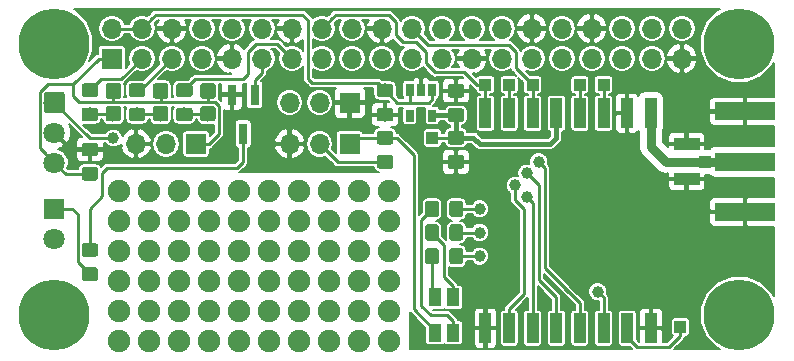
<source format=gtl>
G04 #@! TF.GenerationSoftware,KiCad,Pcbnew,5.0.2-1.fc29*
G04 #@! TF.CreationDate,2019-01-05T16:26:48+01:00*
G04 #@! TF.ProjectId,rpi0_room_node,72706930-5f72-46f6-9f6d-5f6e6f64652e,rev?*
G04 #@! TF.SameCoordinates,Original*
G04 #@! TF.FileFunction,Copper,L1,Top*
G04 #@! TF.FilePolarity,Positive*
%FSLAX46Y46*%
G04 Gerber Fmt 4.6, Leading zero omitted, Abs format (unit mm)*
G04 Created by KiCad (PCBNEW 5.0.2-1.fc29) date lör  5 jan 2019 16:26:48*
%MOMM*%
%LPD*%
G01*
G04 APERTURE LIST*
G04 #@! TA.AperFunction,Conductor*
%ADD10C,0.100000*%
G04 #@! TD*
G04 #@! TA.AperFunction,SMDPad,CuDef*
%ADD11C,1.150000*%
G04 #@! TD*
G04 #@! TA.AperFunction,ComponentPad*
%ADD12R,1.700000X1.700000*%
G04 #@! TD*
G04 #@! TA.AperFunction,ComponentPad*
%ADD13O,1.700000X1.700000*%
G04 #@! TD*
G04 #@! TA.AperFunction,WasherPad*
%ADD14C,6.000000*%
G04 #@! TD*
G04 #@! TA.AperFunction,SMDPad,CuDef*
%ADD15R,1.100000X1.500000*%
G04 #@! TD*
G04 #@! TA.AperFunction,ComponentPad*
%ADD16R,1.800000X1.800000*%
G04 #@! TD*
G04 #@! TA.AperFunction,ComponentPad*
%ADD17C,1.800000*%
G04 #@! TD*
G04 #@! TA.AperFunction,SMDPad,CuDef*
%ADD18R,0.650000X1.060000*%
G04 #@! TD*
G04 #@! TA.AperFunction,SMDPad,CuDef*
%ADD19R,1.000000X2.500000*%
G04 #@! TD*
G04 #@! TA.AperFunction,SMDPad,CuDef*
%ADD20C,1.300000*%
G04 #@! TD*
G04 #@! TA.AperFunction,SMDPad,CuDef*
%ADD21R,0.800000X1.800000*%
G04 #@! TD*
G04 #@! TA.AperFunction,SMDPad,CuDef*
%ADD22R,5.080000X1.500000*%
G04 #@! TD*
G04 #@! TA.AperFunction,SMDPad,CuDef*
%ADD23R,2.200000X1.050000*%
G04 #@! TD*
G04 #@! TA.AperFunction,SMDPad,CuDef*
%ADD24R,1.050000X1.000000*%
G04 #@! TD*
G04 #@! TA.AperFunction,WasherPad*
%ADD25C,1.900000*%
G04 #@! TD*
G04 #@! TA.AperFunction,ComponentPad*
%ADD26R,1.000000X1.000000*%
G04 #@! TD*
G04 #@! TA.AperFunction,ViaPad*
%ADD27C,1.000000*%
G04 #@! TD*
G04 #@! TA.AperFunction,Conductor*
%ADD28C,0.250000*%
G04 #@! TD*
G04 #@! TA.AperFunction,Conductor*
%ADD29C,0.400000*%
G04 #@! TD*
G04 #@! TA.AperFunction,Conductor*
%ADD30C,0.800000*%
G04 #@! TD*
G04 #@! TA.AperFunction,Conductor*
%ADD31C,0.200000*%
G04 #@! TD*
G04 APERTURE END LIST*
D10*
G04 #@! TO.N,Net-(D1-Pad3)*
G04 #@! TO.C,R7*
G36*
X132324505Y-115301204D02*
X132348773Y-115304804D01*
X132372572Y-115310765D01*
X132395671Y-115319030D01*
X132417850Y-115329520D01*
X132438893Y-115342132D01*
X132458599Y-115356747D01*
X132476777Y-115373223D01*
X132493253Y-115391401D01*
X132507868Y-115411107D01*
X132520480Y-115432150D01*
X132530970Y-115454329D01*
X132539235Y-115477428D01*
X132545196Y-115501227D01*
X132548796Y-115525495D01*
X132550000Y-115549999D01*
X132550000Y-116450001D01*
X132548796Y-116474505D01*
X132545196Y-116498773D01*
X132539235Y-116522572D01*
X132530970Y-116545671D01*
X132520480Y-116567850D01*
X132507868Y-116588893D01*
X132493253Y-116608599D01*
X132476777Y-116626777D01*
X132458599Y-116643253D01*
X132438893Y-116657868D01*
X132417850Y-116670480D01*
X132395671Y-116680970D01*
X132372572Y-116689235D01*
X132348773Y-116695196D01*
X132324505Y-116698796D01*
X132300001Y-116700000D01*
X131649999Y-116700000D01*
X131625495Y-116698796D01*
X131601227Y-116695196D01*
X131577428Y-116689235D01*
X131554329Y-116680970D01*
X131532150Y-116670480D01*
X131511107Y-116657868D01*
X131491401Y-116643253D01*
X131473223Y-116626777D01*
X131456747Y-116608599D01*
X131442132Y-116588893D01*
X131429520Y-116567850D01*
X131419030Y-116545671D01*
X131410765Y-116522572D01*
X131404804Y-116498773D01*
X131401204Y-116474505D01*
X131400000Y-116450001D01*
X131400000Y-115549999D01*
X131401204Y-115525495D01*
X131404804Y-115501227D01*
X131410765Y-115477428D01*
X131419030Y-115454329D01*
X131429520Y-115432150D01*
X131442132Y-115411107D01*
X131456747Y-115391401D01*
X131473223Y-115373223D01*
X131491401Y-115356747D01*
X131511107Y-115342132D01*
X131532150Y-115329520D01*
X131554329Y-115319030D01*
X131577428Y-115310765D01*
X131601227Y-115304804D01*
X131625495Y-115301204D01*
X131649999Y-115300000D01*
X132300001Y-115300000D01*
X132324505Y-115301204D01*
X132324505Y-115301204D01*
G37*
D11*
G04 #@! TD*
G04 #@! TO.P,R7,2*
G04 #@! TO.N,Net-(D1-Pad3)*
X131975000Y-116000000D03*
D10*
G04 #@! TO.N,/LEDG*
G04 #@! TO.C,R7*
G36*
X134374505Y-115301204D02*
X134398773Y-115304804D01*
X134422572Y-115310765D01*
X134445671Y-115319030D01*
X134467850Y-115329520D01*
X134488893Y-115342132D01*
X134508599Y-115356747D01*
X134526777Y-115373223D01*
X134543253Y-115391401D01*
X134557868Y-115411107D01*
X134570480Y-115432150D01*
X134580970Y-115454329D01*
X134589235Y-115477428D01*
X134595196Y-115501227D01*
X134598796Y-115525495D01*
X134600000Y-115549999D01*
X134600000Y-116450001D01*
X134598796Y-116474505D01*
X134595196Y-116498773D01*
X134589235Y-116522572D01*
X134580970Y-116545671D01*
X134570480Y-116567850D01*
X134557868Y-116588893D01*
X134543253Y-116608599D01*
X134526777Y-116626777D01*
X134508599Y-116643253D01*
X134488893Y-116657868D01*
X134467850Y-116670480D01*
X134445671Y-116680970D01*
X134422572Y-116689235D01*
X134398773Y-116695196D01*
X134374505Y-116698796D01*
X134350001Y-116700000D01*
X133699999Y-116700000D01*
X133675495Y-116698796D01*
X133651227Y-116695196D01*
X133627428Y-116689235D01*
X133604329Y-116680970D01*
X133582150Y-116670480D01*
X133561107Y-116657868D01*
X133541401Y-116643253D01*
X133523223Y-116626777D01*
X133506747Y-116608599D01*
X133492132Y-116588893D01*
X133479520Y-116567850D01*
X133469030Y-116545671D01*
X133460765Y-116522572D01*
X133454804Y-116498773D01*
X133451204Y-116474505D01*
X133450000Y-116450001D01*
X133450000Y-115549999D01*
X133451204Y-115525495D01*
X133454804Y-115501227D01*
X133460765Y-115477428D01*
X133469030Y-115454329D01*
X133479520Y-115432150D01*
X133492132Y-115411107D01*
X133506747Y-115391401D01*
X133523223Y-115373223D01*
X133541401Y-115356747D01*
X133561107Y-115342132D01*
X133582150Y-115329520D01*
X133604329Y-115319030D01*
X133627428Y-115310765D01*
X133651227Y-115304804D01*
X133675495Y-115301204D01*
X133699999Y-115300000D01*
X134350001Y-115300000D01*
X134374505Y-115301204D01*
X134374505Y-115301204D01*
G37*
D11*
G04 #@! TD*
G04 #@! TO.P,R7,1*
G04 #@! TO.N,/LEDG*
X134025000Y-116000000D03*
D12*
G04 #@! TO.P,J1,1*
G04 #@! TO.N,+3V3*
X104870000Y-101270000D03*
D13*
G04 #@! TO.P,J1,2*
G04 #@! TO.N,+5V*
X104870000Y-98730000D03*
G04 #@! TO.P,J1,3*
G04 #@! TO.N,/LED1*
X107410000Y-101270000D03*
G04 #@! TO.P,J1,4*
G04 #@! TO.N,+5V*
X107410000Y-98730000D03*
G04 #@! TO.P,J1,5*
G04 #@! TO.N,/LED2*
X109950000Y-101270000D03*
G04 #@! TO.P,J1,6*
G04 #@! TO.N,GND*
X109950000Y-98730000D03*
G04 #@! TO.P,J1,7*
G04 #@! TO.N,/ONEWIRE*
X112490000Y-101270000D03*
G04 #@! TO.P,J1,8*
G04 #@! TO.N,/TXD*
X112490000Y-98730000D03*
G04 #@! TO.P,J1,9*
G04 #@! TO.N,GND*
X115030000Y-101270000D03*
G04 #@! TO.P,J1,10*
G04 #@! TO.N,/RXD*
X115030000Y-98730000D03*
G04 #@! TO.P,J1,11*
G04 #@! TO.N,/IRTX*
X117570000Y-101270000D03*
G04 #@! TO.P,J1,12*
G04 #@! TO.N,/IRRX*
X117570000Y-98730000D03*
G04 #@! TO.P,J1,13*
G04 #@! TO.N,/LED3*
X120110000Y-101270000D03*
G04 #@! TO.P,J1,14*
G04 #@! TO.N,GND*
X120110000Y-98730000D03*
G04 #@! TO.P,J1,15*
G04 #@! TO.N,/RFM_RST*
X122650000Y-101270000D03*
G04 #@! TO.P,J1,16*
G04 #@! TO.N,/RFM_DIO2*
X122650000Y-98730000D03*
G04 #@! TO.P,J1,17*
G04 #@! TO.N,Net-(J1-Pad17)*
X125190000Y-101270000D03*
G04 #@! TO.P,J1,18*
G04 #@! TO.N,/RFM_DIO1*
X125190000Y-98730000D03*
G04 #@! TO.P,J1,19*
G04 #@! TO.N,/MOSI*
X127730000Y-101270000D03*
G04 #@! TO.P,J1,20*
G04 #@! TO.N,GND*
X127730000Y-98730000D03*
G04 #@! TO.P,J1,21*
G04 #@! TO.N,/MISO*
X130270000Y-101270000D03*
G04 #@! TO.P,J1,22*
G04 #@! TO.N,/RFM_DIO0*
X130270000Y-98730000D03*
G04 #@! TO.P,J1,23*
G04 #@! TO.N,/SCLK*
X132810000Y-101270000D03*
G04 #@! TO.P,J1,24*
G04 #@! TO.N,/CE0*
X132810000Y-98730000D03*
G04 #@! TO.P,J1,25*
G04 #@! TO.N,GND*
X135350000Y-101270000D03*
G04 #@! TO.P,J1,26*
G04 #@! TO.N,Net-(J1-Pad26)*
X135350000Y-98730000D03*
G04 #@! TO.P,J1,27*
G04 #@! TO.N,Net-(J1-Pad27)*
X137890000Y-101270000D03*
G04 #@! TO.P,J1,28*
G04 #@! TO.N,Net-(J1-Pad28)*
X137890000Y-98730000D03*
G04 #@! TO.P,J1,29*
G04 #@! TO.N,/LEDR*
X140430000Y-101270000D03*
G04 #@! TO.P,J1,30*
G04 #@! TO.N,GND*
X140430000Y-98730000D03*
G04 #@! TO.P,J1,31*
G04 #@! TO.N,/LEDG*
X142970000Y-101270000D03*
G04 #@! TO.P,J1,32*
G04 #@! TO.N,/LEDB*
X142970000Y-98730000D03*
G04 #@! TO.P,J1,33*
G04 #@! TO.N,Net-(J1-Pad33)*
X145510000Y-101270000D03*
G04 #@! TO.P,J1,34*
G04 #@! TO.N,GND*
X145510000Y-98730000D03*
G04 #@! TO.P,J1,35*
G04 #@! TO.N,Net-(J1-Pad35)*
X148050000Y-101270000D03*
G04 #@! TO.P,J1,36*
G04 #@! TO.N,Net-(J1-Pad36)*
X148050000Y-98730000D03*
G04 #@! TO.P,J1,37*
G04 #@! TO.N,Net-(J1-Pad37)*
X150590000Y-101270000D03*
G04 #@! TO.P,J1,38*
G04 #@! TO.N,Net-(J1-Pad38)*
X150590000Y-98730000D03*
G04 #@! TO.P,J1,39*
G04 #@! TO.N,GND*
X153130000Y-101270000D03*
G04 #@! TO.P,J1,40*
G04 #@! TO.N,Net-(J1-Pad40)*
X153130000Y-98730000D03*
G04 #@! TD*
D14*
G04 #@! TO.P,H1,*
G04 #@! TO.N,*
X100000000Y-100000000D03*
G04 #@! TD*
G04 #@! TO.P,H2,*
G04 #@! TO.N,*
X158000000Y-100000000D03*
G04 #@! TD*
G04 #@! TO.P,H3,*
G04 #@! TO.N,*
X100000000Y-123000000D03*
G04 #@! TD*
G04 #@! TO.P,H4,*
G04 #@! TO.N,*
X158000000Y-123000000D03*
G04 #@! TD*
D15*
G04 #@! TO.P,D1,1*
G04 #@! TO.N,+3V3*
X132250000Y-124500000D03*
G04 #@! TO.P,D1,2*
G04 #@! TO.N,Net-(D1-Pad2)*
X132250000Y-121500000D03*
G04 #@! TO.P,D1,3*
G04 #@! TO.N,Net-(D1-Pad3)*
X133750000Y-121500000D03*
G04 #@! TO.P,D1,4*
G04 #@! TO.N,Net-(D1-Pad4)*
X133750000Y-124500000D03*
G04 #@! TD*
D16*
G04 #@! TO.P,D2,1*
G04 #@! TO.N,Net-(D2-Pad1)*
X100000000Y-114000000D03*
D17*
G04 #@! TO.P,D2,2*
G04 #@! TO.N,+5V*
X100000000Y-116540000D03*
G04 #@! TD*
D18*
G04 #@! TO.P,U1,1*
G04 #@! TO.N,+5V*
X132000000Y-103900000D03*
G04 #@! TO.P,U1,2*
G04 #@! TO.N,GND*
X131050000Y-103900000D03*
G04 #@! TO.P,U1,3*
G04 #@! TO.N,+5V*
X130100000Y-103900000D03*
G04 #@! TO.P,U1,4*
G04 #@! TO.N,Net-(U1-Pad4)*
X130100000Y-106100000D03*
G04 #@! TO.P,U1,5*
G04 #@! TO.N,VDDA*
X132000000Y-106100000D03*
G04 #@! TD*
D10*
G04 #@! TO.N,/IRRX*
G04 #@! TO.C,U2*
G36*
X100674324Y-104101205D02*
X100698612Y-104104808D01*
X100722429Y-104110774D01*
X100745547Y-104119045D01*
X100767743Y-104129543D01*
X100788804Y-104142166D01*
X100808525Y-104156793D01*
X100826718Y-104173282D01*
X100843207Y-104191475D01*
X100857834Y-104211196D01*
X100870457Y-104232257D01*
X100880955Y-104254453D01*
X100889226Y-104277571D01*
X100895192Y-104301388D01*
X100898795Y-104325676D01*
X100900000Y-104350200D01*
X100900000Y-105649800D01*
X100898795Y-105674324D01*
X100895192Y-105698612D01*
X100889226Y-105722429D01*
X100880955Y-105745547D01*
X100870457Y-105767743D01*
X100857834Y-105788804D01*
X100843207Y-105808525D01*
X100826718Y-105826718D01*
X100808525Y-105843207D01*
X100788804Y-105857834D01*
X100767743Y-105870457D01*
X100745547Y-105880955D01*
X100722429Y-105889226D01*
X100698612Y-105895192D01*
X100674324Y-105898795D01*
X100649800Y-105900000D01*
X99350200Y-105900000D01*
X99325676Y-105898795D01*
X99301388Y-105895192D01*
X99277571Y-105889226D01*
X99254453Y-105880955D01*
X99232257Y-105870457D01*
X99211196Y-105857834D01*
X99191475Y-105843207D01*
X99173282Y-105826718D01*
X99156793Y-105808525D01*
X99142166Y-105788804D01*
X99129543Y-105767743D01*
X99119045Y-105745547D01*
X99110774Y-105722429D01*
X99104808Y-105698612D01*
X99101205Y-105674324D01*
X99100000Y-105649800D01*
X99100000Y-104350200D01*
X99101205Y-104325676D01*
X99104808Y-104301388D01*
X99110774Y-104277571D01*
X99119045Y-104254453D01*
X99129543Y-104232257D01*
X99142166Y-104211196D01*
X99156793Y-104191475D01*
X99173282Y-104173282D01*
X99191475Y-104156793D01*
X99211196Y-104142166D01*
X99232257Y-104129543D01*
X99254453Y-104119045D01*
X99277571Y-104110774D01*
X99301388Y-104104808D01*
X99325676Y-104101205D01*
X99350200Y-104100000D01*
X100649800Y-104100000D01*
X100674324Y-104101205D01*
X100674324Y-104101205D01*
G37*
D17*
G04 #@! TD*
G04 #@! TO.P,U2,1*
G04 #@! TO.N,/IRRX*
X100000000Y-105000000D03*
G04 #@! TO.P,U2,2*
G04 #@! TO.N,GND*
X100000000Y-107540000D03*
G04 #@! TO.P,U2,3*
G04 #@! TO.N,+3V3*
X100000000Y-110080000D03*
G04 #@! TD*
D19*
G04 #@! TO.P,U3,16*
G04 #@! TO.N,/RFM_DIO2*
X136500000Y-105900000D03*
G04 #@! TO.P,U3,15*
G04 #@! TO.N,/RFM_DIO1*
X138500000Y-105900000D03*
G04 #@! TO.P,U3,14*
G04 #@! TO.N,/RFM_DIO0*
X140500000Y-105900000D03*
G04 #@! TO.P,U3,13*
G04 #@! TO.N,VDDA*
X142500000Y-105900000D03*
G04 #@! TO.P,U3,12*
G04 #@! TO.N,/RFM_DIO4*
X144500000Y-105900000D03*
G04 #@! TO.P,U3,11*
G04 #@! TO.N,/RFM_DIO3*
X146500000Y-105900000D03*
G04 #@! TO.P,U3,10*
G04 #@! TO.N,GND*
X148500000Y-105900000D03*
G04 #@! TO.P,U3,9*
G04 #@! TO.N,/ANT*
X150500000Y-105900000D03*
G04 #@! TO.P,U3,8*
G04 #@! TO.N,GND*
X150500000Y-124100000D03*
G04 #@! TO.P,U3,7*
G04 #@! TO.N,/RFM_DIO5*
X148500000Y-124100000D03*
G04 #@! TO.P,U3,6*
G04 #@! TO.N,/RFM_RST*
X146500000Y-124100000D03*
G04 #@! TO.P,U3,5*
G04 #@! TO.N,/CE0*
X144500000Y-124100000D03*
G04 #@! TO.P,U3,4*
G04 #@! TO.N,/SCLK*
X142500000Y-124100000D03*
G04 #@! TO.P,U3,3*
G04 #@! TO.N,/MOSI*
X140500000Y-124100000D03*
G04 #@! TO.P,U3,2*
G04 #@! TO.N,/MISO*
X138500000Y-124100000D03*
G04 #@! TO.P,U3,1*
G04 #@! TO.N,GND*
X136500000Y-124100000D03*
G04 #@! TD*
D10*
G04 #@! TO.N,+5V*
G04 #@! TO.C,C1*
G36*
X128474505Y-103401204D02*
X128498773Y-103404804D01*
X128522572Y-103410765D01*
X128545671Y-103419030D01*
X128567850Y-103429520D01*
X128588893Y-103442132D01*
X128608599Y-103456747D01*
X128626777Y-103473223D01*
X128643253Y-103491401D01*
X128657868Y-103511107D01*
X128670480Y-103532150D01*
X128680970Y-103554329D01*
X128689235Y-103577428D01*
X128695196Y-103601227D01*
X128698796Y-103625495D01*
X128700000Y-103649999D01*
X128700000Y-104300001D01*
X128698796Y-104324505D01*
X128695196Y-104348773D01*
X128689235Y-104372572D01*
X128680970Y-104395671D01*
X128670480Y-104417850D01*
X128657868Y-104438893D01*
X128643253Y-104458599D01*
X128626777Y-104476777D01*
X128608599Y-104493253D01*
X128588893Y-104507868D01*
X128567850Y-104520480D01*
X128545671Y-104530970D01*
X128522572Y-104539235D01*
X128498773Y-104545196D01*
X128474505Y-104548796D01*
X128450001Y-104550000D01*
X127549999Y-104550000D01*
X127525495Y-104548796D01*
X127501227Y-104545196D01*
X127477428Y-104539235D01*
X127454329Y-104530970D01*
X127432150Y-104520480D01*
X127411107Y-104507868D01*
X127391401Y-104493253D01*
X127373223Y-104476777D01*
X127356747Y-104458599D01*
X127342132Y-104438893D01*
X127329520Y-104417850D01*
X127319030Y-104395671D01*
X127310765Y-104372572D01*
X127304804Y-104348773D01*
X127301204Y-104324505D01*
X127300000Y-104300001D01*
X127300000Y-103649999D01*
X127301204Y-103625495D01*
X127304804Y-103601227D01*
X127310765Y-103577428D01*
X127319030Y-103554329D01*
X127329520Y-103532150D01*
X127342132Y-103511107D01*
X127356747Y-103491401D01*
X127373223Y-103473223D01*
X127391401Y-103456747D01*
X127411107Y-103442132D01*
X127432150Y-103429520D01*
X127454329Y-103419030D01*
X127477428Y-103410765D01*
X127501227Y-103404804D01*
X127525495Y-103401204D01*
X127549999Y-103400000D01*
X128450001Y-103400000D01*
X128474505Y-103401204D01*
X128474505Y-103401204D01*
G37*
D11*
G04 #@! TD*
G04 #@! TO.P,C1,1*
G04 #@! TO.N,+5V*
X128000000Y-103975000D03*
D10*
G04 #@! TO.N,GND*
G04 #@! TO.C,C1*
G36*
X128474505Y-105451204D02*
X128498773Y-105454804D01*
X128522572Y-105460765D01*
X128545671Y-105469030D01*
X128567850Y-105479520D01*
X128588893Y-105492132D01*
X128608599Y-105506747D01*
X128626777Y-105523223D01*
X128643253Y-105541401D01*
X128657868Y-105561107D01*
X128670480Y-105582150D01*
X128680970Y-105604329D01*
X128689235Y-105627428D01*
X128695196Y-105651227D01*
X128698796Y-105675495D01*
X128700000Y-105699999D01*
X128700000Y-106350001D01*
X128698796Y-106374505D01*
X128695196Y-106398773D01*
X128689235Y-106422572D01*
X128680970Y-106445671D01*
X128670480Y-106467850D01*
X128657868Y-106488893D01*
X128643253Y-106508599D01*
X128626777Y-106526777D01*
X128608599Y-106543253D01*
X128588893Y-106557868D01*
X128567850Y-106570480D01*
X128545671Y-106580970D01*
X128522572Y-106589235D01*
X128498773Y-106595196D01*
X128474505Y-106598796D01*
X128450001Y-106600000D01*
X127549999Y-106600000D01*
X127525495Y-106598796D01*
X127501227Y-106595196D01*
X127477428Y-106589235D01*
X127454329Y-106580970D01*
X127432150Y-106570480D01*
X127411107Y-106557868D01*
X127391401Y-106543253D01*
X127373223Y-106526777D01*
X127356747Y-106508599D01*
X127342132Y-106488893D01*
X127329520Y-106467850D01*
X127319030Y-106445671D01*
X127310765Y-106422572D01*
X127304804Y-106398773D01*
X127301204Y-106374505D01*
X127300000Y-106350001D01*
X127300000Y-105699999D01*
X127301204Y-105675495D01*
X127304804Y-105651227D01*
X127310765Y-105627428D01*
X127319030Y-105604329D01*
X127329520Y-105582150D01*
X127342132Y-105561107D01*
X127356747Y-105541401D01*
X127373223Y-105523223D01*
X127391401Y-105506747D01*
X127411107Y-105492132D01*
X127432150Y-105479520D01*
X127454329Y-105469030D01*
X127477428Y-105460765D01*
X127501227Y-105454804D01*
X127525495Y-105451204D01*
X127549999Y-105450000D01*
X128450001Y-105450000D01*
X128474505Y-105451204D01*
X128474505Y-105451204D01*
G37*
D11*
G04 #@! TD*
G04 #@! TO.P,C1,2*
G04 #@! TO.N,GND*
X128000000Y-106025000D03*
D10*
G04 #@! TO.N,GND*
G04 #@! TO.C,C2*
G36*
X134474505Y-103426204D02*
X134498773Y-103429804D01*
X134522572Y-103435765D01*
X134545671Y-103444030D01*
X134567850Y-103454520D01*
X134588893Y-103467132D01*
X134608599Y-103481747D01*
X134626777Y-103498223D01*
X134643253Y-103516401D01*
X134657868Y-103536107D01*
X134670480Y-103557150D01*
X134680970Y-103579329D01*
X134689235Y-103602428D01*
X134695196Y-103626227D01*
X134698796Y-103650495D01*
X134700000Y-103674999D01*
X134700000Y-104325001D01*
X134698796Y-104349505D01*
X134695196Y-104373773D01*
X134689235Y-104397572D01*
X134680970Y-104420671D01*
X134670480Y-104442850D01*
X134657868Y-104463893D01*
X134643253Y-104483599D01*
X134626777Y-104501777D01*
X134608599Y-104518253D01*
X134588893Y-104532868D01*
X134567850Y-104545480D01*
X134545671Y-104555970D01*
X134522572Y-104564235D01*
X134498773Y-104570196D01*
X134474505Y-104573796D01*
X134450001Y-104575000D01*
X133549999Y-104575000D01*
X133525495Y-104573796D01*
X133501227Y-104570196D01*
X133477428Y-104564235D01*
X133454329Y-104555970D01*
X133432150Y-104545480D01*
X133411107Y-104532868D01*
X133391401Y-104518253D01*
X133373223Y-104501777D01*
X133356747Y-104483599D01*
X133342132Y-104463893D01*
X133329520Y-104442850D01*
X133319030Y-104420671D01*
X133310765Y-104397572D01*
X133304804Y-104373773D01*
X133301204Y-104349505D01*
X133300000Y-104325001D01*
X133300000Y-103674999D01*
X133301204Y-103650495D01*
X133304804Y-103626227D01*
X133310765Y-103602428D01*
X133319030Y-103579329D01*
X133329520Y-103557150D01*
X133342132Y-103536107D01*
X133356747Y-103516401D01*
X133373223Y-103498223D01*
X133391401Y-103481747D01*
X133411107Y-103467132D01*
X133432150Y-103454520D01*
X133454329Y-103444030D01*
X133477428Y-103435765D01*
X133501227Y-103429804D01*
X133525495Y-103426204D01*
X133549999Y-103425000D01*
X134450001Y-103425000D01*
X134474505Y-103426204D01*
X134474505Y-103426204D01*
G37*
D11*
G04 #@! TD*
G04 #@! TO.P,C2,2*
G04 #@! TO.N,GND*
X134000000Y-104000000D03*
D10*
G04 #@! TO.N,VDDA*
G04 #@! TO.C,C2*
G36*
X134474505Y-105476204D02*
X134498773Y-105479804D01*
X134522572Y-105485765D01*
X134545671Y-105494030D01*
X134567850Y-105504520D01*
X134588893Y-105517132D01*
X134608599Y-105531747D01*
X134626777Y-105548223D01*
X134643253Y-105566401D01*
X134657868Y-105586107D01*
X134670480Y-105607150D01*
X134680970Y-105629329D01*
X134689235Y-105652428D01*
X134695196Y-105676227D01*
X134698796Y-105700495D01*
X134700000Y-105724999D01*
X134700000Y-106375001D01*
X134698796Y-106399505D01*
X134695196Y-106423773D01*
X134689235Y-106447572D01*
X134680970Y-106470671D01*
X134670480Y-106492850D01*
X134657868Y-106513893D01*
X134643253Y-106533599D01*
X134626777Y-106551777D01*
X134608599Y-106568253D01*
X134588893Y-106582868D01*
X134567850Y-106595480D01*
X134545671Y-106605970D01*
X134522572Y-106614235D01*
X134498773Y-106620196D01*
X134474505Y-106623796D01*
X134450001Y-106625000D01*
X133549999Y-106625000D01*
X133525495Y-106623796D01*
X133501227Y-106620196D01*
X133477428Y-106614235D01*
X133454329Y-106605970D01*
X133432150Y-106595480D01*
X133411107Y-106582868D01*
X133391401Y-106568253D01*
X133373223Y-106551777D01*
X133356747Y-106533599D01*
X133342132Y-106513893D01*
X133329520Y-106492850D01*
X133319030Y-106470671D01*
X133310765Y-106447572D01*
X133304804Y-106423773D01*
X133301204Y-106399505D01*
X133300000Y-106375001D01*
X133300000Y-105724999D01*
X133301204Y-105700495D01*
X133304804Y-105676227D01*
X133310765Y-105652428D01*
X133319030Y-105629329D01*
X133329520Y-105607150D01*
X133342132Y-105586107D01*
X133356747Y-105566401D01*
X133373223Y-105548223D01*
X133391401Y-105531747D01*
X133411107Y-105517132D01*
X133432150Y-105504520D01*
X133454329Y-105494030D01*
X133477428Y-105485765D01*
X133501227Y-105479804D01*
X133525495Y-105476204D01*
X133549999Y-105475000D01*
X134450001Y-105475000D01*
X134474505Y-105476204D01*
X134474505Y-105476204D01*
G37*
D11*
G04 #@! TD*
G04 #@! TO.P,C2,1*
G04 #@! TO.N,VDDA*
X134000000Y-106050000D03*
D10*
G04 #@! TO.N,+3V3*
G04 #@! TO.C,C3*
G36*
X103474505Y-110451204D02*
X103498773Y-110454804D01*
X103522572Y-110460765D01*
X103545671Y-110469030D01*
X103567850Y-110479520D01*
X103588893Y-110492132D01*
X103608599Y-110506747D01*
X103626777Y-110523223D01*
X103643253Y-110541401D01*
X103657868Y-110561107D01*
X103670480Y-110582150D01*
X103680970Y-110604329D01*
X103689235Y-110627428D01*
X103695196Y-110651227D01*
X103698796Y-110675495D01*
X103700000Y-110699999D01*
X103700000Y-111350001D01*
X103698796Y-111374505D01*
X103695196Y-111398773D01*
X103689235Y-111422572D01*
X103680970Y-111445671D01*
X103670480Y-111467850D01*
X103657868Y-111488893D01*
X103643253Y-111508599D01*
X103626777Y-111526777D01*
X103608599Y-111543253D01*
X103588893Y-111557868D01*
X103567850Y-111570480D01*
X103545671Y-111580970D01*
X103522572Y-111589235D01*
X103498773Y-111595196D01*
X103474505Y-111598796D01*
X103450001Y-111600000D01*
X102549999Y-111600000D01*
X102525495Y-111598796D01*
X102501227Y-111595196D01*
X102477428Y-111589235D01*
X102454329Y-111580970D01*
X102432150Y-111570480D01*
X102411107Y-111557868D01*
X102391401Y-111543253D01*
X102373223Y-111526777D01*
X102356747Y-111508599D01*
X102342132Y-111488893D01*
X102329520Y-111467850D01*
X102319030Y-111445671D01*
X102310765Y-111422572D01*
X102304804Y-111398773D01*
X102301204Y-111374505D01*
X102300000Y-111350001D01*
X102300000Y-110699999D01*
X102301204Y-110675495D01*
X102304804Y-110651227D01*
X102310765Y-110627428D01*
X102319030Y-110604329D01*
X102329520Y-110582150D01*
X102342132Y-110561107D01*
X102356747Y-110541401D01*
X102373223Y-110523223D01*
X102391401Y-110506747D01*
X102411107Y-110492132D01*
X102432150Y-110479520D01*
X102454329Y-110469030D01*
X102477428Y-110460765D01*
X102501227Y-110454804D01*
X102525495Y-110451204D01*
X102549999Y-110450000D01*
X103450001Y-110450000D01*
X103474505Y-110451204D01*
X103474505Y-110451204D01*
G37*
D11*
G04 #@! TD*
G04 #@! TO.P,C3,1*
G04 #@! TO.N,+3V3*
X103000000Y-111025000D03*
D10*
G04 #@! TO.N,GND*
G04 #@! TO.C,C3*
G36*
X103474505Y-108401204D02*
X103498773Y-108404804D01*
X103522572Y-108410765D01*
X103545671Y-108419030D01*
X103567850Y-108429520D01*
X103588893Y-108442132D01*
X103608599Y-108456747D01*
X103626777Y-108473223D01*
X103643253Y-108491401D01*
X103657868Y-108511107D01*
X103670480Y-108532150D01*
X103680970Y-108554329D01*
X103689235Y-108577428D01*
X103695196Y-108601227D01*
X103698796Y-108625495D01*
X103700000Y-108649999D01*
X103700000Y-109300001D01*
X103698796Y-109324505D01*
X103695196Y-109348773D01*
X103689235Y-109372572D01*
X103680970Y-109395671D01*
X103670480Y-109417850D01*
X103657868Y-109438893D01*
X103643253Y-109458599D01*
X103626777Y-109476777D01*
X103608599Y-109493253D01*
X103588893Y-109507868D01*
X103567850Y-109520480D01*
X103545671Y-109530970D01*
X103522572Y-109539235D01*
X103498773Y-109545196D01*
X103474505Y-109548796D01*
X103450001Y-109550000D01*
X102549999Y-109550000D01*
X102525495Y-109548796D01*
X102501227Y-109545196D01*
X102477428Y-109539235D01*
X102454329Y-109530970D01*
X102432150Y-109520480D01*
X102411107Y-109507868D01*
X102391401Y-109493253D01*
X102373223Y-109476777D01*
X102356747Y-109458599D01*
X102342132Y-109438893D01*
X102329520Y-109417850D01*
X102319030Y-109395671D01*
X102310765Y-109372572D01*
X102304804Y-109348773D01*
X102301204Y-109324505D01*
X102300000Y-109300001D01*
X102300000Y-108649999D01*
X102301204Y-108625495D01*
X102304804Y-108601227D01*
X102310765Y-108577428D01*
X102319030Y-108554329D01*
X102329520Y-108532150D01*
X102342132Y-108511107D01*
X102356747Y-108491401D01*
X102373223Y-108473223D01*
X102391401Y-108456747D01*
X102411107Y-108442132D01*
X102432150Y-108429520D01*
X102454329Y-108419030D01*
X102477428Y-108410765D01*
X102501227Y-108404804D01*
X102525495Y-108401204D01*
X102549999Y-108400000D01*
X103450001Y-108400000D01*
X103474505Y-108401204D01*
X103474505Y-108401204D01*
G37*
D11*
G04 #@! TD*
G04 #@! TO.P,C3,2*
G04 #@! TO.N,GND*
X103000000Y-108975000D03*
D10*
G04 #@! TO.N,VDDA*
G04 #@! TO.C,C4*
G36*
X134474505Y-107401204D02*
X134498773Y-107404804D01*
X134522572Y-107410765D01*
X134545671Y-107419030D01*
X134567850Y-107429520D01*
X134588893Y-107442132D01*
X134608599Y-107456747D01*
X134626777Y-107473223D01*
X134643253Y-107491401D01*
X134657868Y-107511107D01*
X134670480Y-107532150D01*
X134680970Y-107554329D01*
X134689235Y-107577428D01*
X134695196Y-107601227D01*
X134698796Y-107625495D01*
X134700000Y-107649999D01*
X134700000Y-108300001D01*
X134698796Y-108324505D01*
X134695196Y-108348773D01*
X134689235Y-108372572D01*
X134680970Y-108395671D01*
X134670480Y-108417850D01*
X134657868Y-108438893D01*
X134643253Y-108458599D01*
X134626777Y-108476777D01*
X134608599Y-108493253D01*
X134588893Y-108507868D01*
X134567850Y-108520480D01*
X134545671Y-108530970D01*
X134522572Y-108539235D01*
X134498773Y-108545196D01*
X134474505Y-108548796D01*
X134450001Y-108550000D01*
X133549999Y-108550000D01*
X133525495Y-108548796D01*
X133501227Y-108545196D01*
X133477428Y-108539235D01*
X133454329Y-108530970D01*
X133432150Y-108520480D01*
X133411107Y-108507868D01*
X133391401Y-108493253D01*
X133373223Y-108476777D01*
X133356747Y-108458599D01*
X133342132Y-108438893D01*
X133329520Y-108417850D01*
X133319030Y-108395671D01*
X133310765Y-108372572D01*
X133304804Y-108348773D01*
X133301204Y-108324505D01*
X133300000Y-108300001D01*
X133300000Y-107649999D01*
X133301204Y-107625495D01*
X133304804Y-107601227D01*
X133310765Y-107577428D01*
X133319030Y-107554329D01*
X133329520Y-107532150D01*
X133342132Y-107511107D01*
X133356747Y-107491401D01*
X133373223Y-107473223D01*
X133391401Y-107456747D01*
X133411107Y-107442132D01*
X133432150Y-107429520D01*
X133454329Y-107419030D01*
X133477428Y-107410765D01*
X133501227Y-107404804D01*
X133525495Y-107401204D01*
X133549999Y-107400000D01*
X134450001Y-107400000D01*
X134474505Y-107401204D01*
X134474505Y-107401204D01*
G37*
D11*
G04 #@! TD*
G04 #@! TO.P,C4,1*
G04 #@! TO.N,VDDA*
X134000000Y-107975000D03*
D10*
G04 #@! TO.N,GND*
G04 #@! TO.C,C4*
G36*
X134474505Y-109451204D02*
X134498773Y-109454804D01*
X134522572Y-109460765D01*
X134545671Y-109469030D01*
X134567850Y-109479520D01*
X134588893Y-109492132D01*
X134608599Y-109506747D01*
X134626777Y-109523223D01*
X134643253Y-109541401D01*
X134657868Y-109561107D01*
X134670480Y-109582150D01*
X134680970Y-109604329D01*
X134689235Y-109627428D01*
X134695196Y-109651227D01*
X134698796Y-109675495D01*
X134700000Y-109699999D01*
X134700000Y-110350001D01*
X134698796Y-110374505D01*
X134695196Y-110398773D01*
X134689235Y-110422572D01*
X134680970Y-110445671D01*
X134670480Y-110467850D01*
X134657868Y-110488893D01*
X134643253Y-110508599D01*
X134626777Y-110526777D01*
X134608599Y-110543253D01*
X134588893Y-110557868D01*
X134567850Y-110570480D01*
X134545671Y-110580970D01*
X134522572Y-110589235D01*
X134498773Y-110595196D01*
X134474505Y-110598796D01*
X134450001Y-110600000D01*
X133549999Y-110600000D01*
X133525495Y-110598796D01*
X133501227Y-110595196D01*
X133477428Y-110589235D01*
X133454329Y-110580970D01*
X133432150Y-110570480D01*
X133411107Y-110557868D01*
X133391401Y-110543253D01*
X133373223Y-110526777D01*
X133356747Y-110508599D01*
X133342132Y-110488893D01*
X133329520Y-110467850D01*
X133319030Y-110445671D01*
X133310765Y-110422572D01*
X133304804Y-110398773D01*
X133301204Y-110374505D01*
X133300000Y-110350001D01*
X133300000Y-109699999D01*
X133301204Y-109675495D01*
X133304804Y-109651227D01*
X133310765Y-109627428D01*
X133319030Y-109604329D01*
X133329520Y-109582150D01*
X133342132Y-109561107D01*
X133356747Y-109541401D01*
X133373223Y-109523223D01*
X133391401Y-109506747D01*
X133411107Y-109492132D01*
X133432150Y-109479520D01*
X133454329Y-109469030D01*
X133477428Y-109460765D01*
X133501227Y-109454804D01*
X133525495Y-109451204D01*
X133549999Y-109450000D01*
X134450001Y-109450000D01*
X134474505Y-109451204D01*
X134474505Y-109451204D01*
G37*
D11*
G04 #@! TD*
G04 #@! TO.P,C4,2*
G04 #@! TO.N,GND*
X134000000Y-110025000D03*
D10*
G04 #@! TO.N,Net-(D3-Pad1)*
G04 #@! TO.C,D3*
G36*
X105424504Y-105276204D02*
X105448773Y-105279804D01*
X105472571Y-105285765D01*
X105495671Y-105294030D01*
X105517849Y-105304520D01*
X105538893Y-105317133D01*
X105558598Y-105331747D01*
X105576777Y-105348223D01*
X105593253Y-105366402D01*
X105607867Y-105386107D01*
X105620480Y-105407151D01*
X105630970Y-105429329D01*
X105639235Y-105452429D01*
X105645196Y-105476227D01*
X105648796Y-105500496D01*
X105650000Y-105525000D01*
X105650000Y-106350000D01*
X105648796Y-106374504D01*
X105645196Y-106398773D01*
X105639235Y-106422571D01*
X105630970Y-106445671D01*
X105620480Y-106467849D01*
X105607867Y-106488893D01*
X105593253Y-106508598D01*
X105576777Y-106526777D01*
X105558598Y-106543253D01*
X105538893Y-106557867D01*
X105517849Y-106570480D01*
X105495671Y-106580970D01*
X105472571Y-106589235D01*
X105448773Y-106595196D01*
X105424504Y-106598796D01*
X105400000Y-106600000D01*
X104600000Y-106600000D01*
X104575496Y-106598796D01*
X104551227Y-106595196D01*
X104527429Y-106589235D01*
X104504329Y-106580970D01*
X104482151Y-106570480D01*
X104461107Y-106557867D01*
X104441402Y-106543253D01*
X104423223Y-106526777D01*
X104406747Y-106508598D01*
X104392133Y-106488893D01*
X104379520Y-106467849D01*
X104369030Y-106445671D01*
X104360765Y-106422571D01*
X104354804Y-106398773D01*
X104351204Y-106374504D01*
X104350000Y-106350000D01*
X104350000Y-105525000D01*
X104351204Y-105500496D01*
X104354804Y-105476227D01*
X104360765Y-105452429D01*
X104369030Y-105429329D01*
X104379520Y-105407151D01*
X104392133Y-105386107D01*
X104406747Y-105366402D01*
X104423223Y-105348223D01*
X104441402Y-105331747D01*
X104461107Y-105317133D01*
X104482151Y-105304520D01*
X104504329Y-105294030D01*
X104527429Y-105285765D01*
X104551227Y-105279804D01*
X104575496Y-105276204D01*
X104600000Y-105275000D01*
X105400000Y-105275000D01*
X105424504Y-105276204D01*
X105424504Y-105276204D01*
G37*
D20*
G04 #@! TD*
G04 #@! TO.P,D3,1*
G04 #@! TO.N,Net-(D3-Pad1)*
X105000000Y-105937500D03*
D10*
G04 #@! TO.N,+3V3*
G04 #@! TO.C,D3*
G36*
X105424504Y-103351204D02*
X105448773Y-103354804D01*
X105472571Y-103360765D01*
X105495671Y-103369030D01*
X105517849Y-103379520D01*
X105538893Y-103392133D01*
X105558598Y-103406747D01*
X105576777Y-103423223D01*
X105593253Y-103441402D01*
X105607867Y-103461107D01*
X105620480Y-103482151D01*
X105630970Y-103504329D01*
X105639235Y-103527429D01*
X105645196Y-103551227D01*
X105648796Y-103575496D01*
X105650000Y-103600000D01*
X105650000Y-104425000D01*
X105648796Y-104449504D01*
X105645196Y-104473773D01*
X105639235Y-104497571D01*
X105630970Y-104520671D01*
X105620480Y-104542849D01*
X105607867Y-104563893D01*
X105593253Y-104583598D01*
X105576777Y-104601777D01*
X105558598Y-104618253D01*
X105538893Y-104632867D01*
X105517849Y-104645480D01*
X105495671Y-104655970D01*
X105472571Y-104664235D01*
X105448773Y-104670196D01*
X105424504Y-104673796D01*
X105400000Y-104675000D01*
X104600000Y-104675000D01*
X104575496Y-104673796D01*
X104551227Y-104670196D01*
X104527429Y-104664235D01*
X104504329Y-104655970D01*
X104482151Y-104645480D01*
X104461107Y-104632867D01*
X104441402Y-104618253D01*
X104423223Y-104601777D01*
X104406747Y-104583598D01*
X104392133Y-104563893D01*
X104379520Y-104542849D01*
X104369030Y-104520671D01*
X104360765Y-104497571D01*
X104354804Y-104473773D01*
X104351204Y-104449504D01*
X104350000Y-104425000D01*
X104350000Y-103600000D01*
X104351204Y-103575496D01*
X104354804Y-103551227D01*
X104360765Y-103527429D01*
X104369030Y-103504329D01*
X104379520Y-103482151D01*
X104392133Y-103461107D01*
X104406747Y-103441402D01*
X104423223Y-103423223D01*
X104441402Y-103406747D01*
X104461107Y-103392133D01*
X104482151Y-103379520D01*
X104504329Y-103369030D01*
X104527429Y-103360765D01*
X104551227Y-103354804D01*
X104575496Y-103351204D01*
X104600000Y-103350000D01*
X105400000Y-103350000D01*
X105424504Y-103351204D01*
X105424504Y-103351204D01*
G37*
D20*
G04 #@! TD*
G04 #@! TO.P,D3,2*
G04 #@! TO.N,+3V3*
X105000000Y-104012500D03*
D10*
G04 #@! TO.N,+3V3*
G04 #@! TO.C,D4*
G36*
X109424504Y-103351204D02*
X109448773Y-103354804D01*
X109472571Y-103360765D01*
X109495671Y-103369030D01*
X109517849Y-103379520D01*
X109538893Y-103392133D01*
X109558598Y-103406747D01*
X109576777Y-103423223D01*
X109593253Y-103441402D01*
X109607867Y-103461107D01*
X109620480Y-103482151D01*
X109630970Y-103504329D01*
X109639235Y-103527429D01*
X109645196Y-103551227D01*
X109648796Y-103575496D01*
X109650000Y-103600000D01*
X109650000Y-104425000D01*
X109648796Y-104449504D01*
X109645196Y-104473773D01*
X109639235Y-104497571D01*
X109630970Y-104520671D01*
X109620480Y-104542849D01*
X109607867Y-104563893D01*
X109593253Y-104583598D01*
X109576777Y-104601777D01*
X109558598Y-104618253D01*
X109538893Y-104632867D01*
X109517849Y-104645480D01*
X109495671Y-104655970D01*
X109472571Y-104664235D01*
X109448773Y-104670196D01*
X109424504Y-104673796D01*
X109400000Y-104675000D01*
X108600000Y-104675000D01*
X108575496Y-104673796D01*
X108551227Y-104670196D01*
X108527429Y-104664235D01*
X108504329Y-104655970D01*
X108482151Y-104645480D01*
X108461107Y-104632867D01*
X108441402Y-104618253D01*
X108423223Y-104601777D01*
X108406747Y-104583598D01*
X108392133Y-104563893D01*
X108379520Y-104542849D01*
X108369030Y-104520671D01*
X108360765Y-104497571D01*
X108354804Y-104473773D01*
X108351204Y-104449504D01*
X108350000Y-104425000D01*
X108350000Y-103600000D01*
X108351204Y-103575496D01*
X108354804Y-103551227D01*
X108360765Y-103527429D01*
X108369030Y-103504329D01*
X108379520Y-103482151D01*
X108392133Y-103461107D01*
X108406747Y-103441402D01*
X108423223Y-103423223D01*
X108441402Y-103406747D01*
X108461107Y-103392133D01*
X108482151Y-103379520D01*
X108504329Y-103369030D01*
X108527429Y-103360765D01*
X108551227Y-103354804D01*
X108575496Y-103351204D01*
X108600000Y-103350000D01*
X109400000Y-103350000D01*
X109424504Y-103351204D01*
X109424504Y-103351204D01*
G37*
D20*
G04 #@! TD*
G04 #@! TO.P,D4,2*
G04 #@! TO.N,+3V3*
X109000000Y-104012500D03*
D10*
G04 #@! TO.N,Net-(D4-Pad1)*
G04 #@! TO.C,D4*
G36*
X109424504Y-105276204D02*
X109448773Y-105279804D01*
X109472571Y-105285765D01*
X109495671Y-105294030D01*
X109517849Y-105304520D01*
X109538893Y-105317133D01*
X109558598Y-105331747D01*
X109576777Y-105348223D01*
X109593253Y-105366402D01*
X109607867Y-105386107D01*
X109620480Y-105407151D01*
X109630970Y-105429329D01*
X109639235Y-105452429D01*
X109645196Y-105476227D01*
X109648796Y-105500496D01*
X109650000Y-105525000D01*
X109650000Y-106350000D01*
X109648796Y-106374504D01*
X109645196Y-106398773D01*
X109639235Y-106422571D01*
X109630970Y-106445671D01*
X109620480Y-106467849D01*
X109607867Y-106488893D01*
X109593253Y-106508598D01*
X109576777Y-106526777D01*
X109558598Y-106543253D01*
X109538893Y-106557867D01*
X109517849Y-106570480D01*
X109495671Y-106580970D01*
X109472571Y-106589235D01*
X109448773Y-106595196D01*
X109424504Y-106598796D01*
X109400000Y-106600000D01*
X108600000Y-106600000D01*
X108575496Y-106598796D01*
X108551227Y-106595196D01*
X108527429Y-106589235D01*
X108504329Y-106580970D01*
X108482151Y-106570480D01*
X108461107Y-106557867D01*
X108441402Y-106543253D01*
X108423223Y-106526777D01*
X108406747Y-106508598D01*
X108392133Y-106488893D01*
X108379520Y-106467849D01*
X108369030Y-106445671D01*
X108360765Y-106422571D01*
X108354804Y-106398773D01*
X108351204Y-106374504D01*
X108350000Y-106350000D01*
X108350000Y-105525000D01*
X108351204Y-105500496D01*
X108354804Y-105476227D01*
X108360765Y-105452429D01*
X108369030Y-105429329D01*
X108379520Y-105407151D01*
X108392133Y-105386107D01*
X108406747Y-105366402D01*
X108423223Y-105348223D01*
X108441402Y-105331747D01*
X108461107Y-105317133D01*
X108482151Y-105304520D01*
X108504329Y-105294030D01*
X108527429Y-105285765D01*
X108551227Y-105279804D01*
X108575496Y-105276204D01*
X108600000Y-105275000D01*
X109400000Y-105275000D01*
X109424504Y-105276204D01*
X109424504Y-105276204D01*
G37*
D20*
G04 #@! TD*
G04 #@! TO.P,D4,1*
G04 #@! TO.N,Net-(D4-Pad1)*
X109000000Y-105937500D03*
D10*
G04 #@! TO.N,Net-(D5-Pad1)*
G04 #@! TO.C,D5*
G36*
X113424504Y-105276204D02*
X113448773Y-105279804D01*
X113472571Y-105285765D01*
X113495671Y-105294030D01*
X113517849Y-105304520D01*
X113538893Y-105317133D01*
X113558598Y-105331747D01*
X113576777Y-105348223D01*
X113593253Y-105366402D01*
X113607867Y-105386107D01*
X113620480Y-105407151D01*
X113630970Y-105429329D01*
X113639235Y-105452429D01*
X113645196Y-105476227D01*
X113648796Y-105500496D01*
X113650000Y-105525000D01*
X113650000Y-106350000D01*
X113648796Y-106374504D01*
X113645196Y-106398773D01*
X113639235Y-106422571D01*
X113630970Y-106445671D01*
X113620480Y-106467849D01*
X113607867Y-106488893D01*
X113593253Y-106508598D01*
X113576777Y-106526777D01*
X113558598Y-106543253D01*
X113538893Y-106557867D01*
X113517849Y-106570480D01*
X113495671Y-106580970D01*
X113472571Y-106589235D01*
X113448773Y-106595196D01*
X113424504Y-106598796D01*
X113400000Y-106600000D01*
X112600000Y-106600000D01*
X112575496Y-106598796D01*
X112551227Y-106595196D01*
X112527429Y-106589235D01*
X112504329Y-106580970D01*
X112482151Y-106570480D01*
X112461107Y-106557867D01*
X112441402Y-106543253D01*
X112423223Y-106526777D01*
X112406747Y-106508598D01*
X112392133Y-106488893D01*
X112379520Y-106467849D01*
X112369030Y-106445671D01*
X112360765Y-106422571D01*
X112354804Y-106398773D01*
X112351204Y-106374504D01*
X112350000Y-106350000D01*
X112350000Y-105525000D01*
X112351204Y-105500496D01*
X112354804Y-105476227D01*
X112360765Y-105452429D01*
X112369030Y-105429329D01*
X112379520Y-105407151D01*
X112392133Y-105386107D01*
X112406747Y-105366402D01*
X112423223Y-105348223D01*
X112441402Y-105331747D01*
X112461107Y-105317133D01*
X112482151Y-105304520D01*
X112504329Y-105294030D01*
X112527429Y-105285765D01*
X112551227Y-105279804D01*
X112575496Y-105276204D01*
X112600000Y-105275000D01*
X113400000Y-105275000D01*
X113424504Y-105276204D01*
X113424504Y-105276204D01*
G37*
D20*
G04 #@! TD*
G04 #@! TO.P,D5,1*
G04 #@! TO.N,Net-(D5-Pad1)*
X113000000Y-105937500D03*
D10*
G04 #@! TO.N,+3V3*
G04 #@! TO.C,D5*
G36*
X113424504Y-103351204D02*
X113448773Y-103354804D01*
X113472571Y-103360765D01*
X113495671Y-103369030D01*
X113517849Y-103379520D01*
X113538893Y-103392133D01*
X113558598Y-103406747D01*
X113576777Y-103423223D01*
X113593253Y-103441402D01*
X113607867Y-103461107D01*
X113620480Y-103482151D01*
X113630970Y-103504329D01*
X113639235Y-103527429D01*
X113645196Y-103551227D01*
X113648796Y-103575496D01*
X113650000Y-103600000D01*
X113650000Y-104425000D01*
X113648796Y-104449504D01*
X113645196Y-104473773D01*
X113639235Y-104497571D01*
X113630970Y-104520671D01*
X113620480Y-104542849D01*
X113607867Y-104563893D01*
X113593253Y-104583598D01*
X113576777Y-104601777D01*
X113558598Y-104618253D01*
X113538893Y-104632867D01*
X113517849Y-104645480D01*
X113495671Y-104655970D01*
X113472571Y-104664235D01*
X113448773Y-104670196D01*
X113424504Y-104673796D01*
X113400000Y-104675000D01*
X112600000Y-104675000D01*
X112575496Y-104673796D01*
X112551227Y-104670196D01*
X112527429Y-104664235D01*
X112504329Y-104655970D01*
X112482151Y-104645480D01*
X112461107Y-104632867D01*
X112441402Y-104618253D01*
X112423223Y-104601777D01*
X112406747Y-104583598D01*
X112392133Y-104563893D01*
X112379520Y-104542849D01*
X112369030Y-104520671D01*
X112360765Y-104497571D01*
X112354804Y-104473773D01*
X112351204Y-104449504D01*
X112350000Y-104425000D01*
X112350000Y-103600000D01*
X112351204Y-103575496D01*
X112354804Y-103551227D01*
X112360765Y-103527429D01*
X112369030Y-103504329D01*
X112379520Y-103482151D01*
X112392133Y-103461107D01*
X112406747Y-103441402D01*
X112423223Y-103423223D01*
X112441402Y-103406747D01*
X112461107Y-103392133D01*
X112482151Y-103379520D01*
X112504329Y-103369030D01*
X112527429Y-103360765D01*
X112551227Y-103354804D01*
X112575496Y-103351204D01*
X112600000Y-103350000D01*
X113400000Y-103350000D01*
X113424504Y-103351204D01*
X113424504Y-103351204D01*
G37*
D20*
G04 #@! TD*
G04 #@! TO.P,D5,2*
G04 #@! TO.N,+3V3*
X113000000Y-104012500D03*
D21*
G04 #@! TO.P,Q1,1*
G04 #@! TO.N,/IRTX*
X116950000Y-104325000D03*
G04 #@! TO.P,Q1,2*
G04 #@! TO.N,GND*
X115050000Y-104325000D03*
G04 #@! TO.P,Q1,3*
G04 #@! TO.N,Net-(Q1-Pad3)*
X116000000Y-107625000D03*
G04 #@! TD*
D10*
G04 #@! TO.N,+3V3*
G04 #@! TO.C,R1*
G36*
X128474505Y-107401204D02*
X128498773Y-107404804D01*
X128522572Y-107410765D01*
X128545671Y-107419030D01*
X128567850Y-107429520D01*
X128588893Y-107442132D01*
X128608599Y-107456747D01*
X128626777Y-107473223D01*
X128643253Y-107491401D01*
X128657868Y-107511107D01*
X128670480Y-107532150D01*
X128680970Y-107554329D01*
X128689235Y-107577428D01*
X128695196Y-107601227D01*
X128698796Y-107625495D01*
X128700000Y-107649999D01*
X128700000Y-108300001D01*
X128698796Y-108324505D01*
X128695196Y-108348773D01*
X128689235Y-108372572D01*
X128680970Y-108395671D01*
X128670480Y-108417850D01*
X128657868Y-108438893D01*
X128643253Y-108458599D01*
X128626777Y-108476777D01*
X128608599Y-108493253D01*
X128588893Y-108507868D01*
X128567850Y-108520480D01*
X128545671Y-108530970D01*
X128522572Y-108539235D01*
X128498773Y-108545196D01*
X128474505Y-108548796D01*
X128450001Y-108550000D01*
X127549999Y-108550000D01*
X127525495Y-108548796D01*
X127501227Y-108545196D01*
X127477428Y-108539235D01*
X127454329Y-108530970D01*
X127432150Y-108520480D01*
X127411107Y-108507868D01*
X127391401Y-108493253D01*
X127373223Y-108476777D01*
X127356747Y-108458599D01*
X127342132Y-108438893D01*
X127329520Y-108417850D01*
X127319030Y-108395671D01*
X127310765Y-108372572D01*
X127304804Y-108348773D01*
X127301204Y-108324505D01*
X127300000Y-108300001D01*
X127300000Y-107649999D01*
X127301204Y-107625495D01*
X127304804Y-107601227D01*
X127310765Y-107577428D01*
X127319030Y-107554329D01*
X127329520Y-107532150D01*
X127342132Y-107511107D01*
X127356747Y-107491401D01*
X127373223Y-107473223D01*
X127391401Y-107456747D01*
X127411107Y-107442132D01*
X127432150Y-107429520D01*
X127454329Y-107419030D01*
X127477428Y-107410765D01*
X127501227Y-107404804D01*
X127525495Y-107401204D01*
X127549999Y-107400000D01*
X128450001Y-107400000D01*
X128474505Y-107401204D01*
X128474505Y-107401204D01*
G37*
D11*
G04 #@! TD*
G04 #@! TO.P,R1,1*
G04 #@! TO.N,+3V3*
X128000000Y-107975000D03*
D10*
G04 #@! TO.N,/ONEWIRE*
G04 #@! TO.C,R1*
G36*
X128474505Y-109451204D02*
X128498773Y-109454804D01*
X128522572Y-109460765D01*
X128545671Y-109469030D01*
X128567850Y-109479520D01*
X128588893Y-109492132D01*
X128608599Y-109506747D01*
X128626777Y-109523223D01*
X128643253Y-109541401D01*
X128657868Y-109561107D01*
X128670480Y-109582150D01*
X128680970Y-109604329D01*
X128689235Y-109627428D01*
X128695196Y-109651227D01*
X128698796Y-109675495D01*
X128700000Y-109699999D01*
X128700000Y-110350001D01*
X128698796Y-110374505D01*
X128695196Y-110398773D01*
X128689235Y-110422572D01*
X128680970Y-110445671D01*
X128670480Y-110467850D01*
X128657868Y-110488893D01*
X128643253Y-110508599D01*
X128626777Y-110526777D01*
X128608599Y-110543253D01*
X128588893Y-110557868D01*
X128567850Y-110570480D01*
X128545671Y-110580970D01*
X128522572Y-110589235D01*
X128498773Y-110595196D01*
X128474505Y-110598796D01*
X128450001Y-110600000D01*
X127549999Y-110600000D01*
X127525495Y-110598796D01*
X127501227Y-110595196D01*
X127477428Y-110589235D01*
X127454329Y-110580970D01*
X127432150Y-110570480D01*
X127411107Y-110557868D01*
X127391401Y-110543253D01*
X127373223Y-110526777D01*
X127356747Y-110508599D01*
X127342132Y-110488893D01*
X127329520Y-110467850D01*
X127319030Y-110445671D01*
X127310765Y-110422572D01*
X127304804Y-110398773D01*
X127301204Y-110374505D01*
X127300000Y-110350001D01*
X127300000Y-109699999D01*
X127301204Y-109675495D01*
X127304804Y-109651227D01*
X127310765Y-109627428D01*
X127319030Y-109604329D01*
X127329520Y-109582150D01*
X127342132Y-109561107D01*
X127356747Y-109541401D01*
X127373223Y-109523223D01*
X127391401Y-109506747D01*
X127411107Y-109492132D01*
X127432150Y-109479520D01*
X127454329Y-109469030D01*
X127477428Y-109460765D01*
X127501227Y-109454804D01*
X127525495Y-109451204D01*
X127549999Y-109450000D01*
X128450001Y-109450000D01*
X128474505Y-109451204D01*
X128474505Y-109451204D01*
G37*
D11*
G04 #@! TD*
G04 #@! TO.P,R1,2*
G04 #@! TO.N,/ONEWIRE*
X128000000Y-110025000D03*
D10*
G04 #@! TO.N,Net-(Q1-Pad3)*
G04 #@! TO.C,R2*
G36*
X103474505Y-116901204D02*
X103498773Y-116904804D01*
X103522572Y-116910765D01*
X103545671Y-116919030D01*
X103567850Y-116929520D01*
X103588893Y-116942132D01*
X103608599Y-116956747D01*
X103626777Y-116973223D01*
X103643253Y-116991401D01*
X103657868Y-117011107D01*
X103670480Y-117032150D01*
X103680970Y-117054329D01*
X103689235Y-117077428D01*
X103695196Y-117101227D01*
X103698796Y-117125495D01*
X103700000Y-117149999D01*
X103700000Y-117800001D01*
X103698796Y-117824505D01*
X103695196Y-117848773D01*
X103689235Y-117872572D01*
X103680970Y-117895671D01*
X103670480Y-117917850D01*
X103657868Y-117938893D01*
X103643253Y-117958599D01*
X103626777Y-117976777D01*
X103608599Y-117993253D01*
X103588893Y-118007868D01*
X103567850Y-118020480D01*
X103545671Y-118030970D01*
X103522572Y-118039235D01*
X103498773Y-118045196D01*
X103474505Y-118048796D01*
X103450001Y-118050000D01*
X102549999Y-118050000D01*
X102525495Y-118048796D01*
X102501227Y-118045196D01*
X102477428Y-118039235D01*
X102454329Y-118030970D01*
X102432150Y-118020480D01*
X102411107Y-118007868D01*
X102391401Y-117993253D01*
X102373223Y-117976777D01*
X102356747Y-117958599D01*
X102342132Y-117938893D01*
X102329520Y-117917850D01*
X102319030Y-117895671D01*
X102310765Y-117872572D01*
X102304804Y-117848773D01*
X102301204Y-117824505D01*
X102300000Y-117800001D01*
X102300000Y-117149999D01*
X102301204Y-117125495D01*
X102304804Y-117101227D01*
X102310765Y-117077428D01*
X102319030Y-117054329D01*
X102329520Y-117032150D01*
X102342132Y-117011107D01*
X102356747Y-116991401D01*
X102373223Y-116973223D01*
X102391401Y-116956747D01*
X102411107Y-116942132D01*
X102432150Y-116929520D01*
X102454329Y-116919030D01*
X102477428Y-116910765D01*
X102501227Y-116904804D01*
X102525495Y-116901204D01*
X102549999Y-116900000D01*
X103450001Y-116900000D01*
X103474505Y-116901204D01*
X103474505Y-116901204D01*
G37*
D11*
G04 #@! TD*
G04 #@! TO.P,R2,2*
G04 #@! TO.N,Net-(Q1-Pad3)*
X103000000Y-117475000D03*
D10*
G04 #@! TO.N,Net-(D2-Pad1)*
G04 #@! TO.C,R2*
G36*
X103474505Y-118951204D02*
X103498773Y-118954804D01*
X103522572Y-118960765D01*
X103545671Y-118969030D01*
X103567850Y-118979520D01*
X103588893Y-118992132D01*
X103608599Y-119006747D01*
X103626777Y-119023223D01*
X103643253Y-119041401D01*
X103657868Y-119061107D01*
X103670480Y-119082150D01*
X103680970Y-119104329D01*
X103689235Y-119127428D01*
X103695196Y-119151227D01*
X103698796Y-119175495D01*
X103700000Y-119199999D01*
X103700000Y-119850001D01*
X103698796Y-119874505D01*
X103695196Y-119898773D01*
X103689235Y-119922572D01*
X103680970Y-119945671D01*
X103670480Y-119967850D01*
X103657868Y-119988893D01*
X103643253Y-120008599D01*
X103626777Y-120026777D01*
X103608599Y-120043253D01*
X103588893Y-120057868D01*
X103567850Y-120070480D01*
X103545671Y-120080970D01*
X103522572Y-120089235D01*
X103498773Y-120095196D01*
X103474505Y-120098796D01*
X103450001Y-120100000D01*
X102549999Y-120100000D01*
X102525495Y-120098796D01*
X102501227Y-120095196D01*
X102477428Y-120089235D01*
X102454329Y-120080970D01*
X102432150Y-120070480D01*
X102411107Y-120057868D01*
X102391401Y-120043253D01*
X102373223Y-120026777D01*
X102356747Y-120008599D01*
X102342132Y-119988893D01*
X102329520Y-119967850D01*
X102319030Y-119945671D01*
X102310765Y-119922572D01*
X102304804Y-119898773D01*
X102301204Y-119874505D01*
X102300000Y-119850001D01*
X102300000Y-119199999D01*
X102301204Y-119175495D01*
X102304804Y-119151227D01*
X102310765Y-119127428D01*
X102319030Y-119104329D01*
X102329520Y-119082150D01*
X102342132Y-119061107D01*
X102356747Y-119041401D01*
X102373223Y-119023223D01*
X102391401Y-119006747D01*
X102411107Y-118992132D01*
X102432150Y-118979520D01*
X102454329Y-118969030D01*
X102477428Y-118960765D01*
X102501227Y-118954804D01*
X102525495Y-118951204D01*
X102549999Y-118950000D01*
X103450001Y-118950000D01*
X103474505Y-118951204D01*
X103474505Y-118951204D01*
G37*
D11*
G04 #@! TD*
G04 #@! TO.P,R2,1*
G04 #@! TO.N,Net-(D2-Pad1)*
X103000000Y-119525000D03*
D10*
G04 #@! TO.N,Net-(D3-Pad1)*
G04 #@! TO.C,R3*
G36*
X103474505Y-105426204D02*
X103498773Y-105429804D01*
X103522572Y-105435765D01*
X103545671Y-105444030D01*
X103567850Y-105454520D01*
X103588893Y-105467132D01*
X103608599Y-105481747D01*
X103626777Y-105498223D01*
X103643253Y-105516401D01*
X103657868Y-105536107D01*
X103670480Y-105557150D01*
X103680970Y-105579329D01*
X103689235Y-105602428D01*
X103695196Y-105626227D01*
X103698796Y-105650495D01*
X103700000Y-105674999D01*
X103700000Y-106325001D01*
X103698796Y-106349505D01*
X103695196Y-106373773D01*
X103689235Y-106397572D01*
X103680970Y-106420671D01*
X103670480Y-106442850D01*
X103657868Y-106463893D01*
X103643253Y-106483599D01*
X103626777Y-106501777D01*
X103608599Y-106518253D01*
X103588893Y-106532868D01*
X103567850Y-106545480D01*
X103545671Y-106555970D01*
X103522572Y-106564235D01*
X103498773Y-106570196D01*
X103474505Y-106573796D01*
X103450001Y-106575000D01*
X102549999Y-106575000D01*
X102525495Y-106573796D01*
X102501227Y-106570196D01*
X102477428Y-106564235D01*
X102454329Y-106555970D01*
X102432150Y-106545480D01*
X102411107Y-106532868D01*
X102391401Y-106518253D01*
X102373223Y-106501777D01*
X102356747Y-106483599D01*
X102342132Y-106463893D01*
X102329520Y-106442850D01*
X102319030Y-106420671D01*
X102310765Y-106397572D01*
X102304804Y-106373773D01*
X102301204Y-106349505D01*
X102300000Y-106325001D01*
X102300000Y-105674999D01*
X102301204Y-105650495D01*
X102304804Y-105626227D01*
X102310765Y-105602428D01*
X102319030Y-105579329D01*
X102329520Y-105557150D01*
X102342132Y-105536107D01*
X102356747Y-105516401D01*
X102373223Y-105498223D01*
X102391401Y-105481747D01*
X102411107Y-105467132D01*
X102432150Y-105454520D01*
X102454329Y-105444030D01*
X102477428Y-105435765D01*
X102501227Y-105429804D01*
X102525495Y-105426204D01*
X102549999Y-105425000D01*
X103450001Y-105425000D01*
X103474505Y-105426204D01*
X103474505Y-105426204D01*
G37*
D11*
G04 #@! TD*
G04 #@! TO.P,R3,2*
G04 #@! TO.N,Net-(D3-Pad1)*
X103000000Y-106000000D03*
D10*
G04 #@! TO.N,/LED1*
G04 #@! TO.C,R3*
G36*
X103474505Y-103376204D02*
X103498773Y-103379804D01*
X103522572Y-103385765D01*
X103545671Y-103394030D01*
X103567850Y-103404520D01*
X103588893Y-103417132D01*
X103608599Y-103431747D01*
X103626777Y-103448223D01*
X103643253Y-103466401D01*
X103657868Y-103486107D01*
X103670480Y-103507150D01*
X103680970Y-103529329D01*
X103689235Y-103552428D01*
X103695196Y-103576227D01*
X103698796Y-103600495D01*
X103700000Y-103624999D01*
X103700000Y-104275001D01*
X103698796Y-104299505D01*
X103695196Y-104323773D01*
X103689235Y-104347572D01*
X103680970Y-104370671D01*
X103670480Y-104392850D01*
X103657868Y-104413893D01*
X103643253Y-104433599D01*
X103626777Y-104451777D01*
X103608599Y-104468253D01*
X103588893Y-104482868D01*
X103567850Y-104495480D01*
X103545671Y-104505970D01*
X103522572Y-104514235D01*
X103498773Y-104520196D01*
X103474505Y-104523796D01*
X103450001Y-104525000D01*
X102549999Y-104525000D01*
X102525495Y-104523796D01*
X102501227Y-104520196D01*
X102477428Y-104514235D01*
X102454329Y-104505970D01*
X102432150Y-104495480D01*
X102411107Y-104482868D01*
X102391401Y-104468253D01*
X102373223Y-104451777D01*
X102356747Y-104433599D01*
X102342132Y-104413893D01*
X102329520Y-104392850D01*
X102319030Y-104370671D01*
X102310765Y-104347572D01*
X102304804Y-104323773D01*
X102301204Y-104299505D01*
X102300000Y-104275001D01*
X102300000Y-103624999D01*
X102301204Y-103600495D01*
X102304804Y-103576227D01*
X102310765Y-103552428D01*
X102319030Y-103529329D01*
X102329520Y-103507150D01*
X102342132Y-103486107D01*
X102356747Y-103466401D01*
X102373223Y-103448223D01*
X102391401Y-103431747D01*
X102411107Y-103417132D01*
X102432150Y-103404520D01*
X102454329Y-103394030D01*
X102477428Y-103385765D01*
X102501227Y-103379804D01*
X102525495Y-103376204D01*
X102549999Y-103375000D01*
X103450001Y-103375000D01*
X103474505Y-103376204D01*
X103474505Y-103376204D01*
G37*
D11*
G04 #@! TD*
G04 #@! TO.P,R3,1*
G04 #@! TO.N,/LED1*
X103000000Y-103950000D03*
D10*
G04 #@! TO.N,/LED2*
G04 #@! TO.C,R4*
G36*
X107474505Y-103376204D02*
X107498773Y-103379804D01*
X107522572Y-103385765D01*
X107545671Y-103394030D01*
X107567850Y-103404520D01*
X107588893Y-103417132D01*
X107608599Y-103431747D01*
X107626777Y-103448223D01*
X107643253Y-103466401D01*
X107657868Y-103486107D01*
X107670480Y-103507150D01*
X107680970Y-103529329D01*
X107689235Y-103552428D01*
X107695196Y-103576227D01*
X107698796Y-103600495D01*
X107700000Y-103624999D01*
X107700000Y-104275001D01*
X107698796Y-104299505D01*
X107695196Y-104323773D01*
X107689235Y-104347572D01*
X107680970Y-104370671D01*
X107670480Y-104392850D01*
X107657868Y-104413893D01*
X107643253Y-104433599D01*
X107626777Y-104451777D01*
X107608599Y-104468253D01*
X107588893Y-104482868D01*
X107567850Y-104495480D01*
X107545671Y-104505970D01*
X107522572Y-104514235D01*
X107498773Y-104520196D01*
X107474505Y-104523796D01*
X107450001Y-104525000D01*
X106549999Y-104525000D01*
X106525495Y-104523796D01*
X106501227Y-104520196D01*
X106477428Y-104514235D01*
X106454329Y-104505970D01*
X106432150Y-104495480D01*
X106411107Y-104482868D01*
X106391401Y-104468253D01*
X106373223Y-104451777D01*
X106356747Y-104433599D01*
X106342132Y-104413893D01*
X106329520Y-104392850D01*
X106319030Y-104370671D01*
X106310765Y-104347572D01*
X106304804Y-104323773D01*
X106301204Y-104299505D01*
X106300000Y-104275001D01*
X106300000Y-103624999D01*
X106301204Y-103600495D01*
X106304804Y-103576227D01*
X106310765Y-103552428D01*
X106319030Y-103529329D01*
X106329520Y-103507150D01*
X106342132Y-103486107D01*
X106356747Y-103466401D01*
X106373223Y-103448223D01*
X106391401Y-103431747D01*
X106411107Y-103417132D01*
X106432150Y-103404520D01*
X106454329Y-103394030D01*
X106477428Y-103385765D01*
X106501227Y-103379804D01*
X106525495Y-103376204D01*
X106549999Y-103375000D01*
X107450001Y-103375000D01*
X107474505Y-103376204D01*
X107474505Y-103376204D01*
G37*
D11*
G04 #@! TD*
G04 #@! TO.P,R4,1*
G04 #@! TO.N,/LED2*
X107000000Y-103950000D03*
D10*
G04 #@! TO.N,Net-(D4-Pad1)*
G04 #@! TO.C,R4*
G36*
X107474505Y-105426204D02*
X107498773Y-105429804D01*
X107522572Y-105435765D01*
X107545671Y-105444030D01*
X107567850Y-105454520D01*
X107588893Y-105467132D01*
X107608599Y-105481747D01*
X107626777Y-105498223D01*
X107643253Y-105516401D01*
X107657868Y-105536107D01*
X107670480Y-105557150D01*
X107680970Y-105579329D01*
X107689235Y-105602428D01*
X107695196Y-105626227D01*
X107698796Y-105650495D01*
X107700000Y-105674999D01*
X107700000Y-106325001D01*
X107698796Y-106349505D01*
X107695196Y-106373773D01*
X107689235Y-106397572D01*
X107680970Y-106420671D01*
X107670480Y-106442850D01*
X107657868Y-106463893D01*
X107643253Y-106483599D01*
X107626777Y-106501777D01*
X107608599Y-106518253D01*
X107588893Y-106532868D01*
X107567850Y-106545480D01*
X107545671Y-106555970D01*
X107522572Y-106564235D01*
X107498773Y-106570196D01*
X107474505Y-106573796D01*
X107450001Y-106575000D01*
X106549999Y-106575000D01*
X106525495Y-106573796D01*
X106501227Y-106570196D01*
X106477428Y-106564235D01*
X106454329Y-106555970D01*
X106432150Y-106545480D01*
X106411107Y-106532868D01*
X106391401Y-106518253D01*
X106373223Y-106501777D01*
X106356747Y-106483599D01*
X106342132Y-106463893D01*
X106329520Y-106442850D01*
X106319030Y-106420671D01*
X106310765Y-106397572D01*
X106304804Y-106373773D01*
X106301204Y-106349505D01*
X106300000Y-106325001D01*
X106300000Y-105674999D01*
X106301204Y-105650495D01*
X106304804Y-105626227D01*
X106310765Y-105602428D01*
X106319030Y-105579329D01*
X106329520Y-105557150D01*
X106342132Y-105536107D01*
X106356747Y-105516401D01*
X106373223Y-105498223D01*
X106391401Y-105481747D01*
X106411107Y-105467132D01*
X106432150Y-105454520D01*
X106454329Y-105444030D01*
X106477428Y-105435765D01*
X106501227Y-105429804D01*
X106525495Y-105426204D01*
X106549999Y-105425000D01*
X107450001Y-105425000D01*
X107474505Y-105426204D01*
X107474505Y-105426204D01*
G37*
D11*
G04 #@! TD*
G04 #@! TO.P,R4,2*
G04 #@! TO.N,Net-(D4-Pad1)*
X107000000Y-106000000D03*
D10*
G04 #@! TO.N,Net-(D5-Pad1)*
G04 #@! TO.C,R5*
G36*
X111474505Y-105426204D02*
X111498773Y-105429804D01*
X111522572Y-105435765D01*
X111545671Y-105444030D01*
X111567850Y-105454520D01*
X111588893Y-105467132D01*
X111608599Y-105481747D01*
X111626777Y-105498223D01*
X111643253Y-105516401D01*
X111657868Y-105536107D01*
X111670480Y-105557150D01*
X111680970Y-105579329D01*
X111689235Y-105602428D01*
X111695196Y-105626227D01*
X111698796Y-105650495D01*
X111700000Y-105674999D01*
X111700000Y-106325001D01*
X111698796Y-106349505D01*
X111695196Y-106373773D01*
X111689235Y-106397572D01*
X111680970Y-106420671D01*
X111670480Y-106442850D01*
X111657868Y-106463893D01*
X111643253Y-106483599D01*
X111626777Y-106501777D01*
X111608599Y-106518253D01*
X111588893Y-106532868D01*
X111567850Y-106545480D01*
X111545671Y-106555970D01*
X111522572Y-106564235D01*
X111498773Y-106570196D01*
X111474505Y-106573796D01*
X111450001Y-106575000D01*
X110549999Y-106575000D01*
X110525495Y-106573796D01*
X110501227Y-106570196D01*
X110477428Y-106564235D01*
X110454329Y-106555970D01*
X110432150Y-106545480D01*
X110411107Y-106532868D01*
X110391401Y-106518253D01*
X110373223Y-106501777D01*
X110356747Y-106483599D01*
X110342132Y-106463893D01*
X110329520Y-106442850D01*
X110319030Y-106420671D01*
X110310765Y-106397572D01*
X110304804Y-106373773D01*
X110301204Y-106349505D01*
X110300000Y-106325001D01*
X110300000Y-105674999D01*
X110301204Y-105650495D01*
X110304804Y-105626227D01*
X110310765Y-105602428D01*
X110319030Y-105579329D01*
X110329520Y-105557150D01*
X110342132Y-105536107D01*
X110356747Y-105516401D01*
X110373223Y-105498223D01*
X110391401Y-105481747D01*
X110411107Y-105467132D01*
X110432150Y-105454520D01*
X110454329Y-105444030D01*
X110477428Y-105435765D01*
X110501227Y-105429804D01*
X110525495Y-105426204D01*
X110549999Y-105425000D01*
X111450001Y-105425000D01*
X111474505Y-105426204D01*
X111474505Y-105426204D01*
G37*
D11*
G04 #@! TD*
G04 #@! TO.P,R5,2*
G04 #@! TO.N,Net-(D5-Pad1)*
X111000000Y-106000000D03*
D10*
G04 #@! TO.N,/LED3*
G04 #@! TO.C,R5*
G36*
X111474505Y-103376204D02*
X111498773Y-103379804D01*
X111522572Y-103385765D01*
X111545671Y-103394030D01*
X111567850Y-103404520D01*
X111588893Y-103417132D01*
X111608599Y-103431747D01*
X111626777Y-103448223D01*
X111643253Y-103466401D01*
X111657868Y-103486107D01*
X111670480Y-103507150D01*
X111680970Y-103529329D01*
X111689235Y-103552428D01*
X111695196Y-103576227D01*
X111698796Y-103600495D01*
X111700000Y-103624999D01*
X111700000Y-104275001D01*
X111698796Y-104299505D01*
X111695196Y-104323773D01*
X111689235Y-104347572D01*
X111680970Y-104370671D01*
X111670480Y-104392850D01*
X111657868Y-104413893D01*
X111643253Y-104433599D01*
X111626777Y-104451777D01*
X111608599Y-104468253D01*
X111588893Y-104482868D01*
X111567850Y-104495480D01*
X111545671Y-104505970D01*
X111522572Y-104514235D01*
X111498773Y-104520196D01*
X111474505Y-104523796D01*
X111450001Y-104525000D01*
X110549999Y-104525000D01*
X110525495Y-104523796D01*
X110501227Y-104520196D01*
X110477428Y-104514235D01*
X110454329Y-104505970D01*
X110432150Y-104495480D01*
X110411107Y-104482868D01*
X110391401Y-104468253D01*
X110373223Y-104451777D01*
X110356747Y-104433599D01*
X110342132Y-104413893D01*
X110329520Y-104392850D01*
X110319030Y-104370671D01*
X110310765Y-104347572D01*
X110304804Y-104323773D01*
X110301204Y-104299505D01*
X110300000Y-104275001D01*
X110300000Y-103624999D01*
X110301204Y-103600495D01*
X110304804Y-103576227D01*
X110310765Y-103552428D01*
X110319030Y-103529329D01*
X110329520Y-103507150D01*
X110342132Y-103486107D01*
X110356747Y-103466401D01*
X110373223Y-103448223D01*
X110391401Y-103431747D01*
X110411107Y-103417132D01*
X110432150Y-103404520D01*
X110454329Y-103394030D01*
X110477428Y-103385765D01*
X110501227Y-103379804D01*
X110525495Y-103376204D01*
X110549999Y-103375000D01*
X111450001Y-103375000D01*
X111474505Y-103376204D01*
X111474505Y-103376204D01*
G37*
D11*
G04 #@! TD*
G04 #@! TO.P,R5,1*
G04 #@! TO.N,/LED3*
X111000000Y-103950000D03*
D10*
G04 #@! TO.N,/LEDB*
G04 #@! TO.C,R6*
G36*
X134374505Y-117301204D02*
X134398773Y-117304804D01*
X134422572Y-117310765D01*
X134445671Y-117319030D01*
X134467850Y-117329520D01*
X134488893Y-117342132D01*
X134508599Y-117356747D01*
X134526777Y-117373223D01*
X134543253Y-117391401D01*
X134557868Y-117411107D01*
X134570480Y-117432150D01*
X134580970Y-117454329D01*
X134589235Y-117477428D01*
X134595196Y-117501227D01*
X134598796Y-117525495D01*
X134600000Y-117549999D01*
X134600000Y-118450001D01*
X134598796Y-118474505D01*
X134595196Y-118498773D01*
X134589235Y-118522572D01*
X134580970Y-118545671D01*
X134570480Y-118567850D01*
X134557868Y-118588893D01*
X134543253Y-118608599D01*
X134526777Y-118626777D01*
X134508599Y-118643253D01*
X134488893Y-118657868D01*
X134467850Y-118670480D01*
X134445671Y-118680970D01*
X134422572Y-118689235D01*
X134398773Y-118695196D01*
X134374505Y-118698796D01*
X134350001Y-118700000D01*
X133699999Y-118700000D01*
X133675495Y-118698796D01*
X133651227Y-118695196D01*
X133627428Y-118689235D01*
X133604329Y-118680970D01*
X133582150Y-118670480D01*
X133561107Y-118657868D01*
X133541401Y-118643253D01*
X133523223Y-118626777D01*
X133506747Y-118608599D01*
X133492132Y-118588893D01*
X133479520Y-118567850D01*
X133469030Y-118545671D01*
X133460765Y-118522572D01*
X133454804Y-118498773D01*
X133451204Y-118474505D01*
X133450000Y-118450001D01*
X133450000Y-117549999D01*
X133451204Y-117525495D01*
X133454804Y-117501227D01*
X133460765Y-117477428D01*
X133469030Y-117454329D01*
X133479520Y-117432150D01*
X133492132Y-117411107D01*
X133506747Y-117391401D01*
X133523223Y-117373223D01*
X133541401Y-117356747D01*
X133561107Y-117342132D01*
X133582150Y-117329520D01*
X133604329Y-117319030D01*
X133627428Y-117310765D01*
X133651227Y-117304804D01*
X133675495Y-117301204D01*
X133699999Y-117300000D01*
X134350001Y-117300000D01*
X134374505Y-117301204D01*
X134374505Y-117301204D01*
G37*
D11*
G04 #@! TD*
G04 #@! TO.P,R6,1*
G04 #@! TO.N,/LEDB*
X134025000Y-118000000D03*
D10*
G04 #@! TO.N,Net-(D1-Pad2)*
G04 #@! TO.C,R6*
G36*
X132324505Y-117301204D02*
X132348773Y-117304804D01*
X132372572Y-117310765D01*
X132395671Y-117319030D01*
X132417850Y-117329520D01*
X132438893Y-117342132D01*
X132458599Y-117356747D01*
X132476777Y-117373223D01*
X132493253Y-117391401D01*
X132507868Y-117411107D01*
X132520480Y-117432150D01*
X132530970Y-117454329D01*
X132539235Y-117477428D01*
X132545196Y-117501227D01*
X132548796Y-117525495D01*
X132550000Y-117549999D01*
X132550000Y-118450001D01*
X132548796Y-118474505D01*
X132545196Y-118498773D01*
X132539235Y-118522572D01*
X132530970Y-118545671D01*
X132520480Y-118567850D01*
X132507868Y-118588893D01*
X132493253Y-118608599D01*
X132476777Y-118626777D01*
X132458599Y-118643253D01*
X132438893Y-118657868D01*
X132417850Y-118670480D01*
X132395671Y-118680970D01*
X132372572Y-118689235D01*
X132348773Y-118695196D01*
X132324505Y-118698796D01*
X132300001Y-118700000D01*
X131649999Y-118700000D01*
X131625495Y-118698796D01*
X131601227Y-118695196D01*
X131577428Y-118689235D01*
X131554329Y-118680970D01*
X131532150Y-118670480D01*
X131511107Y-118657868D01*
X131491401Y-118643253D01*
X131473223Y-118626777D01*
X131456747Y-118608599D01*
X131442132Y-118588893D01*
X131429520Y-118567850D01*
X131419030Y-118545671D01*
X131410765Y-118522572D01*
X131404804Y-118498773D01*
X131401204Y-118474505D01*
X131400000Y-118450001D01*
X131400000Y-117549999D01*
X131401204Y-117525495D01*
X131404804Y-117501227D01*
X131410765Y-117477428D01*
X131419030Y-117454329D01*
X131429520Y-117432150D01*
X131442132Y-117411107D01*
X131456747Y-117391401D01*
X131473223Y-117373223D01*
X131491401Y-117356747D01*
X131511107Y-117342132D01*
X131532150Y-117329520D01*
X131554329Y-117319030D01*
X131577428Y-117310765D01*
X131601227Y-117304804D01*
X131625495Y-117301204D01*
X131649999Y-117300000D01*
X132300001Y-117300000D01*
X132324505Y-117301204D01*
X132324505Y-117301204D01*
G37*
D11*
G04 #@! TD*
G04 #@! TO.P,R6,2*
G04 #@! TO.N,Net-(D1-Pad2)*
X131975000Y-118000000D03*
D10*
G04 #@! TO.N,/LEDR*
G04 #@! TO.C,R8*
G36*
X134374505Y-113301204D02*
X134398773Y-113304804D01*
X134422572Y-113310765D01*
X134445671Y-113319030D01*
X134467850Y-113329520D01*
X134488893Y-113342132D01*
X134508599Y-113356747D01*
X134526777Y-113373223D01*
X134543253Y-113391401D01*
X134557868Y-113411107D01*
X134570480Y-113432150D01*
X134580970Y-113454329D01*
X134589235Y-113477428D01*
X134595196Y-113501227D01*
X134598796Y-113525495D01*
X134600000Y-113549999D01*
X134600000Y-114450001D01*
X134598796Y-114474505D01*
X134595196Y-114498773D01*
X134589235Y-114522572D01*
X134580970Y-114545671D01*
X134570480Y-114567850D01*
X134557868Y-114588893D01*
X134543253Y-114608599D01*
X134526777Y-114626777D01*
X134508599Y-114643253D01*
X134488893Y-114657868D01*
X134467850Y-114670480D01*
X134445671Y-114680970D01*
X134422572Y-114689235D01*
X134398773Y-114695196D01*
X134374505Y-114698796D01*
X134350001Y-114700000D01*
X133699999Y-114700000D01*
X133675495Y-114698796D01*
X133651227Y-114695196D01*
X133627428Y-114689235D01*
X133604329Y-114680970D01*
X133582150Y-114670480D01*
X133561107Y-114657868D01*
X133541401Y-114643253D01*
X133523223Y-114626777D01*
X133506747Y-114608599D01*
X133492132Y-114588893D01*
X133479520Y-114567850D01*
X133469030Y-114545671D01*
X133460765Y-114522572D01*
X133454804Y-114498773D01*
X133451204Y-114474505D01*
X133450000Y-114450001D01*
X133450000Y-113549999D01*
X133451204Y-113525495D01*
X133454804Y-113501227D01*
X133460765Y-113477428D01*
X133469030Y-113454329D01*
X133479520Y-113432150D01*
X133492132Y-113411107D01*
X133506747Y-113391401D01*
X133523223Y-113373223D01*
X133541401Y-113356747D01*
X133561107Y-113342132D01*
X133582150Y-113329520D01*
X133604329Y-113319030D01*
X133627428Y-113310765D01*
X133651227Y-113304804D01*
X133675495Y-113301204D01*
X133699999Y-113300000D01*
X134350001Y-113300000D01*
X134374505Y-113301204D01*
X134374505Y-113301204D01*
G37*
D11*
G04 #@! TD*
G04 #@! TO.P,R8,1*
G04 #@! TO.N,/LEDR*
X134025000Y-114000000D03*
D10*
G04 #@! TO.N,Net-(D1-Pad4)*
G04 #@! TO.C,R8*
G36*
X132324505Y-113301204D02*
X132348773Y-113304804D01*
X132372572Y-113310765D01*
X132395671Y-113319030D01*
X132417850Y-113329520D01*
X132438893Y-113342132D01*
X132458599Y-113356747D01*
X132476777Y-113373223D01*
X132493253Y-113391401D01*
X132507868Y-113411107D01*
X132520480Y-113432150D01*
X132530970Y-113454329D01*
X132539235Y-113477428D01*
X132545196Y-113501227D01*
X132548796Y-113525495D01*
X132550000Y-113549999D01*
X132550000Y-114450001D01*
X132548796Y-114474505D01*
X132545196Y-114498773D01*
X132539235Y-114522572D01*
X132530970Y-114545671D01*
X132520480Y-114567850D01*
X132507868Y-114588893D01*
X132493253Y-114608599D01*
X132476777Y-114626777D01*
X132458599Y-114643253D01*
X132438893Y-114657868D01*
X132417850Y-114670480D01*
X132395671Y-114680970D01*
X132372572Y-114689235D01*
X132348773Y-114695196D01*
X132324505Y-114698796D01*
X132300001Y-114700000D01*
X131649999Y-114700000D01*
X131625495Y-114698796D01*
X131601227Y-114695196D01*
X131577428Y-114689235D01*
X131554329Y-114680970D01*
X131532150Y-114670480D01*
X131511107Y-114657868D01*
X131491401Y-114643253D01*
X131473223Y-114626777D01*
X131456747Y-114608599D01*
X131442132Y-114588893D01*
X131429520Y-114567850D01*
X131419030Y-114545671D01*
X131410765Y-114522572D01*
X131404804Y-114498773D01*
X131401204Y-114474505D01*
X131400000Y-114450001D01*
X131400000Y-113549999D01*
X131401204Y-113525495D01*
X131404804Y-113501227D01*
X131410765Y-113477428D01*
X131419030Y-113454329D01*
X131429520Y-113432150D01*
X131442132Y-113411107D01*
X131456747Y-113391401D01*
X131473223Y-113373223D01*
X131491401Y-113356747D01*
X131511107Y-113342132D01*
X131532150Y-113329520D01*
X131554329Y-113319030D01*
X131577428Y-113310765D01*
X131601227Y-113304804D01*
X131625495Y-113301204D01*
X131649999Y-113300000D01*
X132300001Y-113300000D01*
X132324505Y-113301204D01*
X132324505Y-113301204D01*
G37*
D11*
G04 #@! TD*
G04 #@! TO.P,R8,2*
G04 #@! TO.N,Net-(D1-Pad4)*
X131975000Y-114000000D03*
D22*
G04 #@! TO.P,AE1,2*
G04 #@! TO.N,GND*
X158500000Y-114250000D03*
X158500000Y-105750000D03*
G04 #@! TO.P,AE1,1*
G04 #@! TO.N,/ANT*
X158500000Y-110000000D03*
G04 #@! TD*
D12*
G04 #@! TO.P,J3,1*
G04 #@! TO.N,GND*
X125000000Y-105000000D03*
D13*
G04 #@! TO.P,J3,2*
G04 #@! TO.N,/RXD*
X122460000Y-105000000D03*
G04 #@! TO.P,J3,3*
G04 #@! TO.N,/TXD*
X119920000Y-105000000D03*
G04 #@! TD*
D23*
G04 #@! TO.P,AE2,2*
G04 #@! TO.N,GND*
X153525000Y-108525000D03*
D24*
G04 #@! TO.P,AE2,1*
G04 #@! TO.N,/ANT*
X155050000Y-110000000D03*
D23*
G04 #@! TO.P,AE2,2*
G04 #@! TO.N,GND*
X153525000Y-111475000D03*
G04 #@! TD*
D25*
G04 #@! TO.P,REF\002A\002A,*
G04 #@! TO.N,*
X128360000Y-125200000D03*
X128360000Y-122660000D03*
X123280000Y-125200000D03*
X123280000Y-122660000D03*
X125820000Y-122660000D03*
X125820000Y-125200000D03*
X120740000Y-125200000D03*
X120740000Y-122660000D03*
X125820000Y-117580000D03*
X128360000Y-117580000D03*
X125820000Y-120120000D03*
X128360000Y-120120000D03*
X123280000Y-115040000D03*
X123280000Y-112500000D03*
X120740000Y-112500000D03*
X120740000Y-115040000D03*
X123280000Y-117580000D03*
X123280000Y-120120000D03*
X120740000Y-117580000D03*
X120740000Y-120120000D03*
X128360000Y-112500000D03*
X125820000Y-112500000D03*
X125820000Y-115040000D03*
X128360000Y-115040000D03*
X118200000Y-125200000D03*
X115660000Y-125200000D03*
X118200000Y-122660000D03*
X113120000Y-122660000D03*
X113120000Y-125200000D03*
X115660000Y-122660000D03*
X110580000Y-122660000D03*
X110580000Y-125200000D03*
X110580000Y-115040000D03*
X110580000Y-112500000D03*
X113120000Y-115040000D03*
X113120000Y-112500000D03*
X113120000Y-120120000D03*
X110580000Y-120120000D03*
X110580000Y-117580000D03*
X118200000Y-117580000D03*
X115660000Y-115040000D03*
X115660000Y-117580000D03*
X118200000Y-120120000D03*
X115660000Y-120120000D03*
X113120000Y-117580000D03*
X118200000Y-115040000D03*
X115660000Y-112500000D03*
X118200000Y-112500000D03*
X108040000Y-125200000D03*
X105500000Y-125200000D03*
X108040000Y-122660000D03*
X105500000Y-122660000D03*
X108040000Y-120120000D03*
X105500000Y-120120000D03*
X108040000Y-117580000D03*
X108040000Y-115040000D03*
X105500000Y-115040000D03*
X105500000Y-117580000D03*
X108040000Y-112500000D03*
X105500000Y-112500000D03*
G04 #@! TD*
D13*
G04 #@! TO.P,J2,3*
G04 #@! TO.N,GND*
X119920000Y-108500000D03*
G04 #@! TO.P,J2,2*
G04 #@! TO.N,/ONEWIRE*
X122460000Y-108500000D03*
D12*
G04 #@! TO.P,J2,1*
G04 #@! TO.N,+3V3*
X125000000Y-108500000D03*
G04 #@! TD*
G04 #@! TO.P,J4,1*
G04 #@! TO.N,+3V3*
X112000000Y-108500000D03*
D13*
G04 #@! TO.P,J4,2*
G04 #@! TO.N,/ONEWIRE*
X109460000Y-108500000D03*
G04 #@! TO.P,J4,3*
G04 #@! TO.N,GND*
X106920000Y-108500000D03*
G04 #@! TD*
D26*
G04 #@! TO.P,TP1,1*
G04 #@! TO.N,/RFM_DIO5*
X153000000Y-124000000D03*
G04 #@! TD*
G04 #@! TO.P,TP2,1*
G04 #@! TO.N,/RFM_DIO4*
X144500000Y-103500000D03*
G04 #@! TD*
G04 #@! TO.P,TP3,1*
G04 #@! TO.N,/RFM_DIO3*
X146500000Y-103500000D03*
G04 #@! TD*
G04 #@! TO.P,TP4,1*
G04 #@! TO.N,/RFM_DIO2*
X136500000Y-103500000D03*
G04 #@! TD*
G04 #@! TO.P,TP5,1*
G04 #@! TO.N,/RFM_DIO1*
X138500000Y-103500000D03*
G04 #@! TD*
G04 #@! TO.P,TP6,1*
G04 #@! TO.N,/RFM_DIO0*
X140500000Y-103500000D03*
G04 #@! TD*
G04 #@! TO.P,TP7,1*
G04 #@! TO.N,VDDA*
X132000000Y-108000000D03*
G04 #@! TD*
D27*
G04 #@! TO.N,/IRRX*
X105000000Y-108000000D03*
G04 #@! TO.N,/MOSI*
X140000000Y-113000000D03*
G04 #@! TO.N,/MISO*
X139000000Y-112000000D03*
G04 #@! TO.N,/SCLK*
X140000000Y-111000000D03*
G04 #@! TO.N,/CE0*
X141000000Y-110000000D03*
G04 #@! TO.N,/RFM_RST*
X146000000Y-121000000D03*
G04 #@! TO.N,/LEDR*
X136000000Y-114000000D03*
G04 #@! TO.N,/LEDG*
X136000000Y-116000000D03*
G04 #@! TO.N,/LEDB*
X136000000Y-118000000D03*
G04 #@! TD*
D28*
G04 #@! TO.N,+5V*
X108585001Y-97554999D02*
X108259999Y-97880001D01*
X108259999Y-97880001D02*
X107410000Y-98730000D01*
X106207919Y-98730000D02*
X104870000Y-98730000D01*
X107410000Y-98730000D02*
X106207919Y-98730000D01*
X132000000Y-104680000D02*
X131680000Y-105000000D01*
X132000000Y-103900000D02*
X132000000Y-104680000D01*
X129025000Y-105000000D02*
X128000000Y-103975000D01*
X130100000Y-104900000D02*
X130000000Y-105000000D01*
X130100000Y-103900000D02*
X130100000Y-104900000D01*
X131680000Y-105000000D02*
X130000000Y-105000000D01*
X130000000Y-105000000D02*
X129025000Y-105000000D01*
X127376628Y-103351628D02*
X121851628Y-103351628D01*
X128000000Y-103975000D02*
X127376628Y-103351628D01*
X121474999Y-98029998D02*
X121000000Y-97554999D01*
X121474999Y-102974999D02*
X121474999Y-98029998D01*
X121851628Y-103351628D02*
X121474999Y-102974999D01*
X121000000Y-97554999D02*
X108585001Y-97554999D01*
G04 #@! TO.N,+3V3*
X125525000Y-107975000D02*
X125000000Y-108500000D01*
X128000000Y-107975000D02*
X125525000Y-107975000D01*
X113100000Y-108500000D02*
X112000000Y-108500000D01*
X113975010Y-107624990D02*
X113100000Y-108500000D01*
X113975010Y-105286820D02*
X113975010Y-107624990D01*
X113638180Y-104949990D02*
X113975010Y-105286820D01*
X103770000Y-101270000D02*
X104870000Y-101270000D01*
X101596001Y-103443999D02*
X103770000Y-101270000D01*
X109000000Y-104012500D02*
X109000000Y-104949990D01*
X106411800Y-104949990D02*
X109000000Y-104949990D01*
X113000000Y-104012500D02*
X113000000Y-104949990D01*
X109000000Y-104949990D02*
X113000000Y-104949990D01*
X113000000Y-104949990D02*
X113638180Y-104949990D01*
X100945000Y-111025000D02*
X100000000Y-110080000D01*
X103000000Y-111025000D02*
X100945000Y-111025000D01*
X99100001Y-109180001D02*
X100000000Y-110080000D01*
X98774990Y-108854990D02*
X99100001Y-109180001D01*
X98774990Y-104111938D02*
X98774990Y-108854990D01*
X99442929Y-103443999D02*
X98774990Y-104111938D01*
X101596001Y-103443999D02*
X99442929Y-103443999D01*
X130450000Y-109450000D02*
X128975000Y-107975000D01*
X130450000Y-122500000D02*
X130450000Y-109450000D01*
X132250000Y-124500000D02*
X132250000Y-124300000D01*
X128975000Y-107975000D02*
X128000000Y-107975000D01*
X132250000Y-124300000D02*
X130450000Y-122500000D01*
X101596001Y-104482929D02*
X101596001Y-103443999D01*
X102063062Y-104949990D02*
X101596001Y-104482929D01*
X106411800Y-104949990D02*
X105000000Y-104949990D01*
X105000000Y-104012500D02*
X105000000Y-104949990D01*
X105000000Y-104949990D02*
X102063062Y-104949990D01*
G04 #@! TO.N,/ONEWIRE*
X123985000Y-110025000D02*
X128000000Y-110025000D01*
X122460000Y-108500000D02*
X123985000Y-110025000D01*
G04 #@! TO.N,/IRTX*
X116950000Y-103092081D02*
X116950000Y-103500000D01*
X117570000Y-102472081D02*
X116950000Y-103092081D01*
X117570000Y-101270000D02*
X117570000Y-102472081D01*
X116950000Y-104325000D02*
X116950000Y-103500000D01*
G04 #@! TO.N,/IRRX*
X103000000Y-108000000D02*
X100000000Y-105000000D01*
X105000000Y-108000000D02*
X103000000Y-108000000D01*
G04 #@! TO.N,/MOSI*
X140000000Y-113000000D02*
X140499999Y-113499999D01*
X140500000Y-122600000D02*
X140500000Y-124100000D01*
X140499999Y-113499999D02*
X140500000Y-122600000D01*
G04 #@! TO.N,/MISO*
X138500000Y-122500000D02*
X138500000Y-124100000D01*
X139778998Y-121221002D02*
X138500000Y-122500000D01*
X139000000Y-113221002D02*
X139778998Y-114000000D01*
X139778998Y-114000000D02*
X139778998Y-121221002D01*
X139000000Y-112000000D02*
X139000000Y-113221002D01*
G04 #@! TO.N,/SCLK*
X140000000Y-111000000D02*
X141000000Y-112000000D01*
X141000000Y-112000000D02*
X141000000Y-120000000D01*
X142500000Y-121500000D02*
X142500000Y-124100000D01*
X141000000Y-120000000D02*
X142500000Y-121500000D01*
G04 #@! TO.N,/CE0*
X141000000Y-110000000D02*
X141500000Y-110500000D01*
X141500000Y-110500000D02*
X141500000Y-119000000D01*
X144500000Y-122000000D02*
X144500000Y-124100000D01*
X141500000Y-119000000D02*
X144500000Y-122000000D01*
X141500000Y-119000000D02*
X143500000Y-121000000D01*
G04 #@! TO.N,Net-(D1-Pad2)*
X131975000Y-121225000D02*
X132250000Y-121500000D01*
X131975000Y-118000000D02*
X131975000Y-121225000D01*
G04 #@! TO.N,Net-(D1-Pad3)*
X133000000Y-117025000D02*
X133000000Y-119750000D01*
X133750000Y-120500000D02*
X133750000Y-121500000D01*
X133000000Y-119750000D02*
X133750000Y-120500000D01*
X131975000Y-116000000D02*
X133000000Y-117025000D01*
G04 #@! TO.N,Net-(D1-Pad4)*
X133750000Y-124500000D02*
X133750000Y-124300000D01*
X133750000Y-123500000D02*
X133250000Y-123000000D01*
X133750000Y-124500000D02*
X133750000Y-123500000D01*
X131975000Y-114025000D02*
X131975000Y-114000000D01*
X131074990Y-114925010D02*
X131975000Y-114025000D01*
X131074990Y-122209992D02*
X131074990Y-114925010D01*
X131864998Y-123000000D02*
X131074990Y-122209992D01*
X133250000Y-123000000D02*
X131864998Y-123000000D01*
G04 #@! TO.N,Net-(D2-Pad1)*
X101974990Y-118499990D02*
X101974990Y-114474990D01*
X103000000Y-119525000D02*
X101974990Y-118499990D01*
X101500000Y-114000000D02*
X100000000Y-114000000D01*
X101974990Y-114474990D02*
X101500000Y-114000000D01*
G04 #@! TO.N,VDDA*
X132050000Y-106050000D02*
X132000000Y-106100000D01*
D29*
X134000000Y-106050000D02*
X132050000Y-106050000D01*
X134000000Y-106050000D02*
X134000000Y-107975000D01*
D28*
X142500000Y-106650000D02*
X142500000Y-105900000D01*
D29*
X135475000Y-107975000D02*
X136000000Y-108500000D01*
X136000000Y-108500000D02*
X142000000Y-108500000D01*
X142500000Y-108000000D02*
X142500000Y-105900000D01*
X142000000Y-108500000D02*
X142500000Y-108000000D01*
X135475000Y-107975000D02*
X134000000Y-107975000D01*
D28*
X133975000Y-108000000D02*
X134000000Y-107975000D01*
X132000000Y-108000000D02*
X133975000Y-108000000D01*
G04 #@! TO.N,/RFM_DIO0*
X138454001Y-100094999D02*
X139065001Y-100705999D01*
X131634999Y-100094999D02*
X138454001Y-100094999D01*
X140500000Y-105150000D02*
X140500000Y-105900000D01*
X130270000Y-98730000D02*
X131634999Y-100094999D01*
X140500000Y-105900000D02*
X140500000Y-103500000D01*
X139065001Y-102065001D02*
X139065001Y-100705999D01*
X140500000Y-103500000D02*
X139065001Y-102065001D01*
G04 #@! TO.N,/RFM_RST*
X146499999Y-121499999D02*
X146000000Y-121000000D01*
X146500000Y-124100000D02*
X146499999Y-121499999D01*
G04 #@! TO.N,Net-(D3-Pad1)*
X104937500Y-106000000D02*
X105000000Y-105937500D01*
X103000000Y-106000000D02*
X104937500Y-106000000D01*
G04 #@! TO.N,Net-(D4-Pad1)*
X108937500Y-106000000D02*
X109000000Y-105937500D01*
X107000000Y-106000000D02*
X108937500Y-106000000D01*
G04 #@! TO.N,Net-(D5-Pad1)*
X112937500Y-106000000D02*
X113000000Y-105937500D01*
X111000000Y-106000000D02*
X112937500Y-106000000D01*
G04 #@! TO.N,Net-(Q1-Pad3)*
X104025010Y-112949990D02*
X103000000Y-113975000D01*
X104025010Y-110974990D02*
X104025010Y-112949990D01*
X104500000Y-110500000D02*
X115500000Y-110500000D01*
X104500000Y-110500000D02*
X104025010Y-110974990D01*
X116000000Y-110000000D02*
X116000000Y-107625000D01*
X115500000Y-110500000D02*
X116000000Y-110000000D01*
X103000000Y-113975000D02*
X103000000Y-117475000D01*
G04 #@! TO.N,/LED1*
X103623372Y-103326628D02*
X103000000Y-103950000D01*
X103925010Y-103024990D02*
X103623372Y-103326628D01*
X105655010Y-103024990D02*
X103925010Y-103024990D01*
X107410000Y-101270000D02*
X105655010Y-103024990D01*
G04 #@! TO.N,/LED2*
X107270000Y-103950000D02*
X107000000Y-103950000D01*
X109950000Y-101270000D02*
X107270000Y-103950000D01*
G04 #@! TO.N,/LED3*
X116394999Y-100705999D02*
X117100998Y-100000000D01*
X116394999Y-102605001D02*
X116394999Y-100705999D01*
X115975010Y-103024990D02*
X116394999Y-102605001D01*
X111000000Y-103950000D02*
X111925010Y-103024990D01*
X111925010Y-103024990D02*
X115975010Y-103024990D01*
X118840000Y-100000000D02*
X120110000Y-101270000D01*
X117100998Y-100000000D02*
X118840000Y-100000000D01*
G04 #@! TO.N,/RFM_DIO1*
X138500000Y-105900000D02*
X138500000Y-103500000D01*
G04 #@! TO.N,/LEDR*
X134025000Y-114000000D02*
X136000000Y-114000000D01*
G04 #@! TO.N,/LEDG*
X134025000Y-116000000D02*
X136000000Y-116000000D01*
G04 #@! TO.N,/LEDB*
X134025000Y-118000000D02*
X136000000Y-118000000D01*
D30*
G04 #@! TO.N,/ANT*
X150500000Y-107950000D02*
X150500000Y-105900000D01*
X150500000Y-108745002D02*
X150500000Y-107950000D01*
X151754998Y-110000000D02*
X150500000Y-108745002D01*
X155050000Y-110000000D02*
X151754998Y-110000000D01*
X155050000Y-110000000D02*
X158500000Y-110000000D01*
D28*
G04 #@! TO.N,/RFM_DIO2*
X136500000Y-105900000D02*
X136500000Y-103500000D01*
X123499999Y-97880001D02*
X122650000Y-98730000D01*
X123825001Y-97554999D02*
X123499999Y-97880001D01*
X128905001Y-99294001D02*
X128905001Y-98165999D01*
X129516001Y-99905001D02*
X128905001Y-99294001D01*
X130644003Y-99905001D02*
X129516001Y-99905001D01*
X131445001Y-100705999D02*
X130644003Y-99905001D01*
X128294001Y-97554999D02*
X123825001Y-97554999D01*
X128905001Y-98165999D02*
X128294001Y-97554999D01*
X131445001Y-101644003D02*
X131445001Y-100705999D01*
X132245999Y-102445001D02*
X131445001Y-101644003D01*
X134695001Y-102445001D02*
X132245999Y-102445001D01*
X135750000Y-103500000D02*
X134695001Y-102445001D01*
X136500000Y-103500000D02*
X135750000Y-103500000D01*
G04 #@! TO.N,/RFM_DIO5*
X153000000Y-124750000D02*
X153000000Y-124000000D01*
X149325001Y-125675001D02*
X152074999Y-125675001D01*
X152074999Y-125675001D02*
X153000000Y-124750000D01*
X148500000Y-124850000D02*
X149325001Y-125675001D01*
X148500000Y-124100000D02*
X148500000Y-124850000D01*
G04 #@! TO.N,/RFM_DIO4*
X144500000Y-105900000D02*
X144500000Y-103500000D01*
G04 #@! TO.N,/RFM_DIO3*
X146500000Y-105900000D02*
X146500000Y-103500000D01*
G04 #@! TD*
D31*
G04 #@! TO.N,GND*
G36*
X156130700Y-97202395D02*
X155202395Y-98130700D01*
X154700000Y-99343589D01*
X154700000Y-100656411D01*
X155202395Y-101869300D01*
X156130700Y-102797605D01*
X157343589Y-103300000D01*
X158656411Y-103300000D01*
X159869300Y-102797605D01*
X160797605Y-101869300D01*
X160900000Y-101622097D01*
X160900000Y-104500000D01*
X158725000Y-104500000D01*
X158600000Y-104625000D01*
X158600000Y-105650000D01*
X158620000Y-105650000D01*
X158620000Y-105850000D01*
X158600000Y-105850000D01*
X158600000Y-106875000D01*
X158725000Y-107000000D01*
X160900000Y-107000000D01*
X160900000Y-108638246D01*
X155960000Y-108638246D01*
X155725892Y-108684813D01*
X155527425Y-108817425D01*
X155480104Y-108888246D01*
X155125000Y-108888246D01*
X155125000Y-108750000D01*
X155000000Y-108625000D01*
X153625000Y-108625000D01*
X153625000Y-108645000D01*
X153425000Y-108645000D01*
X153425000Y-108625000D01*
X152050000Y-108625000D01*
X151925000Y-108750000D01*
X151925000Y-108755789D01*
X151500000Y-108330790D01*
X151500000Y-107900544D01*
X151925000Y-107900544D01*
X151925000Y-108300000D01*
X152050000Y-108425000D01*
X153425000Y-108425000D01*
X153425000Y-107625000D01*
X153625000Y-107625000D01*
X153625000Y-108425000D01*
X155000000Y-108425000D01*
X155125000Y-108300000D01*
X155125000Y-107900544D01*
X155048879Y-107716773D01*
X154908227Y-107576120D01*
X154724456Y-107500000D01*
X153750000Y-107500000D01*
X153625000Y-107625000D01*
X153425000Y-107625000D01*
X153300000Y-107500000D01*
X152325544Y-107500000D01*
X152141773Y-107576120D01*
X152001121Y-107716773D01*
X151925000Y-107900544D01*
X151500000Y-107900544D01*
X151500000Y-107481667D01*
X151565187Y-107384108D01*
X151611754Y-107150000D01*
X151611754Y-105975000D01*
X155460000Y-105975000D01*
X155460000Y-106599456D01*
X155536120Y-106783227D01*
X155676773Y-106923879D01*
X155860544Y-107000000D01*
X158275000Y-107000000D01*
X158400000Y-106875000D01*
X158400000Y-105850000D01*
X155585000Y-105850000D01*
X155460000Y-105975000D01*
X151611754Y-105975000D01*
X151611754Y-104900544D01*
X155460000Y-104900544D01*
X155460000Y-105525000D01*
X155585000Y-105650000D01*
X158400000Y-105650000D01*
X158400000Y-104625000D01*
X158275000Y-104500000D01*
X155860544Y-104500000D01*
X155676773Y-104576121D01*
X155536120Y-104716773D01*
X155460000Y-104900544D01*
X151611754Y-104900544D01*
X151611754Y-104650000D01*
X151565187Y-104415892D01*
X151432575Y-104217425D01*
X151234108Y-104084813D01*
X151000000Y-104038246D01*
X150000000Y-104038246D01*
X149765892Y-104084813D01*
X149567425Y-104217425D01*
X149440624Y-104407196D01*
X149423880Y-104366773D01*
X149283227Y-104226121D01*
X149099456Y-104150000D01*
X148725000Y-104150000D01*
X148600000Y-104275000D01*
X148600000Y-105800000D01*
X148620000Y-105800000D01*
X148620000Y-106000000D01*
X148600000Y-106000000D01*
X148600000Y-107525000D01*
X148725000Y-107650000D01*
X149099456Y-107650000D01*
X149283227Y-107573879D01*
X149423880Y-107433227D01*
X149440624Y-107392804D01*
X149500000Y-107481667D01*
X149500000Y-108646512D01*
X149480409Y-108745002D01*
X149533080Y-109009795D01*
X149558021Y-109135182D01*
X149779040Y-109465962D01*
X149862542Y-109521756D01*
X150978245Y-110637460D01*
X151034038Y-110720960D01*
X151339406Y-110925000D01*
X151364817Y-110941979D01*
X151754997Y-111019591D01*
X151853487Y-111000000D01*
X151925000Y-111000000D01*
X151925000Y-111250000D01*
X152050000Y-111375000D01*
X153425000Y-111375000D01*
X153425000Y-111355000D01*
X153625000Y-111355000D01*
X153625000Y-111375000D01*
X155000000Y-111375000D01*
X155125000Y-111250000D01*
X155125000Y-111111754D01*
X155480104Y-111111754D01*
X155527425Y-111182575D01*
X155725892Y-111315187D01*
X155960000Y-111361754D01*
X160900000Y-111361754D01*
X160900000Y-113000000D01*
X158725000Y-113000000D01*
X158600000Y-113125000D01*
X158600000Y-114150000D01*
X158620000Y-114150000D01*
X158620000Y-114350000D01*
X158600000Y-114350000D01*
X158600000Y-115375000D01*
X158725000Y-115500000D01*
X160900000Y-115500000D01*
X160900000Y-121377903D01*
X160797605Y-121130700D01*
X159869300Y-120202395D01*
X158656411Y-119700000D01*
X157343589Y-119700000D01*
X156130700Y-120202395D01*
X155202395Y-121130700D01*
X154700000Y-122343589D01*
X154700000Y-123656411D01*
X155202395Y-124869300D01*
X156130700Y-125797605D01*
X156377904Y-125900000D01*
X152451040Y-125900000D01*
X153270923Y-125080118D01*
X153306408Y-125056408D01*
X153400341Y-124915827D01*
X153422211Y-124805877D01*
X153500000Y-124805877D01*
X153617054Y-124782593D01*
X153716288Y-124716288D01*
X153782593Y-124617054D01*
X153805877Y-124500000D01*
X153805877Y-123500000D01*
X153782593Y-123382946D01*
X153716288Y-123283712D01*
X153617054Y-123217407D01*
X153500000Y-123194123D01*
X152500000Y-123194123D01*
X152382946Y-123217407D01*
X152283712Y-123283712D01*
X152217407Y-123382946D01*
X152194123Y-123500000D01*
X152194123Y-124500000D01*
X152217407Y-124617054D01*
X152283712Y-124716288D01*
X152373007Y-124775952D01*
X151898959Y-125250001D01*
X151500000Y-125250001D01*
X151500000Y-124325000D01*
X151375000Y-124200000D01*
X150600000Y-124200000D01*
X150600000Y-124220000D01*
X150400000Y-124220000D01*
X150400000Y-124200000D01*
X149625000Y-124200000D01*
X149500000Y-124325000D01*
X149500000Y-125248959D01*
X149305877Y-125054836D01*
X149305877Y-122850000D01*
X149286094Y-122750544D01*
X149500000Y-122750544D01*
X149500000Y-123875000D01*
X149625000Y-124000000D01*
X150400000Y-124000000D01*
X150400000Y-122475000D01*
X150600000Y-122475000D01*
X150600000Y-124000000D01*
X151375000Y-124000000D01*
X151500000Y-123875000D01*
X151500000Y-122750544D01*
X151423880Y-122566773D01*
X151283227Y-122426121D01*
X151099456Y-122350000D01*
X150725000Y-122350000D01*
X150600000Y-122475000D01*
X150400000Y-122475000D01*
X150275000Y-122350000D01*
X149900544Y-122350000D01*
X149716773Y-122426121D01*
X149576120Y-122566773D01*
X149500000Y-122750544D01*
X149286094Y-122750544D01*
X149282593Y-122732946D01*
X149216288Y-122633712D01*
X149117054Y-122567407D01*
X149000000Y-122544123D01*
X148000000Y-122544123D01*
X147882946Y-122567407D01*
X147783712Y-122633712D01*
X147717407Y-122732946D01*
X147694123Y-122850000D01*
X147694123Y-125350000D01*
X147717407Y-125467054D01*
X147783712Y-125566288D01*
X147882946Y-125632593D01*
X148000000Y-125655877D01*
X148704836Y-125655877D01*
X148948959Y-125900000D01*
X130100000Y-125900000D01*
X130100000Y-122741167D01*
X130143592Y-122806408D01*
X130179081Y-122830121D01*
X131394123Y-124045164D01*
X131394123Y-125250000D01*
X131417407Y-125367054D01*
X131483712Y-125466288D01*
X131582946Y-125532593D01*
X131700000Y-125555877D01*
X132800000Y-125555877D01*
X132917054Y-125532593D01*
X133000000Y-125477171D01*
X133082946Y-125532593D01*
X133200000Y-125555877D01*
X134300000Y-125555877D01*
X134417054Y-125532593D01*
X134516288Y-125466288D01*
X134582593Y-125367054D01*
X134605877Y-125250000D01*
X134605877Y-124325000D01*
X135500000Y-124325000D01*
X135500000Y-125449456D01*
X135576120Y-125633227D01*
X135716773Y-125773879D01*
X135900544Y-125850000D01*
X136275000Y-125850000D01*
X136400000Y-125725000D01*
X136400000Y-124200000D01*
X136600000Y-124200000D01*
X136600000Y-125725000D01*
X136725000Y-125850000D01*
X137099456Y-125850000D01*
X137283227Y-125773879D01*
X137423880Y-125633227D01*
X137500000Y-125449456D01*
X137500000Y-124325000D01*
X137375000Y-124200000D01*
X136600000Y-124200000D01*
X136400000Y-124200000D01*
X135625000Y-124200000D01*
X135500000Y-124325000D01*
X134605877Y-124325000D01*
X134605877Y-123750000D01*
X134582593Y-123632946D01*
X134516288Y-123533712D01*
X134417054Y-123467407D01*
X134300000Y-123444123D01*
X134172211Y-123444123D01*
X134150341Y-123334173D01*
X134093806Y-123249562D01*
X134056408Y-123193592D01*
X134020922Y-123169881D01*
X133601585Y-122750544D01*
X135500000Y-122750544D01*
X135500000Y-123875000D01*
X135625000Y-124000000D01*
X136400000Y-124000000D01*
X136400000Y-122475000D01*
X136600000Y-122475000D01*
X136600000Y-124000000D01*
X137375000Y-124000000D01*
X137500000Y-123875000D01*
X137500000Y-122850000D01*
X137694123Y-122850000D01*
X137694123Y-125350000D01*
X137717407Y-125467054D01*
X137783712Y-125566288D01*
X137882946Y-125632593D01*
X138000000Y-125655877D01*
X139000000Y-125655877D01*
X139117054Y-125632593D01*
X139216288Y-125566288D01*
X139282593Y-125467054D01*
X139305877Y-125350000D01*
X139305877Y-122850000D01*
X139282593Y-122732946D01*
X139216288Y-122633712D01*
X139117054Y-122567407D01*
X139047474Y-122553566D01*
X140049920Y-121551121D01*
X140075001Y-121534363D01*
X140075001Y-122544123D01*
X140000000Y-122544123D01*
X139882946Y-122567407D01*
X139783712Y-122633712D01*
X139717407Y-122732946D01*
X139694123Y-122850000D01*
X139694123Y-125350000D01*
X139717407Y-125467054D01*
X139783712Y-125566288D01*
X139882946Y-125632593D01*
X140000000Y-125655877D01*
X141000000Y-125655877D01*
X141117054Y-125632593D01*
X141216288Y-125566288D01*
X141282593Y-125467054D01*
X141305877Y-125350000D01*
X141305877Y-122850000D01*
X141282593Y-122732946D01*
X141216288Y-122633712D01*
X141117054Y-122567407D01*
X141000000Y-122544123D01*
X140925000Y-122544123D01*
X140925000Y-120526040D01*
X142075000Y-121676041D01*
X142075000Y-122544123D01*
X142000000Y-122544123D01*
X141882946Y-122567407D01*
X141783712Y-122633712D01*
X141717407Y-122732946D01*
X141694123Y-122850000D01*
X141694123Y-125350000D01*
X141717407Y-125467054D01*
X141783712Y-125566288D01*
X141882946Y-125632593D01*
X142000000Y-125655877D01*
X143000000Y-125655877D01*
X143117054Y-125632593D01*
X143216288Y-125566288D01*
X143282593Y-125467054D01*
X143305877Y-125350000D01*
X143305877Y-122850000D01*
X143282593Y-122732946D01*
X143216288Y-122633712D01*
X143117054Y-122567407D01*
X143000000Y-122544123D01*
X142925000Y-122544123D01*
X142925000Y-121541855D01*
X142933326Y-121499999D01*
X142924010Y-121453164D01*
X142900341Y-121334173D01*
X142806408Y-121193592D01*
X142770923Y-121169882D01*
X141425000Y-119823960D01*
X141425000Y-119526040D01*
X142690634Y-120791674D01*
X144075000Y-122176041D01*
X144075000Y-122544123D01*
X144000000Y-122544123D01*
X143882946Y-122567407D01*
X143783712Y-122633712D01*
X143717407Y-122732946D01*
X143694123Y-122850000D01*
X143694123Y-125350000D01*
X143717407Y-125467054D01*
X143783712Y-125566288D01*
X143882946Y-125632593D01*
X144000000Y-125655877D01*
X145000000Y-125655877D01*
X145117054Y-125632593D01*
X145216288Y-125566288D01*
X145282593Y-125467054D01*
X145305877Y-125350000D01*
X145305877Y-122850000D01*
X145282593Y-122732946D01*
X145216288Y-122633712D01*
X145117054Y-122567407D01*
X145000000Y-122544123D01*
X144925000Y-122544123D01*
X144925000Y-122041857D01*
X144933326Y-122000000D01*
X144909432Y-121879874D01*
X144900341Y-121834173D01*
X144806408Y-121693592D01*
X144770923Y-121669882D01*
X143941911Y-120840870D01*
X145200000Y-120840870D01*
X145200000Y-121159130D01*
X145321793Y-121453164D01*
X145546836Y-121678207D01*
X145840870Y-121800000D01*
X146074999Y-121800000D01*
X146075000Y-122544123D01*
X146000000Y-122544123D01*
X145882946Y-122567407D01*
X145783712Y-122633712D01*
X145717407Y-122732946D01*
X145694123Y-122850000D01*
X145694123Y-125350000D01*
X145717407Y-125467054D01*
X145783712Y-125566288D01*
X145882946Y-125632593D01*
X146000000Y-125655877D01*
X147000000Y-125655877D01*
X147117054Y-125632593D01*
X147216288Y-125566288D01*
X147282593Y-125467054D01*
X147305877Y-125350000D01*
X147305877Y-122850000D01*
X147282593Y-122732946D01*
X147216288Y-122633712D01*
X147117054Y-122567407D01*
X147000000Y-122544123D01*
X146924999Y-122544123D01*
X146924998Y-121541858D01*
X146933325Y-121499998D01*
X146900339Y-121334172D01*
X146830117Y-121229076D01*
X146830115Y-121229074D01*
X146806406Y-121193591D01*
X146790209Y-121182768D01*
X146800000Y-121159130D01*
X146800000Y-120840870D01*
X146678207Y-120546836D01*
X146453164Y-120321793D01*
X146159130Y-120200000D01*
X145840870Y-120200000D01*
X145546836Y-120321793D01*
X145321793Y-120546836D01*
X145200000Y-120840870D01*
X143941911Y-120840870D01*
X143294633Y-120193592D01*
X141925000Y-118823960D01*
X141925000Y-114475000D01*
X155460000Y-114475000D01*
X155460000Y-115099456D01*
X155536120Y-115283227D01*
X155676773Y-115423879D01*
X155860544Y-115500000D01*
X158275000Y-115500000D01*
X158400000Y-115375000D01*
X158400000Y-114350000D01*
X155585000Y-114350000D01*
X155460000Y-114475000D01*
X141925000Y-114475000D01*
X141925000Y-113400544D01*
X155460000Y-113400544D01*
X155460000Y-114025000D01*
X155585000Y-114150000D01*
X158400000Y-114150000D01*
X158400000Y-113125000D01*
X158275000Y-113000000D01*
X155860544Y-113000000D01*
X155676773Y-113076121D01*
X155536120Y-113216773D01*
X155460000Y-113400544D01*
X141925000Y-113400544D01*
X141925000Y-111700000D01*
X151925000Y-111700000D01*
X151925000Y-112099456D01*
X152001121Y-112283227D01*
X152141773Y-112423880D01*
X152325544Y-112500000D01*
X153300000Y-112500000D01*
X153425000Y-112375000D01*
X153425000Y-111575000D01*
X153625000Y-111575000D01*
X153625000Y-112375000D01*
X153750000Y-112500000D01*
X154724456Y-112500000D01*
X154908227Y-112423880D01*
X155048879Y-112283227D01*
X155125000Y-112099456D01*
X155125000Y-111700000D01*
X155000000Y-111575000D01*
X153625000Y-111575000D01*
X153425000Y-111575000D01*
X152050000Y-111575000D01*
X151925000Y-111700000D01*
X141925000Y-111700000D01*
X141925000Y-110541857D01*
X141933326Y-110500000D01*
X141900341Y-110334173D01*
X141858078Y-110270922D01*
X141806408Y-110193592D01*
X141790209Y-110182768D01*
X141800000Y-110159130D01*
X141800000Y-109840870D01*
X141678207Y-109546836D01*
X141453164Y-109321793D01*
X141159130Y-109200000D01*
X140840870Y-109200000D01*
X140546836Y-109321793D01*
X140321793Y-109546836D01*
X140200000Y-109840870D01*
X140200000Y-110159130D01*
X140228900Y-110228900D01*
X140159130Y-110200000D01*
X139840870Y-110200000D01*
X139546836Y-110321793D01*
X139321793Y-110546836D01*
X139200000Y-110840870D01*
X139200000Y-111159130D01*
X139228900Y-111228900D01*
X139159130Y-111200000D01*
X138840870Y-111200000D01*
X138546836Y-111321793D01*
X138321793Y-111546836D01*
X138200000Y-111840870D01*
X138200000Y-112159130D01*
X138321793Y-112453164D01*
X138546836Y-112678207D01*
X138575001Y-112689873D01*
X138575001Y-113179140D01*
X138566674Y-113221002D01*
X138599659Y-113386828D01*
X138647309Y-113458141D01*
X138693593Y-113527410D01*
X138729079Y-113551121D01*
X139353998Y-114176040D01*
X139353999Y-121044960D01*
X138229081Y-122169879D01*
X138193592Y-122193592D01*
X138154666Y-122251850D01*
X138099659Y-122334174D01*
X138066674Y-122500000D01*
X138075000Y-122541857D01*
X138075000Y-122544123D01*
X138000000Y-122544123D01*
X137882946Y-122567407D01*
X137783712Y-122633712D01*
X137717407Y-122732946D01*
X137694123Y-122850000D01*
X137500000Y-122850000D01*
X137500000Y-122750544D01*
X137423880Y-122566773D01*
X137283227Y-122426121D01*
X137099456Y-122350000D01*
X136725000Y-122350000D01*
X136600000Y-122475000D01*
X136400000Y-122475000D01*
X136275000Y-122350000D01*
X135900544Y-122350000D01*
X135716773Y-122426121D01*
X135576120Y-122566773D01*
X135500000Y-122750544D01*
X133601585Y-122750544D01*
X133580121Y-122729080D01*
X133556408Y-122693592D01*
X133415827Y-122599659D01*
X133291858Y-122575000D01*
X133291857Y-122575000D01*
X133250000Y-122566674D01*
X133208143Y-122575000D01*
X132041039Y-122575000D01*
X132021916Y-122555877D01*
X132800000Y-122555877D01*
X132917054Y-122532593D01*
X133000000Y-122477171D01*
X133082946Y-122532593D01*
X133200000Y-122555877D01*
X134300000Y-122555877D01*
X134417054Y-122532593D01*
X134516288Y-122466288D01*
X134582593Y-122367054D01*
X134605877Y-122250000D01*
X134605877Y-120750000D01*
X134582593Y-120632946D01*
X134516288Y-120533712D01*
X134417054Y-120467407D01*
X134300000Y-120444123D01*
X134172212Y-120444123D01*
X134150341Y-120334173D01*
X134108078Y-120270922D01*
X134056408Y-120193592D01*
X134020922Y-120169882D01*
X133425000Y-119573960D01*
X133425000Y-118921953D01*
X133487274Y-118963563D01*
X133699999Y-119005877D01*
X134350001Y-119005877D01*
X134562726Y-118963563D01*
X134743065Y-118843065D01*
X134863563Y-118662726D01*
X134905877Y-118450001D01*
X134905877Y-118425000D01*
X135310127Y-118425000D01*
X135321793Y-118453164D01*
X135546836Y-118678207D01*
X135840870Y-118800000D01*
X136159130Y-118800000D01*
X136453164Y-118678207D01*
X136678207Y-118453164D01*
X136800000Y-118159130D01*
X136800000Y-117840870D01*
X136678207Y-117546836D01*
X136453164Y-117321793D01*
X136159130Y-117200000D01*
X135840870Y-117200000D01*
X135546836Y-117321793D01*
X135321793Y-117546836D01*
X135310127Y-117575000D01*
X134905877Y-117575000D01*
X134905877Y-117549999D01*
X134863563Y-117337274D01*
X134743065Y-117156935D01*
X134562726Y-117036437D01*
X134379546Y-117000000D01*
X134562726Y-116963563D01*
X134743065Y-116843065D01*
X134863563Y-116662726D01*
X134905877Y-116450001D01*
X134905877Y-116425000D01*
X135310127Y-116425000D01*
X135321793Y-116453164D01*
X135546836Y-116678207D01*
X135840870Y-116800000D01*
X136159130Y-116800000D01*
X136453164Y-116678207D01*
X136678207Y-116453164D01*
X136800000Y-116159130D01*
X136800000Y-115840870D01*
X136678207Y-115546836D01*
X136453164Y-115321793D01*
X136159130Y-115200000D01*
X135840870Y-115200000D01*
X135546836Y-115321793D01*
X135321793Y-115546836D01*
X135310127Y-115575000D01*
X134905877Y-115575000D01*
X134905877Y-115549999D01*
X134863563Y-115337274D01*
X134743065Y-115156935D01*
X134562726Y-115036437D01*
X134379546Y-115000000D01*
X134562726Y-114963563D01*
X134743065Y-114843065D01*
X134863563Y-114662726D01*
X134905877Y-114450001D01*
X134905877Y-114425000D01*
X135310127Y-114425000D01*
X135321793Y-114453164D01*
X135546836Y-114678207D01*
X135840870Y-114800000D01*
X136159130Y-114800000D01*
X136453164Y-114678207D01*
X136678207Y-114453164D01*
X136800000Y-114159130D01*
X136800000Y-113840870D01*
X136678207Y-113546836D01*
X136453164Y-113321793D01*
X136159130Y-113200000D01*
X135840870Y-113200000D01*
X135546836Y-113321793D01*
X135321793Y-113546836D01*
X135310127Y-113575000D01*
X134905877Y-113575000D01*
X134905877Y-113549999D01*
X134863563Y-113337274D01*
X134743065Y-113156935D01*
X134562726Y-113036437D01*
X134350001Y-112994123D01*
X133699999Y-112994123D01*
X133487274Y-113036437D01*
X133306935Y-113156935D01*
X133186437Y-113337274D01*
X133144123Y-113549999D01*
X133144123Y-114450001D01*
X133186437Y-114662726D01*
X133306935Y-114843065D01*
X133487274Y-114963563D01*
X133670454Y-115000000D01*
X133487274Y-115036437D01*
X133306935Y-115156935D01*
X133186437Y-115337274D01*
X133144123Y-115549999D01*
X133144123Y-116450001D01*
X133173443Y-116597402D01*
X132855877Y-116279836D01*
X132855877Y-115549999D01*
X132813563Y-115337274D01*
X132693065Y-115156935D01*
X132512726Y-115036437D01*
X132329546Y-115000000D01*
X132512726Y-114963563D01*
X132693065Y-114843065D01*
X132813563Y-114662726D01*
X132855877Y-114450001D01*
X132855877Y-113549999D01*
X132813563Y-113337274D01*
X132693065Y-113156935D01*
X132512726Y-113036437D01*
X132300001Y-112994123D01*
X131649999Y-112994123D01*
X131437274Y-113036437D01*
X131256935Y-113156935D01*
X131136437Y-113337274D01*
X131094123Y-113549999D01*
X131094123Y-114304837D01*
X130875000Y-114523960D01*
X130875000Y-110250000D01*
X132800000Y-110250000D01*
X132800000Y-110699456D01*
X132876120Y-110883227D01*
X133016773Y-111023879D01*
X133200544Y-111100000D01*
X133775000Y-111100000D01*
X133900000Y-110975000D01*
X133900000Y-110125000D01*
X134100000Y-110125000D01*
X134100000Y-110975000D01*
X134225000Y-111100000D01*
X134799456Y-111100000D01*
X134983227Y-111023879D01*
X135123880Y-110883227D01*
X135200000Y-110699456D01*
X135200000Y-110250000D01*
X135075000Y-110125000D01*
X134100000Y-110125000D01*
X133900000Y-110125000D01*
X132925000Y-110125000D01*
X132800000Y-110250000D01*
X130875000Y-110250000D01*
X130875000Y-109491857D01*
X130883326Y-109449999D01*
X130863544Y-109350544D01*
X132800000Y-109350544D01*
X132800000Y-109800000D01*
X132925000Y-109925000D01*
X133900000Y-109925000D01*
X133900000Y-109075000D01*
X134100000Y-109075000D01*
X134100000Y-109925000D01*
X135075000Y-109925000D01*
X135200000Y-109800000D01*
X135200000Y-109350544D01*
X135123880Y-109166773D01*
X134983227Y-109026121D01*
X134799456Y-108950000D01*
X134225000Y-108950000D01*
X134100000Y-109075000D01*
X133900000Y-109075000D01*
X133775000Y-108950000D01*
X133200544Y-108950000D01*
X133016773Y-109026121D01*
X132876120Y-109166773D01*
X132800000Y-109350544D01*
X130863544Y-109350544D01*
X130850341Y-109284173D01*
X130827507Y-109250000D01*
X130756408Y-109143592D01*
X130720922Y-109119881D01*
X129305121Y-107704081D01*
X129281408Y-107668592D01*
X129140827Y-107574659D01*
X129016858Y-107550000D01*
X129016857Y-107550000D01*
X128984714Y-107543606D01*
X128963563Y-107437274D01*
X128843065Y-107256935D01*
X128662726Y-107136437D01*
X128479546Y-107100000D01*
X128799456Y-107100000D01*
X128983227Y-107023879D01*
X129123880Y-106883227D01*
X129200000Y-106699456D01*
X129200000Y-106250000D01*
X129075000Y-106125000D01*
X128100000Y-106125000D01*
X128100000Y-106145000D01*
X127900000Y-106145000D01*
X127900000Y-106125000D01*
X126925000Y-106125000D01*
X126800000Y-106250000D01*
X126800000Y-106699456D01*
X126876120Y-106883227D01*
X127016773Y-107023879D01*
X127200544Y-107100000D01*
X127520454Y-107100000D01*
X127337274Y-107136437D01*
X127156935Y-107256935D01*
X127036437Y-107437274D01*
X127014014Y-107550000D01*
X126135985Y-107550000D01*
X126132593Y-107532946D01*
X126066288Y-107433712D01*
X125967054Y-107367407D01*
X125850000Y-107344123D01*
X124150000Y-107344123D01*
X124032946Y-107367407D01*
X123933712Y-107433712D01*
X123867407Y-107532946D01*
X123844123Y-107650000D01*
X123844123Y-109283082D01*
X123529846Y-108968806D01*
X123543276Y-108948707D01*
X123632529Y-108500000D01*
X123543276Y-108051293D01*
X123289103Y-107670897D01*
X122908707Y-107416724D01*
X122573261Y-107350000D01*
X122346739Y-107350000D01*
X122011293Y-107416724D01*
X121630897Y-107670897D01*
X121376724Y-108051293D01*
X121287471Y-108500000D01*
X121376724Y-108948707D01*
X121630897Y-109329103D01*
X122011293Y-109583276D01*
X122346739Y-109650000D01*
X122573261Y-109650000D01*
X122908707Y-109583276D01*
X122928806Y-109569846D01*
X123654881Y-110295922D01*
X123678592Y-110331408D01*
X123714077Y-110355118D01*
X123819173Y-110425341D01*
X123985000Y-110458326D01*
X124026857Y-110450000D01*
X127014014Y-110450000D01*
X127036437Y-110562726D01*
X127156935Y-110743065D01*
X127337274Y-110863563D01*
X127520454Y-110900000D01*
X115666337Y-110900000D01*
X115806408Y-110806408D01*
X115830121Y-110770920D01*
X116270922Y-110330118D01*
X116306408Y-110306408D01*
X116400341Y-110165827D01*
X116425000Y-110041858D01*
X116425000Y-110041857D01*
X116433326Y-110000000D01*
X116425000Y-109958143D01*
X116425000Y-108825904D01*
X116508085Y-108809377D01*
X118605919Y-108809377D01*
X118824341Y-109288704D01*
X119209567Y-109647958D01*
X119610625Y-109814072D01*
X119820000Y-109720912D01*
X119820000Y-108600000D01*
X120020000Y-108600000D01*
X120020000Y-109720912D01*
X120229375Y-109814072D01*
X120630433Y-109647958D01*
X121015659Y-109288704D01*
X121234081Y-108809377D01*
X121141300Y-108600000D01*
X120020000Y-108600000D01*
X119820000Y-108600000D01*
X118698700Y-108600000D01*
X118605919Y-108809377D01*
X116508085Y-108809377D01*
X116517054Y-108807593D01*
X116616288Y-108741288D01*
X116682593Y-108642054D01*
X116705877Y-108525000D01*
X116705877Y-108190623D01*
X118605919Y-108190623D01*
X118698700Y-108400000D01*
X119820000Y-108400000D01*
X119820000Y-107279088D01*
X120020000Y-107279088D01*
X120020000Y-108400000D01*
X121141300Y-108400000D01*
X121234081Y-108190623D01*
X121015659Y-107711296D01*
X120630433Y-107352042D01*
X120229375Y-107185928D01*
X120020000Y-107279088D01*
X119820000Y-107279088D01*
X119610625Y-107185928D01*
X119209567Y-107352042D01*
X118824341Y-107711296D01*
X118605919Y-108190623D01*
X116705877Y-108190623D01*
X116705877Y-106725000D01*
X116682593Y-106607946D01*
X116616288Y-106508712D01*
X116517054Y-106442407D01*
X116400000Y-106419123D01*
X115600000Y-106419123D01*
X115482946Y-106442407D01*
X115383712Y-106508712D01*
X115317407Y-106607946D01*
X115294123Y-106725000D01*
X115294123Y-108525000D01*
X115317407Y-108642054D01*
X115383712Y-108741288D01*
X115482946Y-108807593D01*
X115575000Y-108825904D01*
X115575000Y-109823959D01*
X115323960Y-110075000D01*
X104541857Y-110075000D01*
X104499999Y-110066674D01*
X104458142Y-110075000D01*
X104334173Y-110099659D01*
X104193592Y-110193592D01*
X104169882Y-110229077D01*
X103942784Y-110456176D01*
X103843065Y-110306935D01*
X103662726Y-110186437D01*
X103450001Y-110144123D01*
X102549999Y-110144123D01*
X102337274Y-110186437D01*
X102156935Y-110306935D01*
X102036437Y-110487274D01*
X102014014Y-110600000D01*
X101121041Y-110600000D01*
X101094481Y-110573440D01*
X101200000Y-110318695D01*
X101200000Y-109841305D01*
X101017311Y-109400255D01*
X100817056Y-109200000D01*
X101800000Y-109200000D01*
X101800000Y-109649456D01*
X101876120Y-109833227D01*
X102016773Y-109973879D01*
X102200544Y-110050000D01*
X102775000Y-110050000D01*
X102900000Y-109925000D01*
X102900000Y-109075000D01*
X103100000Y-109075000D01*
X103100000Y-109925000D01*
X103225000Y-110050000D01*
X103799456Y-110050000D01*
X103983227Y-109973879D01*
X104123880Y-109833227D01*
X104200000Y-109649456D01*
X104200000Y-109200000D01*
X104075000Y-109075000D01*
X103100000Y-109075000D01*
X102900000Y-109075000D01*
X101925000Y-109075000D01*
X101800000Y-109200000D01*
X100817056Y-109200000D01*
X100679745Y-109062689D01*
X100341365Y-108922527D01*
X100756058Y-108750755D01*
X100847526Y-108528948D01*
X100000000Y-107681421D01*
X99985858Y-107695564D01*
X99844436Y-107554142D01*
X99858579Y-107540000D01*
X99844436Y-107525858D01*
X99985858Y-107384436D01*
X100000000Y-107398579D01*
X100014142Y-107384436D01*
X100155564Y-107525858D01*
X100141421Y-107540000D01*
X100988948Y-108387526D01*
X101210755Y-108296058D01*
X101407923Y-107775171D01*
X101390748Y-107218481D01*
X101230451Y-106831491D01*
X102298959Y-107900000D01*
X102200544Y-107900000D01*
X102016773Y-107976121D01*
X101876120Y-108116773D01*
X101800000Y-108300544D01*
X101800000Y-108750000D01*
X101925000Y-108875000D01*
X102900000Y-108875000D01*
X102900000Y-108855000D01*
X103100000Y-108855000D01*
X103100000Y-108875000D01*
X104075000Y-108875000D01*
X104200000Y-108750000D01*
X104200000Y-108425000D01*
X104310127Y-108425000D01*
X104321793Y-108453164D01*
X104546836Y-108678207D01*
X104840870Y-108800000D01*
X105159130Y-108800000D01*
X105453164Y-108678207D01*
X105570000Y-108561371D01*
X105570000Y-108600002D01*
X105698699Y-108600002D01*
X105605919Y-108809377D01*
X105824341Y-109288704D01*
X106209567Y-109647958D01*
X106610625Y-109814072D01*
X106820000Y-109720912D01*
X106820000Y-108600000D01*
X107020000Y-108600000D01*
X107020000Y-109720912D01*
X107229375Y-109814072D01*
X107630433Y-109647958D01*
X108015659Y-109288704D01*
X108234081Y-108809377D01*
X108141300Y-108600000D01*
X107020000Y-108600000D01*
X106820000Y-108600000D01*
X106800000Y-108600000D01*
X106800000Y-108500000D01*
X108287471Y-108500000D01*
X108376724Y-108948707D01*
X108630897Y-109329103D01*
X109011293Y-109583276D01*
X109346739Y-109650000D01*
X109573261Y-109650000D01*
X109908707Y-109583276D01*
X110289103Y-109329103D01*
X110543276Y-108948707D01*
X110632529Y-108500000D01*
X110543276Y-108051293D01*
X110289103Y-107670897D01*
X109908707Y-107416724D01*
X109573261Y-107350000D01*
X109346739Y-107350000D01*
X109011293Y-107416724D01*
X108630897Y-107670897D01*
X108376724Y-108051293D01*
X108287471Y-108500000D01*
X106800000Y-108500000D01*
X106800000Y-108400000D01*
X106820000Y-108400000D01*
X106820000Y-107279088D01*
X107020000Y-107279088D01*
X107020000Y-108400000D01*
X108141300Y-108400000D01*
X108234081Y-108190623D01*
X108015659Y-107711296D01*
X107630433Y-107352042D01*
X107229375Y-107185928D01*
X107020000Y-107279088D01*
X106820000Y-107279088D01*
X106610625Y-107185928D01*
X106209567Y-107352042D01*
X105824341Y-107711296D01*
X105783475Y-107800976D01*
X105678207Y-107546836D01*
X105453164Y-107321793D01*
X105159130Y-107200000D01*
X104840870Y-107200000D01*
X104546836Y-107321793D01*
X104321793Y-107546836D01*
X104310127Y-107575000D01*
X103176041Y-107575000D01*
X102465013Y-106863972D01*
X102549999Y-106880877D01*
X103450001Y-106880877D01*
X103662726Y-106838563D01*
X103843065Y-106718065D01*
X103963563Y-106537726D01*
X103985986Y-106425000D01*
X104059042Y-106425000D01*
X104086437Y-106562725D01*
X104206936Y-106743064D01*
X104387275Y-106863563D01*
X104600000Y-106905877D01*
X105400000Y-106905877D01*
X105612725Y-106863563D01*
X105793064Y-106743064D01*
X105913563Y-106562725D01*
X105955877Y-106350000D01*
X105955877Y-105525000D01*
X105926038Y-105374990D01*
X106094758Y-105374990D01*
X106036437Y-105462274D01*
X105994123Y-105674999D01*
X105994123Y-106325001D01*
X106036437Y-106537726D01*
X106156935Y-106718065D01*
X106337274Y-106838563D01*
X106549999Y-106880877D01*
X107450001Y-106880877D01*
X107662726Y-106838563D01*
X107843065Y-106718065D01*
X107963563Y-106537726D01*
X107985986Y-106425000D01*
X108059042Y-106425000D01*
X108086437Y-106562725D01*
X108206936Y-106743064D01*
X108387275Y-106863563D01*
X108600000Y-106905877D01*
X109400000Y-106905877D01*
X109612725Y-106863563D01*
X109793064Y-106743064D01*
X109913563Y-106562725D01*
X109955877Y-106350000D01*
X109955877Y-105525000D01*
X109926038Y-105374990D01*
X110094758Y-105374990D01*
X110036437Y-105462274D01*
X109994123Y-105674999D01*
X109994123Y-106325001D01*
X110036437Y-106537726D01*
X110156935Y-106718065D01*
X110337274Y-106838563D01*
X110549999Y-106880877D01*
X111450001Y-106880877D01*
X111662726Y-106838563D01*
X111843065Y-106718065D01*
X111963563Y-106537726D01*
X111985986Y-106425000D01*
X112059042Y-106425000D01*
X112086437Y-106562725D01*
X112206936Y-106743064D01*
X112387275Y-106863563D01*
X112600000Y-106905877D01*
X113400000Y-106905877D01*
X113550011Y-106876038D01*
X113550011Y-107448948D01*
X113155877Y-107843083D01*
X113155877Y-107650000D01*
X113132593Y-107532946D01*
X113066288Y-107433712D01*
X112967054Y-107367407D01*
X112850000Y-107344123D01*
X111150000Y-107344123D01*
X111032946Y-107367407D01*
X110933712Y-107433712D01*
X110867407Y-107532946D01*
X110844123Y-107650000D01*
X110844123Y-109350000D01*
X110867407Y-109467054D01*
X110933712Y-109566288D01*
X111032946Y-109632593D01*
X111150000Y-109655877D01*
X112850000Y-109655877D01*
X112967054Y-109632593D01*
X113066288Y-109566288D01*
X113132593Y-109467054D01*
X113155877Y-109350000D01*
X113155877Y-108922211D01*
X113265827Y-108900341D01*
X113406408Y-108806408D01*
X113430121Y-108770919D01*
X114245932Y-107955109D01*
X114281418Y-107931398D01*
X114375351Y-107790817D01*
X114400010Y-107666848D01*
X114408336Y-107624991D01*
X114400010Y-107583133D01*
X114400010Y-105662646D01*
X114550544Y-105725000D01*
X114825000Y-105725000D01*
X114950000Y-105600000D01*
X114950000Y-104425000D01*
X115150000Y-104425000D01*
X115150000Y-105600000D01*
X115275000Y-105725000D01*
X115549456Y-105725000D01*
X115733227Y-105648879D01*
X115873880Y-105508227D01*
X115950000Y-105324456D01*
X115950000Y-104550000D01*
X115825000Y-104425000D01*
X115150000Y-104425000D01*
X114950000Y-104425000D01*
X114275000Y-104425000D01*
X114150000Y-104550000D01*
X114150000Y-104860770D01*
X113968301Y-104679071D01*
X113944588Y-104643582D01*
X113916174Y-104624597D01*
X113955877Y-104425000D01*
X113955877Y-103600000D01*
X113926038Y-103449990D01*
X114150000Y-103449990D01*
X114150000Y-104100000D01*
X114275000Y-104225000D01*
X114950000Y-104225000D01*
X114950000Y-104205000D01*
X115150000Y-104205000D01*
X115150000Y-104225000D01*
X115825000Y-104225000D01*
X115950000Y-104100000D01*
X115950000Y-103453341D01*
X115975010Y-103458316D01*
X116016867Y-103449990D01*
X116016868Y-103449990D01*
X116140837Y-103425331D01*
X116259879Y-103345790D01*
X116244123Y-103425000D01*
X116244123Y-105225000D01*
X116267407Y-105342054D01*
X116333712Y-105441288D01*
X116432946Y-105507593D01*
X116550000Y-105530877D01*
X117350000Y-105530877D01*
X117467054Y-105507593D01*
X117566288Y-105441288D01*
X117632593Y-105342054D01*
X117655877Y-105225000D01*
X117655877Y-105000000D01*
X118747471Y-105000000D01*
X118836724Y-105448707D01*
X119090897Y-105829103D01*
X119471293Y-106083276D01*
X119806739Y-106150000D01*
X120033261Y-106150000D01*
X120368707Y-106083276D01*
X120749103Y-105829103D01*
X121003276Y-105448707D01*
X121092529Y-105000000D01*
X121287471Y-105000000D01*
X121376724Y-105448707D01*
X121630897Y-105829103D01*
X122011293Y-106083276D01*
X122346739Y-106150000D01*
X122573261Y-106150000D01*
X122908707Y-106083276D01*
X123289103Y-105829103D01*
X123543276Y-105448707D01*
X123587773Y-105225000D01*
X123650000Y-105225000D01*
X123650000Y-105949456D01*
X123726120Y-106133227D01*
X123866773Y-106273879D01*
X124050544Y-106350000D01*
X124775000Y-106350000D01*
X124900000Y-106225000D01*
X124900000Y-105100000D01*
X125100000Y-105100000D01*
X125100000Y-106225000D01*
X125225000Y-106350000D01*
X125949456Y-106350000D01*
X126133227Y-106273879D01*
X126273880Y-106133227D01*
X126350000Y-105949456D01*
X126350000Y-105350544D01*
X126800000Y-105350544D01*
X126800000Y-105800000D01*
X126925000Y-105925000D01*
X127900000Y-105925000D01*
X127900000Y-105075000D01*
X127775000Y-104950000D01*
X127200544Y-104950000D01*
X127016773Y-105026121D01*
X126876120Y-105166773D01*
X126800000Y-105350544D01*
X126350000Y-105350544D01*
X126350000Y-105225000D01*
X126225000Y-105100000D01*
X125100000Y-105100000D01*
X124900000Y-105100000D01*
X123775000Y-105100000D01*
X123650000Y-105225000D01*
X123587773Y-105225000D01*
X123632529Y-105000000D01*
X123543276Y-104551293D01*
X123289103Y-104170897D01*
X122908707Y-103916724D01*
X122573261Y-103850000D01*
X122346739Y-103850000D01*
X122011293Y-103916724D01*
X121630897Y-104170897D01*
X121376724Y-104551293D01*
X121287471Y-105000000D01*
X121092529Y-105000000D01*
X121003276Y-104551293D01*
X120749103Y-104170897D01*
X120368707Y-103916724D01*
X120033261Y-103850000D01*
X119806739Y-103850000D01*
X119471293Y-103916724D01*
X119090897Y-104170897D01*
X118836724Y-104551293D01*
X118747471Y-105000000D01*
X117655877Y-105000000D01*
X117655877Y-103425000D01*
X117632593Y-103307946D01*
X117566288Y-103208712D01*
X117487232Y-103155889D01*
X117840922Y-102802200D01*
X117876408Y-102778489D01*
X117970341Y-102637908D01*
X117995000Y-102513939D01*
X117995000Y-102513938D01*
X118003326Y-102472082D01*
X117995000Y-102430226D01*
X117995000Y-102357992D01*
X118018707Y-102353276D01*
X118399103Y-102099103D01*
X118653276Y-101718707D01*
X118742529Y-101270000D01*
X118653276Y-100821293D01*
X118399103Y-100440897D01*
X118375312Y-100425000D01*
X118663960Y-100425000D01*
X119040154Y-100801194D01*
X119026724Y-100821293D01*
X118937471Y-101270000D01*
X119026724Y-101718707D01*
X119280897Y-102099103D01*
X119661293Y-102353276D01*
X119996739Y-102420000D01*
X120223261Y-102420000D01*
X120558707Y-102353276D01*
X120939103Y-102099103D01*
X121049999Y-101933135D01*
X121049999Y-102933141D01*
X121041673Y-102974999D01*
X121049999Y-103016856D01*
X121074658Y-103140825D01*
X121168591Y-103281407D01*
X121204079Y-103305120D01*
X121521509Y-103622550D01*
X121545220Y-103658036D01*
X121685801Y-103751969D01*
X121797147Y-103774117D01*
X121851628Y-103784954D01*
X121893485Y-103776628D01*
X123816266Y-103776628D01*
X123726120Y-103866773D01*
X123650000Y-104050544D01*
X123650000Y-104775000D01*
X123775000Y-104900000D01*
X124900000Y-104900000D01*
X124900000Y-104880000D01*
X125100000Y-104880000D01*
X125100000Y-104900000D01*
X126225000Y-104900000D01*
X126350000Y-104775000D01*
X126350000Y-104050544D01*
X126273880Y-103866773D01*
X126183734Y-103776628D01*
X126994123Y-103776628D01*
X126994123Y-104300001D01*
X127036437Y-104512726D01*
X127156935Y-104693065D01*
X127337274Y-104813563D01*
X127549999Y-104855877D01*
X128279836Y-104855877D01*
X128373959Y-104950000D01*
X128225000Y-104950000D01*
X128100000Y-105075000D01*
X128100000Y-105925000D01*
X129075000Y-105925000D01*
X129200000Y-105800000D01*
X129200000Y-105425000D01*
X129511080Y-105425000D01*
X129492407Y-105452946D01*
X129469123Y-105570000D01*
X129469123Y-106630000D01*
X129492407Y-106747054D01*
X129558712Y-106846288D01*
X129657946Y-106912593D01*
X129775000Y-106935877D01*
X130425000Y-106935877D01*
X130542054Y-106912593D01*
X130641288Y-106846288D01*
X130707593Y-106747054D01*
X130730877Y-106630000D01*
X130730877Y-105570000D01*
X130707593Y-105452946D01*
X130688920Y-105425000D01*
X131411080Y-105425000D01*
X131392407Y-105452946D01*
X131369123Y-105570000D01*
X131369123Y-106630000D01*
X131392407Y-106747054D01*
X131458712Y-106846288D01*
X131557946Y-106912593D01*
X131675000Y-106935877D01*
X132325000Y-106935877D01*
X132442054Y-106912593D01*
X132541288Y-106846288D01*
X132607593Y-106747054D01*
X132630877Y-106630000D01*
X132630877Y-106550000D01*
X133028933Y-106550000D01*
X133036437Y-106587726D01*
X133156935Y-106768065D01*
X133337274Y-106888563D01*
X133500000Y-106920932D01*
X133500001Y-107104068D01*
X133337274Y-107136437D01*
X133156935Y-107256935D01*
X133036437Y-107437274D01*
X133009041Y-107575000D01*
X132805877Y-107575000D01*
X132805877Y-107500000D01*
X132782593Y-107382946D01*
X132716288Y-107283712D01*
X132617054Y-107217407D01*
X132500000Y-107194123D01*
X131500000Y-107194123D01*
X131382946Y-107217407D01*
X131283712Y-107283712D01*
X131217407Y-107382946D01*
X131194123Y-107500000D01*
X131194123Y-108500000D01*
X131217407Y-108617054D01*
X131283712Y-108716288D01*
X131382946Y-108782593D01*
X131500000Y-108805877D01*
X132500000Y-108805877D01*
X132617054Y-108782593D01*
X132716288Y-108716288D01*
X132782593Y-108617054D01*
X132805877Y-108500000D01*
X132805877Y-108425000D01*
X133018987Y-108425000D01*
X133036437Y-108512726D01*
X133156935Y-108693065D01*
X133337274Y-108813563D01*
X133549999Y-108855877D01*
X134450001Y-108855877D01*
X134662726Y-108813563D01*
X134843065Y-108693065D01*
X134963563Y-108512726D01*
X134971067Y-108475000D01*
X135267894Y-108475000D01*
X135611625Y-108818732D01*
X135639520Y-108860480D01*
X135804910Y-108970989D01*
X135950757Y-109000000D01*
X135950758Y-109000000D01*
X135999999Y-109009795D01*
X136049240Y-109000000D01*
X141950759Y-109000000D01*
X142000000Y-109009795D01*
X142049241Y-109000000D01*
X142049243Y-109000000D01*
X142195090Y-108970989D01*
X142360480Y-108860480D01*
X142388376Y-108818730D01*
X142818733Y-108388374D01*
X142860480Y-108360480D01*
X142970989Y-108195090D01*
X143000000Y-108049243D01*
X143000000Y-108049242D01*
X143009795Y-108000000D01*
X143000000Y-107950757D01*
X143000000Y-107455877D01*
X143117054Y-107432593D01*
X143216288Y-107366288D01*
X143282593Y-107267054D01*
X143305877Y-107150000D01*
X143305877Y-104650000D01*
X143282593Y-104532946D01*
X143216288Y-104433712D01*
X143117054Y-104367407D01*
X143000000Y-104344123D01*
X142000000Y-104344123D01*
X141882946Y-104367407D01*
X141783712Y-104433712D01*
X141717407Y-104532946D01*
X141694123Y-104650000D01*
X141694123Y-107150000D01*
X141717407Y-107267054D01*
X141783712Y-107366288D01*
X141882946Y-107432593D01*
X142000000Y-107455877D01*
X142000000Y-107792893D01*
X141792894Y-108000000D01*
X136207107Y-108000000D01*
X135863376Y-107656270D01*
X135835480Y-107614520D01*
X135670090Y-107504011D01*
X135524243Y-107475000D01*
X135524241Y-107475000D01*
X135475000Y-107465205D01*
X135425759Y-107475000D01*
X134971067Y-107475000D01*
X134963563Y-107437274D01*
X134843065Y-107256935D01*
X134662726Y-107136437D01*
X134500000Y-107104069D01*
X134500000Y-106920931D01*
X134662726Y-106888563D01*
X134843065Y-106768065D01*
X134963563Y-106587726D01*
X135005877Y-106375001D01*
X135005877Y-105724999D01*
X134963563Y-105512274D01*
X134843065Y-105331935D01*
X134662726Y-105211437D01*
X134450001Y-105169123D01*
X133549999Y-105169123D01*
X133337274Y-105211437D01*
X133156935Y-105331935D01*
X133036437Y-105512274D01*
X133028933Y-105550000D01*
X132626899Y-105550000D01*
X132607593Y-105452946D01*
X132541288Y-105353712D01*
X132442054Y-105287407D01*
X132325000Y-105264123D01*
X132016917Y-105264123D01*
X132270922Y-105010119D01*
X132306408Y-104986408D01*
X132400341Y-104845827D01*
X132425000Y-104721858D01*
X132425000Y-104721857D01*
X132426216Y-104715743D01*
X132442054Y-104712593D01*
X132541288Y-104646288D01*
X132607593Y-104547054D01*
X132630877Y-104430000D01*
X132630877Y-104225000D01*
X132800000Y-104225000D01*
X132800000Y-104674456D01*
X132876120Y-104858227D01*
X133016773Y-104998879D01*
X133200544Y-105075000D01*
X133775000Y-105075000D01*
X133900000Y-104950000D01*
X133900000Y-104100000D01*
X134100000Y-104100000D01*
X134100000Y-104950000D01*
X134225000Y-105075000D01*
X134799456Y-105075000D01*
X134983227Y-104998879D01*
X135123880Y-104858227D01*
X135200000Y-104674456D01*
X135200000Y-104225000D01*
X135075000Y-104100000D01*
X134100000Y-104100000D01*
X133900000Y-104100000D01*
X132925000Y-104100000D01*
X132800000Y-104225000D01*
X132630877Y-104225000D01*
X132630877Y-103370000D01*
X132622034Y-103325544D01*
X132800000Y-103325544D01*
X132800000Y-103775000D01*
X132925000Y-103900000D01*
X133900000Y-103900000D01*
X133900000Y-103050000D01*
X133775000Y-102925000D01*
X133200544Y-102925000D01*
X133016773Y-103001121D01*
X132876120Y-103141773D01*
X132800000Y-103325544D01*
X132622034Y-103325544D01*
X132607593Y-103252946D01*
X132541288Y-103153712D01*
X132442054Y-103087407D01*
X132325000Y-103064123D01*
X131776230Y-103064123D01*
X131658227Y-102946121D01*
X131474456Y-102870000D01*
X131275000Y-102870000D01*
X131150000Y-102995000D01*
X131150000Y-103800000D01*
X131170000Y-103800000D01*
X131170000Y-104000000D01*
X131150000Y-104000000D01*
X131150000Y-104020000D01*
X130950000Y-104020000D01*
X130950000Y-104000000D01*
X130930000Y-104000000D01*
X130930000Y-103800000D01*
X130950000Y-103800000D01*
X130950000Y-102995000D01*
X130825000Y-102870000D01*
X130625544Y-102870000D01*
X130441773Y-102946121D01*
X130323770Y-103064123D01*
X129775000Y-103064123D01*
X129657946Y-103087407D01*
X129558712Y-103153712D01*
X129492407Y-103252946D01*
X129469123Y-103370000D01*
X129469123Y-104430000D01*
X129492407Y-104547054D01*
X129511080Y-104575000D01*
X129201041Y-104575000D01*
X128992631Y-104366591D01*
X129005877Y-104300001D01*
X129005877Y-103649999D01*
X128963563Y-103437274D01*
X128843065Y-103256935D01*
X128662726Y-103136437D01*
X128450001Y-103094123D01*
X127720163Y-103094123D01*
X127706749Y-103080709D01*
X127683036Y-103045220D01*
X127542455Y-102951287D01*
X127418486Y-102926628D01*
X127418485Y-102926628D01*
X127376628Y-102918302D01*
X127334771Y-102926628D01*
X122027669Y-102926628D01*
X121899999Y-102798959D01*
X121899999Y-102151957D01*
X122201293Y-102353276D01*
X122536739Y-102420000D01*
X122763261Y-102420000D01*
X123098707Y-102353276D01*
X123479103Y-102099103D01*
X123733276Y-101718707D01*
X123822529Y-101270000D01*
X124017471Y-101270000D01*
X124106724Y-101718707D01*
X124360897Y-102099103D01*
X124741293Y-102353276D01*
X125076739Y-102420000D01*
X125303261Y-102420000D01*
X125638707Y-102353276D01*
X126019103Y-102099103D01*
X126273276Y-101718707D01*
X126362529Y-101270000D01*
X126557471Y-101270000D01*
X126646724Y-101718707D01*
X126900897Y-102099103D01*
X127281293Y-102353276D01*
X127616739Y-102420000D01*
X127843261Y-102420000D01*
X128178707Y-102353276D01*
X128559103Y-102099103D01*
X128813276Y-101718707D01*
X128902529Y-101270000D01*
X128813276Y-100821293D01*
X128559103Y-100440897D01*
X128178707Y-100186724D01*
X127843261Y-100120000D01*
X127616739Y-100120000D01*
X127281293Y-100186724D01*
X126900897Y-100440897D01*
X126646724Y-100821293D01*
X126557471Y-101270000D01*
X126362529Y-101270000D01*
X126273276Y-100821293D01*
X126019103Y-100440897D01*
X125638707Y-100186724D01*
X125303261Y-100120000D01*
X125076739Y-100120000D01*
X124741293Y-100186724D01*
X124360897Y-100440897D01*
X124106724Y-100821293D01*
X124017471Y-101270000D01*
X123822529Y-101270000D01*
X123733276Y-100821293D01*
X123479103Y-100440897D01*
X123098707Y-100186724D01*
X122763261Y-100120000D01*
X122536739Y-100120000D01*
X122201293Y-100186724D01*
X121899999Y-100388043D01*
X121899999Y-99611957D01*
X122201293Y-99813276D01*
X122536739Y-99880000D01*
X122763261Y-99880000D01*
X123098707Y-99813276D01*
X123479103Y-99559103D01*
X123733276Y-99178707D01*
X123822529Y-98730000D01*
X123733276Y-98281293D01*
X123719847Y-98261194D01*
X123830117Y-98150924D01*
X123830119Y-98150921D01*
X124001042Y-97979999D01*
X124308043Y-97979999D01*
X124106724Y-98281293D01*
X124017471Y-98730000D01*
X124106724Y-99178707D01*
X124360897Y-99559103D01*
X124741293Y-99813276D01*
X125076739Y-99880000D01*
X125303261Y-99880000D01*
X125638707Y-99813276D01*
X126019103Y-99559103D01*
X126273276Y-99178707D01*
X126300990Y-99039377D01*
X126415919Y-99039377D01*
X126634341Y-99518704D01*
X127019567Y-99877958D01*
X127420625Y-100044072D01*
X127630000Y-99950912D01*
X127630000Y-98830000D01*
X126508700Y-98830000D01*
X126415919Y-99039377D01*
X126300990Y-99039377D01*
X126362529Y-98730000D01*
X126273276Y-98281293D01*
X126071957Y-97979999D01*
X126616705Y-97979999D01*
X126415919Y-98420623D01*
X126508700Y-98630000D01*
X127630000Y-98630000D01*
X127630000Y-98610000D01*
X127830000Y-98610000D01*
X127830000Y-98630000D01*
X127850000Y-98630000D01*
X127850000Y-98830000D01*
X127830000Y-98830000D01*
X127830000Y-99950912D01*
X128039375Y-100044072D01*
X128440433Y-99877958D01*
X128671981Y-99662021D01*
X129185882Y-100175923D01*
X129209593Y-100211409D01*
X129350174Y-100305342D01*
X129474143Y-100330001D01*
X129474144Y-100330001D01*
X129516000Y-100338327D01*
X129557856Y-100330001D01*
X129606864Y-100330001D01*
X129440897Y-100440897D01*
X129186724Y-100821293D01*
X129097471Y-101270000D01*
X129186724Y-101718707D01*
X129440897Y-102099103D01*
X129821293Y-102353276D01*
X130156739Y-102420000D01*
X130383261Y-102420000D01*
X130718707Y-102353276D01*
X131099103Y-102099103D01*
X131179195Y-101979237D01*
X131915880Y-102715923D01*
X131939591Y-102751409D01*
X132080172Y-102845342D01*
X132245998Y-102878327D01*
X132287856Y-102870001D01*
X134518961Y-102870001D01*
X134573960Y-102925000D01*
X134225000Y-102925000D01*
X134100000Y-103050000D01*
X134100000Y-103900000D01*
X135075000Y-103900000D01*
X135200000Y-103775000D01*
X135200000Y-103551041D01*
X135419881Y-103770922D01*
X135443592Y-103806408D01*
X135508832Y-103850000D01*
X135584173Y-103900341D01*
X135694123Y-103922211D01*
X135694123Y-104000000D01*
X135717407Y-104117054D01*
X135783712Y-104216288D01*
X135882946Y-104282593D01*
X136000000Y-104305877D01*
X136075001Y-104305877D01*
X136075001Y-104344123D01*
X136000000Y-104344123D01*
X135882946Y-104367407D01*
X135783712Y-104433712D01*
X135717407Y-104532946D01*
X135694123Y-104650000D01*
X135694123Y-107150000D01*
X135717407Y-107267054D01*
X135783712Y-107366288D01*
X135882946Y-107432593D01*
X136000000Y-107455877D01*
X137000000Y-107455877D01*
X137117054Y-107432593D01*
X137216288Y-107366288D01*
X137282593Y-107267054D01*
X137305877Y-107150000D01*
X137305877Y-104650000D01*
X137282593Y-104532946D01*
X137216288Y-104433712D01*
X137117054Y-104367407D01*
X137000000Y-104344123D01*
X136925000Y-104344123D01*
X136925000Y-104305877D01*
X137000000Y-104305877D01*
X137117054Y-104282593D01*
X137216288Y-104216288D01*
X137282593Y-104117054D01*
X137305877Y-104000000D01*
X137305877Y-103000000D01*
X137282593Y-102882946D01*
X137216288Y-102783712D01*
X137117054Y-102717407D01*
X137000000Y-102694123D01*
X136000000Y-102694123D01*
X135882946Y-102717407D01*
X135783712Y-102783712D01*
X135724048Y-102873007D01*
X135450002Y-102598962D01*
X135450002Y-102490913D01*
X135659375Y-102584072D01*
X136060433Y-102417958D01*
X136445659Y-102058704D01*
X136664081Y-101579377D01*
X136571300Y-101370000D01*
X135450000Y-101370000D01*
X135450000Y-101390000D01*
X135250000Y-101390000D01*
X135250000Y-101370000D01*
X134128700Y-101370000D01*
X134035919Y-101579377D01*
X134236705Y-102020001D01*
X133691957Y-102020001D01*
X133893276Y-101718707D01*
X133982529Y-101270000D01*
X133893276Y-100821293D01*
X133691957Y-100519999D01*
X134236705Y-100519999D01*
X134035919Y-100960623D01*
X134128700Y-101170000D01*
X135250000Y-101170000D01*
X135250000Y-101150000D01*
X135450000Y-101150000D01*
X135450000Y-101170000D01*
X136571300Y-101170000D01*
X136664081Y-100960623D01*
X136463295Y-100519999D01*
X137008043Y-100519999D01*
X136806724Y-100821293D01*
X136717471Y-101270000D01*
X136806724Y-101718707D01*
X137060897Y-102099103D01*
X137441293Y-102353276D01*
X137776739Y-102420000D01*
X138003261Y-102420000D01*
X138338707Y-102353276D01*
X138647919Y-102146666D01*
X138664660Y-102230827D01*
X138758593Y-102371409D01*
X138794082Y-102395122D01*
X139116196Y-102717236D01*
X139000000Y-102694123D01*
X138000000Y-102694123D01*
X137882946Y-102717407D01*
X137783712Y-102783712D01*
X137717407Y-102882946D01*
X137694123Y-103000000D01*
X137694123Y-104000000D01*
X137717407Y-104117054D01*
X137783712Y-104216288D01*
X137882946Y-104282593D01*
X138000000Y-104305877D01*
X138075001Y-104305877D01*
X138075001Y-104344123D01*
X138000000Y-104344123D01*
X137882946Y-104367407D01*
X137783712Y-104433712D01*
X137717407Y-104532946D01*
X137694123Y-104650000D01*
X137694123Y-107150000D01*
X137717407Y-107267054D01*
X137783712Y-107366288D01*
X137882946Y-107432593D01*
X138000000Y-107455877D01*
X139000000Y-107455877D01*
X139117054Y-107432593D01*
X139216288Y-107366288D01*
X139282593Y-107267054D01*
X139305877Y-107150000D01*
X139305877Y-104650000D01*
X139282593Y-104532946D01*
X139216288Y-104433712D01*
X139117054Y-104367407D01*
X139000000Y-104344123D01*
X138925000Y-104344123D01*
X138925000Y-104305877D01*
X139000000Y-104305877D01*
X139117054Y-104282593D01*
X139216288Y-104216288D01*
X139282593Y-104117054D01*
X139305877Y-104000000D01*
X139305877Y-103000000D01*
X139282764Y-102883804D01*
X139694123Y-103295164D01*
X139694123Y-104000000D01*
X139717407Y-104117054D01*
X139783712Y-104216288D01*
X139882946Y-104282593D01*
X140000000Y-104305877D01*
X140075001Y-104305877D01*
X140075001Y-104344123D01*
X140000000Y-104344123D01*
X139882946Y-104367407D01*
X139783712Y-104433712D01*
X139717407Y-104532946D01*
X139694123Y-104650000D01*
X139694123Y-107150000D01*
X139717407Y-107267054D01*
X139783712Y-107366288D01*
X139882946Y-107432593D01*
X140000000Y-107455877D01*
X141000000Y-107455877D01*
X141117054Y-107432593D01*
X141216288Y-107366288D01*
X141282593Y-107267054D01*
X141305877Y-107150000D01*
X141305877Y-104650000D01*
X141282593Y-104532946D01*
X141216288Y-104433712D01*
X141117054Y-104367407D01*
X141000000Y-104344123D01*
X140925000Y-104344123D01*
X140925000Y-104305877D01*
X141000000Y-104305877D01*
X141117054Y-104282593D01*
X141216288Y-104216288D01*
X141282593Y-104117054D01*
X141305877Y-104000000D01*
X141305877Y-103000000D01*
X143694123Y-103000000D01*
X143694123Y-104000000D01*
X143717407Y-104117054D01*
X143783712Y-104216288D01*
X143882946Y-104282593D01*
X144000000Y-104305877D01*
X144075001Y-104305877D01*
X144075001Y-104344123D01*
X144000000Y-104344123D01*
X143882946Y-104367407D01*
X143783712Y-104433712D01*
X143717407Y-104532946D01*
X143694123Y-104650000D01*
X143694123Y-107150000D01*
X143717407Y-107267054D01*
X143783712Y-107366288D01*
X143882946Y-107432593D01*
X144000000Y-107455877D01*
X145000000Y-107455877D01*
X145117054Y-107432593D01*
X145216288Y-107366288D01*
X145282593Y-107267054D01*
X145305877Y-107150000D01*
X145305877Y-104650000D01*
X145282593Y-104532946D01*
X145216288Y-104433712D01*
X145117054Y-104367407D01*
X145000000Y-104344123D01*
X144925000Y-104344123D01*
X144925000Y-104305877D01*
X145000000Y-104305877D01*
X145117054Y-104282593D01*
X145216288Y-104216288D01*
X145282593Y-104117054D01*
X145305877Y-104000000D01*
X145305877Y-103000000D01*
X145694123Y-103000000D01*
X145694123Y-104000000D01*
X145717407Y-104117054D01*
X145783712Y-104216288D01*
X145882946Y-104282593D01*
X146000000Y-104305877D01*
X146075001Y-104305877D01*
X146075001Y-104344123D01*
X146000000Y-104344123D01*
X145882946Y-104367407D01*
X145783712Y-104433712D01*
X145717407Y-104532946D01*
X145694123Y-104650000D01*
X145694123Y-107150000D01*
X145717407Y-107267054D01*
X145783712Y-107366288D01*
X145882946Y-107432593D01*
X146000000Y-107455877D01*
X147000000Y-107455877D01*
X147117054Y-107432593D01*
X147216288Y-107366288D01*
X147282593Y-107267054D01*
X147305877Y-107150000D01*
X147305877Y-106125000D01*
X147500000Y-106125000D01*
X147500000Y-107249456D01*
X147576120Y-107433227D01*
X147716773Y-107573879D01*
X147900544Y-107650000D01*
X148275000Y-107650000D01*
X148400000Y-107525000D01*
X148400000Y-106000000D01*
X147625000Y-106000000D01*
X147500000Y-106125000D01*
X147305877Y-106125000D01*
X147305877Y-104650000D01*
X147286094Y-104550544D01*
X147500000Y-104550544D01*
X147500000Y-105675000D01*
X147625000Y-105800000D01*
X148400000Y-105800000D01*
X148400000Y-104275000D01*
X148275000Y-104150000D01*
X147900544Y-104150000D01*
X147716773Y-104226121D01*
X147576120Y-104366773D01*
X147500000Y-104550544D01*
X147286094Y-104550544D01*
X147282593Y-104532946D01*
X147216288Y-104433712D01*
X147117054Y-104367407D01*
X147000000Y-104344123D01*
X146925000Y-104344123D01*
X146925000Y-104305877D01*
X147000000Y-104305877D01*
X147117054Y-104282593D01*
X147216288Y-104216288D01*
X147282593Y-104117054D01*
X147305877Y-104000000D01*
X147305877Y-103000000D01*
X147282593Y-102882946D01*
X147216288Y-102783712D01*
X147117054Y-102717407D01*
X147000000Y-102694123D01*
X146000000Y-102694123D01*
X145882946Y-102717407D01*
X145783712Y-102783712D01*
X145717407Y-102882946D01*
X145694123Y-103000000D01*
X145305877Y-103000000D01*
X145282593Y-102882946D01*
X145216288Y-102783712D01*
X145117054Y-102717407D01*
X145000000Y-102694123D01*
X144000000Y-102694123D01*
X143882946Y-102717407D01*
X143783712Y-102783712D01*
X143717407Y-102882946D01*
X143694123Y-103000000D01*
X141305877Y-103000000D01*
X141282593Y-102882946D01*
X141216288Y-102783712D01*
X141117054Y-102717407D01*
X141000000Y-102694123D01*
X140295164Y-102694123D01*
X139899994Y-102298954D01*
X139981293Y-102353276D01*
X140316739Y-102420000D01*
X140543261Y-102420000D01*
X140878707Y-102353276D01*
X141259103Y-102099103D01*
X141513276Y-101718707D01*
X141602529Y-101270000D01*
X141797471Y-101270000D01*
X141886724Y-101718707D01*
X142140897Y-102099103D01*
X142521293Y-102353276D01*
X142856739Y-102420000D01*
X143083261Y-102420000D01*
X143418707Y-102353276D01*
X143799103Y-102099103D01*
X144053276Y-101718707D01*
X144142529Y-101270000D01*
X144337471Y-101270000D01*
X144426724Y-101718707D01*
X144680897Y-102099103D01*
X145061293Y-102353276D01*
X145396739Y-102420000D01*
X145623261Y-102420000D01*
X145958707Y-102353276D01*
X146339103Y-102099103D01*
X146593276Y-101718707D01*
X146682529Y-101270000D01*
X146877471Y-101270000D01*
X146966724Y-101718707D01*
X147220897Y-102099103D01*
X147601293Y-102353276D01*
X147936739Y-102420000D01*
X148163261Y-102420000D01*
X148498707Y-102353276D01*
X148879103Y-102099103D01*
X149133276Y-101718707D01*
X149222529Y-101270000D01*
X149417471Y-101270000D01*
X149506724Y-101718707D01*
X149760897Y-102099103D01*
X150141293Y-102353276D01*
X150476739Y-102420000D01*
X150703261Y-102420000D01*
X151038707Y-102353276D01*
X151419103Y-102099103D01*
X151673276Y-101718707D01*
X151700990Y-101579377D01*
X151815919Y-101579377D01*
X152034341Y-102058704D01*
X152419567Y-102417958D01*
X152820625Y-102584072D01*
X153030000Y-102490912D01*
X153030000Y-101370000D01*
X153230000Y-101370000D01*
X153230000Y-102490912D01*
X153439375Y-102584072D01*
X153840433Y-102417958D01*
X154225659Y-102058704D01*
X154444081Y-101579377D01*
X154351300Y-101370000D01*
X153230000Y-101370000D01*
X153030000Y-101370000D01*
X151908700Y-101370000D01*
X151815919Y-101579377D01*
X151700990Y-101579377D01*
X151762529Y-101270000D01*
X151700991Y-100960623D01*
X151815919Y-100960623D01*
X151908700Y-101170000D01*
X153030000Y-101170000D01*
X153030000Y-100049088D01*
X153230000Y-100049088D01*
X153230000Y-101170000D01*
X154351300Y-101170000D01*
X154444081Y-100960623D01*
X154225659Y-100481296D01*
X153840433Y-100122042D01*
X153439375Y-99955928D01*
X153230000Y-100049088D01*
X153030000Y-100049088D01*
X152820625Y-99955928D01*
X152419567Y-100122042D01*
X152034341Y-100481296D01*
X151815919Y-100960623D01*
X151700991Y-100960623D01*
X151673276Y-100821293D01*
X151419103Y-100440897D01*
X151038707Y-100186724D01*
X150703261Y-100120000D01*
X150476739Y-100120000D01*
X150141293Y-100186724D01*
X149760897Y-100440897D01*
X149506724Y-100821293D01*
X149417471Y-101270000D01*
X149222529Y-101270000D01*
X149133276Y-100821293D01*
X148879103Y-100440897D01*
X148498707Y-100186724D01*
X148163261Y-100120000D01*
X147936739Y-100120000D01*
X147601293Y-100186724D01*
X147220897Y-100440897D01*
X146966724Y-100821293D01*
X146877471Y-101270000D01*
X146682529Y-101270000D01*
X146593276Y-100821293D01*
X146339103Y-100440897D01*
X145958707Y-100186724D01*
X145623261Y-100120000D01*
X145396739Y-100120000D01*
X145061293Y-100186724D01*
X144680897Y-100440897D01*
X144426724Y-100821293D01*
X144337471Y-101270000D01*
X144142529Y-101270000D01*
X144053276Y-100821293D01*
X143799103Y-100440897D01*
X143418707Y-100186724D01*
X143083261Y-100120000D01*
X142856739Y-100120000D01*
X142521293Y-100186724D01*
X142140897Y-100440897D01*
X141886724Y-100821293D01*
X141797471Y-101270000D01*
X141602529Y-101270000D01*
X141513276Y-100821293D01*
X141259103Y-100440897D01*
X140878707Y-100186724D01*
X140543261Y-100120000D01*
X140316739Y-100120000D01*
X139981293Y-100186724D01*
X139600897Y-100440897D01*
X139481222Y-100620004D01*
X139465342Y-100540172D01*
X139371409Y-100399591D01*
X139335923Y-100375880D01*
X138784122Y-99824080D01*
X138760409Y-99788591D01*
X138619828Y-99694658D01*
X138539996Y-99678778D01*
X138719103Y-99559103D01*
X138973276Y-99178707D01*
X139000990Y-99039377D01*
X139115919Y-99039377D01*
X139334341Y-99518704D01*
X139719567Y-99877958D01*
X140120625Y-100044072D01*
X140330000Y-99950912D01*
X140330000Y-98830000D01*
X140530000Y-98830000D01*
X140530000Y-99950912D01*
X140739375Y-100044072D01*
X141140433Y-99877958D01*
X141525659Y-99518704D01*
X141744081Y-99039377D01*
X141651300Y-98830000D01*
X140530000Y-98830000D01*
X140330000Y-98830000D01*
X139208700Y-98830000D01*
X139115919Y-99039377D01*
X139000990Y-99039377D01*
X139062529Y-98730000D01*
X141797471Y-98730000D01*
X141886724Y-99178707D01*
X142140897Y-99559103D01*
X142521293Y-99813276D01*
X142856739Y-99880000D01*
X143083261Y-99880000D01*
X143418707Y-99813276D01*
X143799103Y-99559103D01*
X144053276Y-99178707D01*
X144080990Y-99039377D01*
X144195919Y-99039377D01*
X144414341Y-99518704D01*
X144799567Y-99877958D01*
X145200625Y-100044072D01*
X145410000Y-99950912D01*
X145410000Y-98830000D01*
X145610000Y-98830000D01*
X145610000Y-99950912D01*
X145819375Y-100044072D01*
X146220433Y-99877958D01*
X146605659Y-99518704D01*
X146824081Y-99039377D01*
X146731300Y-98830000D01*
X145610000Y-98830000D01*
X145410000Y-98830000D01*
X144288700Y-98830000D01*
X144195919Y-99039377D01*
X144080990Y-99039377D01*
X144142529Y-98730000D01*
X146877471Y-98730000D01*
X146966724Y-99178707D01*
X147220897Y-99559103D01*
X147601293Y-99813276D01*
X147936739Y-99880000D01*
X148163261Y-99880000D01*
X148498707Y-99813276D01*
X148879103Y-99559103D01*
X149133276Y-99178707D01*
X149222529Y-98730000D01*
X149417471Y-98730000D01*
X149506724Y-99178707D01*
X149760897Y-99559103D01*
X150141293Y-99813276D01*
X150476739Y-99880000D01*
X150703261Y-99880000D01*
X151038707Y-99813276D01*
X151419103Y-99559103D01*
X151673276Y-99178707D01*
X151762529Y-98730000D01*
X151957471Y-98730000D01*
X152046724Y-99178707D01*
X152300897Y-99559103D01*
X152681293Y-99813276D01*
X153016739Y-99880000D01*
X153243261Y-99880000D01*
X153578707Y-99813276D01*
X153959103Y-99559103D01*
X154213276Y-99178707D01*
X154302529Y-98730000D01*
X154213276Y-98281293D01*
X153959103Y-97900897D01*
X153578707Y-97646724D01*
X153243261Y-97580000D01*
X153016739Y-97580000D01*
X152681293Y-97646724D01*
X152300897Y-97900897D01*
X152046724Y-98281293D01*
X151957471Y-98730000D01*
X151762529Y-98730000D01*
X151673276Y-98281293D01*
X151419103Y-97900897D01*
X151038707Y-97646724D01*
X150703261Y-97580000D01*
X150476739Y-97580000D01*
X150141293Y-97646724D01*
X149760897Y-97900897D01*
X149506724Y-98281293D01*
X149417471Y-98730000D01*
X149222529Y-98730000D01*
X149133276Y-98281293D01*
X148879103Y-97900897D01*
X148498707Y-97646724D01*
X148163261Y-97580000D01*
X147936739Y-97580000D01*
X147601293Y-97646724D01*
X147220897Y-97900897D01*
X146966724Y-98281293D01*
X146877471Y-98730000D01*
X144142529Y-98730000D01*
X144080991Y-98420623D01*
X144195919Y-98420623D01*
X144288700Y-98630000D01*
X145410000Y-98630000D01*
X145410000Y-97509088D01*
X145610000Y-97509088D01*
X145610000Y-98630000D01*
X146731300Y-98630000D01*
X146824081Y-98420623D01*
X146605659Y-97941296D01*
X146220433Y-97582042D01*
X145819375Y-97415928D01*
X145610000Y-97509088D01*
X145410000Y-97509088D01*
X145200625Y-97415928D01*
X144799567Y-97582042D01*
X144414341Y-97941296D01*
X144195919Y-98420623D01*
X144080991Y-98420623D01*
X144053276Y-98281293D01*
X143799103Y-97900897D01*
X143418707Y-97646724D01*
X143083261Y-97580000D01*
X142856739Y-97580000D01*
X142521293Y-97646724D01*
X142140897Y-97900897D01*
X141886724Y-98281293D01*
X141797471Y-98730000D01*
X139062529Y-98730000D01*
X139000991Y-98420623D01*
X139115919Y-98420623D01*
X139208700Y-98630000D01*
X140330000Y-98630000D01*
X140330000Y-97509088D01*
X140530000Y-97509088D01*
X140530000Y-98630000D01*
X141651300Y-98630000D01*
X141744081Y-98420623D01*
X141525659Y-97941296D01*
X141140433Y-97582042D01*
X140739375Y-97415928D01*
X140530000Y-97509088D01*
X140330000Y-97509088D01*
X140120625Y-97415928D01*
X139719567Y-97582042D01*
X139334341Y-97941296D01*
X139115919Y-98420623D01*
X139000991Y-98420623D01*
X138973276Y-98281293D01*
X138719103Y-97900897D01*
X138338707Y-97646724D01*
X138003261Y-97580000D01*
X137776739Y-97580000D01*
X137441293Y-97646724D01*
X137060897Y-97900897D01*
X136806724Y-98281293D01*
X136717471Y-98730000D01*
X136806724Y-99178707D01*
X137060897Y-99559103D01*
X137226864Y-99669999D01*
X136013136Y-99669999D01*
X136179103Y-99559103D01*
X136433276Y-99178707D01*
X136522529Y-98730000D01*
X136433276Y-98281293D01*
X136179103Y-97900897D01*
X135798707Y-97646724D01*
X135463261Y-97580000D01*
X135236739Y-97580000D01*
X134901293Y-97646724D01*
X134520897Y-97900897D01*
X134266724Y-98281293D01*
X134177471Y-98730000D01*
X134266724Y-99178707D01*
X134520897Y-99559103D01*
X134686864Y-99669999D01*
X133473136Y-99669999D01*
X133639103Y-99559103D01*
X133893276Y-99178707D01*
X133982529Y-98730000D01*
X133893276Y-98281293D01*
X133639103Y-97900897D01*
X133258707Y-97646724D01*
X132923261Y-97580000D01*
X132696739Y-97580000D01*
X132361293Y-97646724D01*
X131980897Y-97900897D01*
X131726724Y-98281293D01*
X131637471Y-98730000D01*
X131726724Y-99178707D01*
X131980897Y-99559103D01*
X132146864Y-99669999D01*
X131811040Y-99669999D01*
X131339846Y-99198806D01*
X131353276Y-99178707D01*
X131442529Y-98730000D01*
X131353276Y-98281293D01*
X131099103Y-97900897D01*
X130718707Y-97646724D01*
X130383261Y-97580000D01*
X130156739Y-97580000D01*
X129821293Y-97646724D01*
X129440897Y-97900897D01*
X129321222Y-98080004D01*
X129305342Y-98000172D01*
X129211409Y-97859591D01*
X129175923Y-97835880D01*
X128624122Y-97284080D01*
X128600409Y-97248591D01*
X128459828Y-97154658D01*
X128335859Y-97129999D01*
X128335858Y-97129999D01*
X128294001Y-97121673D01*
X128252144Y-97129999D01*
X123866858Y-97129999D01*
X123825000Y-97121673D01*
X123758001Y-97135000D01*
X123659174Y-97154658D01*
X123518593Y-97248591D01*
X123494882Y-97284077D01*
X123229079Y-97549881D01*
X123229076Y-97549883D01*
X123118806Y-97660153D01*
X123098707Y-97646724D01*
X122763261Y-97580000D01*
X122536739Y-97580000D01*
X122201293Y-97646724D01*
X121875401Y-97864478D01*
X121875340Y-97864171D01*
X121823869Y-97787139D01*
X121781407Y-97723590D01*
X121745921Y-97699879D01*
X121330121Y-97284079D01*
X121306408Y-97248591D01*
X121165827Y-97154658D01*
X121041858Y-97129999D01*
X121041857Y-97129999D01*
X121000000Y-97121673D01*
X120958143Y-97129999D01*
X108626858Y-97129999D01*
X108585000Y-97121673D01*
X108518001Y-97135000D01*
X108419174Y-97154658D01*
X108278593Y-97248591D01*
X108254882Y-97284077D01*
X107989079Y-97549881D01*
X107989076Y-97549883D01*
X107878806Y-97660153D01*
X107858707Y-97646724D01*
X107523261Y-97580000D01*
X107296739Y-97580000D01*
X106961293Y-97646724D01*
X106580897Y-97900897D01*
X106326724Y-98281293D01*
X106322008Y-98305000D01*
X105957992Y-98305000D01*
X105953276Y-98281293D01*
X105699103Y-97900897D01*
X105318707Y-97646724D01*
X104983261Y-97580000D01*
X104756739Y-97580000D01*
X104421293Y-97646724D01*
X104040897Y-97900897D01*
X103786724Y-98281293D01*
X103697471Y-98730000D01*
X103786724Y-99178707D01*
X104040897Y-99559103D01*
X104421293Y-99813276D01*
X104756739Y-99880000D01*
X104983261Y-99880000D01*
X105318707Y-99813276D01*
X105699103Y-99559103D01*
X105953276Y-99178707D01*
X105957992Y-99155000D01*
X106322008Y-99155000D01*
X106326724Y-99178707D01*
X106580897Y-99559103D01*
X106961293Y-99813276D01*
X107296739Y-99880000D01*
X107523261Y-99880000D01*
X107858707Y-99813276D01*
X108239103Y-99559103D01*
X108493276Y-99178707D01*
X108520990Y-99039377D01*
X108635919Y-99039377D01*
X108854341Y-99518704D01*
X109239567Y-99877958D01*
X109640625Y-100044072D01*
X109850000Y-99950912D01*
X109850000Y-98830000D01*
X110050000Y-98830000D01*
X110050000Y-99950912D01*
X110259375Y-100044072D01*
X110660433Y-99877958D01*
X111045659Y-99518704D01*
X111264081Y-99039377D01*
X111171300Y-98830000D01*
X110050000Y-98830000D01*
X109850000Y-98830000D01*
X108728700Y-98830000D01*
X108635919Y-99039377D01*
X108520990Y-99039377D01*
X108582529Y-98730000D01*
X108493276Y-98281293D01*
X108479847Y-98261194D01*
X108590117Y-98150924D01*
X108590119Y-98150921D01*
X108761042Y-97979999D01*
X108836705Y-97979999D01*
X108635919Y-98420623D01*
X108728700Y-98630000D01*
X109850000Y-98630000D01*
X109850000Y-98610000D01*
X110050000Y-98610000D01*
X110050000Y-98630000D01*
X111171300Y-98630000D01*
X111264081Y-98420623D01*
X111063295Y-97979999D01*
X111608043Y-97979999D01*
X111406724Y-98281293D01*
X111317471Y-98730000D01*
X111406724Y-99178707D01*
X111660897Y-99559103D01*
X112041293Y-99813276D01*
X112376739Y-99880000D01*
X112603261Y-99880000D01*
X112938707Y-99813276D01*
X113319103Y-99559103D01*
X113573276Y-99178707D01*
X113662529Y-98730000D01*
X113573276Y-98281293D01*
X113371957Y-97979999D01*
X114148043Y-97979999D01*
X113946724Y-98281293D01*
X113857471Y-98730000D01*
X113946724Y-99178707D01*
X114200897Y-99559103D01*
X114581293Y-99813276D01*
X114916739Y-99880000D01*
X115143261Y-99880000D01*
X115478707Y-99813276D01*
X115859103Y-99559103D01*
X116113276Y-99178707D01*
X116202529Y-98730000D01*
X116113276Y-98281293D01*
X115911957Y-97979999D01*
X116688043Y-97979999D01*
X116486724Y-98281293D01*
X116397471Y-98730000D01*
X116486724Y-99178707D01*
X116740897Y-99559103D01*
X116868382Y-99644286D01*
X116794590Y-99693592D01*
X116770879Y-99729078D01*
X116124078Y-100375880D01*
X116088592Y-100399591D01*
X116069188Y-100428632D01*
X115740433Y-100122042D01*
X115339375Y-99955928D01*
X115130000Y-100049088D01*
X115130000Y-101170000D01*
X115150000Y-101170000D01*
X115150000Y-101370000D01*
X115130000Y-101370000D01*
X115130000Y-101390000D01*
X114930000Y-101390000D01*
X114930000Y-101370000D01*
X113808700Y-101370000D01*
X113715919Y-101579377D01*
X113934341Y-102058704D01*
X114319567Y-102417958D01*
X114720625Y-102584072D01*
X114929998Y-102490913D01*
X114929998Y-102599990D01*
X111966867Y-102599990D01*
X111925010Y-102591664D01*
X111883152Y-102599990D01*
X111759183Y-102624649D01*
X111618602Y-102718582D01*
X111594891Y-102754068D01*
X111279836Y-103069123D01*
X110549999Y-103069123D01*
X110337274Y-103111437D01*
X110156935Y-103231935D01*
X110036437Y-103412274D01*
X109994123Y-103624999D01*
X109994123Y-104275001D01*
X110036437Y-104487726D01*
X110061336Y-104524990D01*
X109935988Y-104524990D01*
X109955877Y-104425000D01*
X109955877Y-103600000D01*
X109913563Y-103387275D01*
X109793064Y-103206936D01*
X109612725Y-103086437D01*
X109400000Y-103044123D01*
X108776917Y-103044123D01*
X109481194Y-102339846D01*
X109501293Y-102353276D01*
X109836739Y-102420000D01*
X110063261Y-102420000D01*
X110398707Y-102353276D01*
X110779103Y-102099103D01*
X111033276Y-101718707D01*
X111122529Y-101270000D01*
X111317471Y-101270000D01*
X111406724Y-101718707D01*
X111660897Y-102099103D01*
X112041293Y-102353276D01*
X112376739Y-102420000D01*
X112603261Y-102420000D01*
X112938707Y-102353276D01*
X113319103Y-102099103D01*
X113573276Y-101718707D01*
X113662529Y-101270000D01*
X113600991Y-100960623D01*
X113715919Y-100960623D01*
X113808700Y-101170000D01*
X114930000Y-101170000D01*
X114930000Y-100049088D01*
X114720625Y-99955928D01*
X114319567Y-100122042D01*
X113934341Y-100481296D01*
X113715919Y-100960623D01*
X113600991Y-100960623D01*
X113573276Y-100821293D01*
X113319103Y-100440897D01*
X112938707Y-100186724D01*
X112603261Y-100120000D01*
X112376739Y-100120000D01*
X112041293Y-100186724D01*
X111660897Y-100440897D01*
X111406724Y-100821293D01*
X111317471Y-101270000D01*
X111122529Y-101270000D01*
X111033276Y-100821293D01*
X110779103Y-100440897D01*
X110398707Y-100186724D01*
X110063261Y-100120000D01*
X109836739Y-100120000D01*
X109501293Y-100186724D01*
X109120897Y-100440897D01*
X108866724Y-100821293D01*
X108777471Y-101270000D01*
X108866724Y-101718707D01*
X108880154Y-101738806D01*
X107533273Y-103085687D01*
X107450001Y-103069123D01*
X106549999Y-103069123D01*
X106337274Y-103111437D01*
X106156935Y-103231935D01*
X106036437Y-103412274D01*
X105994123Y-103624999D01*
X105994123Y-104275001D01*
X106036437Y-104487726D01*
X106061336Y-104524990D01*
X105935988Y-104524990D01*
X105955877Y-104425000D01*
X105955877Y-103600000D01*
X105913563Y-103387275D01*
X105902522Y-103370751D01*
X105961418Y-103331398D01*
X105985131Y-103295909D01*
X106941194Y-102339846D01*
X106961293Y-102353276D01*
X107296739Y-102420000D01*
X107523261Y-102420000D01*
X107858707Y-102353276D01*
X108239103Y-102099103D01*
X108493276Y-101718707D01*
X108582529Y-101270000D01*
X108493276Y-100821293D01*
X108239103Y-100440897D01*
X107858707Y-100186724D01*
X107523261Y-100120000D01*
X107296739Y-100120000D01*
X106961293Y-100186724D01*
X106580897Y-100440897D01*
X106326724Y-100821293D01*
X106237471Y-101270000D01*
X106326724Y-101718707D01*
X106340154Y-101738806D01*
X106025877Y-102053083D01*
X106025877Y-100420000D01*
X106002593Y-100302946D01*
X105936288Y-100203712D01*
X105837054Y-100137407D01*
X105720000Y-100114123D01*
X104020000Y-100114123D01*
X103902946Y-100137407D01*
X103803712Y-100203712D01*
X103737407Y-100302946D01*
X103714123Y-100420000D01*
X103714123Y-100847789D01*
X103604173Y-100869659D01*
X103463592Y-100963592D01*
X103439882Y-100999077D01*
X102958787Y-101480172D01*
X103300000Y-100656411D01*
X103300000Y-99343589D01*
X102797605Y-98130700D01*
X101869300Y-97202395D01*
X101622096Y-97100000D01*
X156377904Y-97100000D01*
X156130700Y-97202395D01*
X156130700Y-97202395D01*
G37*
X156130700Y-97202395D02*
X155202395Y-98130700D01*
X154700000Y-99343589D01*
X154700000Y-100656411D01*
X155202395Y-101869300D01*
X156130700Y-102797605D01*
X157343589Y-103300000D01*
X158656411Y-103300000D01*
X159869300Y-102797605D01*
X160797605Y-101869300D01*
X160900000Y-101622097D01*
X160900000Y-104500000D01*
X158725000Y-104500000D01*
X158600000Y-104625000D01*
X158600000Y-105650000D01*
X158620000Y-105650000D01*
X158620000Y-105850000D01*
X158600000Y-105850000D01*
X158600000Y-106875000D01*
X158725000Y-107000000D01*
X160900000Y-107000000D01*
X160900000Y-108638246D01*
X155960000Y-108638246D01*
X155725892Y-108684813D01*
X155527425Y-108817425D01*
X155480104Y-108888246D01*
X155125000Y-108888246D01*
X155125000Y-108750000D01*
X155000000Y-108625000D01*
X153625000Y-108625000D01*
X153625000Y-108645000D01*
X153425000Y-108645000D01*
X153425000Y-108625000D01*
X152050000Y-108625000D01*
X151925000Y-108750000D01*
X151925000Y-108755789D01*
X151500000Y-108330790D01*
X151500000Y-107900544D01*
X151925000Y-107900544D01*
X151925000Y-108300000D01*
X152050000Y-108425000D01*
X153425000Y-108425000D01*
X153425000Y-107625000D01*
X153625000Y-107625000D01*
X153625000Y-108425000D01*
X155000000Y-108425000D01*
X155125000Y-108300000D01*
X155125000Y-107900544D01*
X155048879Y-107716773D01*
X154908227Y-107576120D01*
X154724456Y-107500000D01*
X153750000Y-107500000D01*
X153625000Y-107625000D01*
X153425000Y-107625000D01*
X153300000Y-107500000D01*
X152325544Y-107500000D01*
X152141773Y-107576120D01*
X152001121Y-107716773D01*
X151925000Y-107900544D01*
X151500000Y-107900544D01*
X151500000Y-107481667D01*
X151565187Y-107384108D01*
X151611754Y-107150000D01*
X151611754Y-105975000D01*
X155460000Y-105975000D01*
X155460000Y-106599456D01*
X155536120Y-106783227D01*
X155676773Y-106923879D01*
X155860544Y-107000000D01*
X158275000Y-107000000D01*
X158400000Y-106875000D01*
X158400000Y-105850000D01*
X155585000Y-105850000D01*
X155460000Y-105975000D01*
X151611754Y-105975000D01*
X151611754Y-104900544D01*
X155460000Y-104900544D01*
X155460000Y-105525000D01*
X155585000Y-105650000D01*
X158400000Y-105650000D01*
X158400000Y-104625000D01*
X158275000Y-104500000D01*
X155860544Y-104500000D01*
X155676773Y-104576121D01*
X155536120Y-104716773D01*
X155460000Y-104900544D01*
X151611754Y-104900544D01*
X151611754Y-104650000D01*
X151565187Y-104415892D01*
X151432575Y-104217425D01*
X151234108Y-104084813D01*
X151000000Y-104038246D01*
X150000000Y-104038246D01*
X149765892Y-104084813D01*
X149567425Y-104217425D01*
X149440624Y-104407196D01*
X149423880Y-104366773D01*
X149283227Y-104226121D01*
X149099456Y-104150000D01*
X148725000Y-104150000D01*
X148600000Y-104275000D01*
X148600000Y-105800000D01*
X148620000Y-105800000D01*
X148620000Y-106000000D01*
X148600000Y-106000000D01*
X148600000Y-107525000D01*
X148725000Y-107650000D01*
X149099456Y-107650000D01*
X149283227Y-107573879D01*
X149423880Y-107433227D01*
X149440624Y-107392804D01*
X149500000Y-107481667D01*
X149500000Y-108646512D01*
X149480409Y-108745002D01*
X149533080Y-109009795D01*
X149558021Y-109135182D01*
X149779040Y-109465962D01*
X149862542Y-109521756D01*
X150978245Y-110637460D01*
X151034038Y-110720960D01*
X151339406Y-110925000D01*
X151364817Y-110941979D01*
X151754997Y-111019591D01*
X151853487Y-111000000D01*
X151925000Y-111000000D01*
X151925000Y-111250000D01*
X152050000Y-111375000D01*
X153425000Y-111375000D01*
X153425000Y-111355000D01*
X153625000Y-111355000D01*
X153625000Y-111375000D01*
X155000000Y-111375000D01*
X155125000Y-111250000D01*
X155125000Y-111111754D01*
X155480104Y-111111754D01*
X155527425Y-111182575D01*
X155725892Y-111315187D01*
X155960000Y-111361754D01*
X160900000Y-111361754D01*
X160900000Y-113000000D01*
X158725000Y-113000000D01*
X158600000Y-113125000D01*
X158600000Y-114150000D01*
X158620000Y-114150000D01*
X158620000Y-114350000D01*
X158600000Y-114350000D01*
X158600000Y-115375000D01*
X158725000Y-115500000D01*
X160900000Y-115500000D01*
X160900000Y-121377903D01*
X160797605Y-121130700D01*
X159869300Y-120202395D01*
X158656411Y-119700000D01*
X157343589Y-119700000D01*
X156130700Y-120202395D01*
X155202395Y-121130700D01*
X154700000Y-122343589D01*
X154700000Y-123656411D01*
X155202395Y-124869300D01*
X156130700Y-125797605D01*
X156377904Y-125900000D01*
X152451040Y-125900000D01*
X153270923Y-125080118D01*
X153306408Y-125056408D01*
X153400341Y-124915827D01*
X153422211Y-124805877D01*
X153500000Y-124805877D01*
X153617054Y-124782593D01*
X153716288Y-124716288D01*
X153782593Y-124617054D01*
X153805877Y-124500000D01*
X153805877Y-123500000D01*
X153782593Y-123382946D01*
X153716288Y-123283712D01*
X153617054Y-123217407D01*
X153500000Y-123194123D01*
X152500000Y-123194123D01*
X152382946Y-123217407D01*
X152283712Y-123283712D01*
X152217407Y-123382946D01*
X152194123Y-123500000D01*
X152194123Y-124500000D01*
X152217407Y-124617054D01*
X152283712Y-124716288D01*
X152373007Y-124775952D01*
X151898959Y-125250001D01*
X151500000Y-125250001D01*
X151500000Y-124325000D01*
X151375000Y-124200000D01*
X150600000Y-124200000D01*
X150600000Y-124220000D01*
X150400000Y-124220000D01*
X150400000Y-124200000D01*
X149625000Y-124200000D01*
X149500000Y-124325000D01*
X149500000Y-125248959D01*
X149305877Y-125054836D01*
X149305877Y-122850000D01*
X149286094Y-122750544D01*
X149500000Y-122750544D01*
X149500000Y-123875000D01*
X149625000Y-124000000D01*
X150400000Y-124000000D01*
X150400000Y-122475000D01*
X150600000Y-122475000D01*
X150600000Y-124000000D01*
X151375000Y-124000000D01*
X151500000Y-123875000D01*
X151500000Y-122750544D01*
X151423880Y-122566773D01*
X151283227Y-122426121D01*
X151099456Y-122350000D01*
X150725000Y-122350000D01*
X150600000Y-122475000D01*
X150400000Y-122475000D01*
X150275000Y-122350000D01*
X149900544Y-122350000D01*
X149716773Y-122426121D01*
X149576120Y-122566773D01*
X149500000Y-122750544D01*
X149286094Y-122750544D01*
X149282593Y-122732946D01*
X149216288Y-122633712D01*
X149117054Y-122567407D01*
X149000000Y-122544123D01*
X148000000Y-122544123D01*
X147882946Y-122567407D01*
X147783712Y-122633712D01*
X147717407Y-122732946D01*
X147694123Y-122850000D01*
X147694123Y-125350000D01*
X147717407Y-125467054D01*
X147783712Y-125566288D01*
X147882946Y-125632593D01*
X148000000Y-125655877D01*
X148704836Y-125655877D01*
X148948959Y-125900000D01*
X130100000Y-125900000D01*
X130100000Y-122741167D01*
X130143592Y-122806408D01*
X130179081Y-122830121D01*
X131394123Y-124045164D01*
X131394123Y-125250000D01*
X131417407Y-125367054D01*
X131483712Y-125466288D01*
X131582946Y-125532593D01*
X131700000Y-125555877D01*
X132800000Y-125555877D01*
X132917054Y-125532593D01*
X133000000Y-125477171D01*
X133082946Y-125532593D01*
X133200000Y-125555877D01*
X134300000Y-125555877D01*
X134417054Y-125532593D01*
X134516288Y-125466288D01*
X134582593Y-125367054D01*
X134605877Y-125250000D01*
X134605877Y-124325000D01*
X135500000Y-124325000D01*
X135500000Y-125449456D01*
X135576120Y-125633227D01*
X135716773Y-125773879D01*
X135900544Y-125850000D01*
X136275000Y-125850000D01*
X136400000Y-125725000D01*
X136400000Y-124200000D01*
X136600000Y-124200000D01*
X136600000Y-125725000D01*
X136725000Y-125850000D01*
X137099456Y-125850000D01*
X137283227Y-125773879D01*
X137423880Y-125633227D01*
X137500000Y-125449456D01*
X137500000Y-124325000D01*
X137375000Y-124200000D01*
X136600000Y-124200000D01*
X136400000Y-124200000D01*
X135625000Y-124200000D01*
X135500000Y-124325000D01*
X134605877Y-124325000D01*
X134605877Y-123750000D01*
X134582593Y-123632946D01*
X134516288Y-123533712D01*
X134417054Y-123467407D01*
X134300000Y-123444123D01*
X134172211Y-123444123D01*
X134150341Y-123334173D01*
X134093806Y-123249562D01*
X134056408Y-123193592D01*
X134020922Y-123169881D01*
X133601585Y-122750544D01*
X135500000Y-122750544D01*
X135500000Y-123875000D01*
X135625000Y-124000000D01*
X136400000Y-124000000D01*
X136400000Y-122475000D01*
X136600000Y-122475000D01*
X136600000Y-124000000D01*
X137375000Y-124000000D01*
X137500000Y-123875000D01*
X137500000Y-122850000D01*
X137694123Y-122850000D01*
X137694123Y-125350000D01*
X137717407Y-125467054D01*
X137783712Y-125566288D01*
X137882946Y-125632593D01*
X138000000Y-125655877D01*
X139000000Y-125655877D01*
X139117054Y-125632593D01*
X139216288Y-125566288D01*
X139282593Y-125467054D01*
X139305877Y-125350000D01*
X139305877Y-122850000D01*
X139282593Y-122732946D01*
X139216288Y-122633712D01*
X139117054Y-122567407D01*
X139047474Y-122553566D01*
X140049920Y-121551121D01*
X140075001Y-121534363D01*
X140075001Y-122544123D01*
X140000000Y-122544123D01*
X139882946Y-122567407D01*
X139783712Y-122633712D01*
X139717407Y-122732946D01*
X139694123Y-122850000D01*
X139694123Y-125350000D01*
X139717407Y-125467054D01*
X139783712Y-125566288D01*
X139882946Y-125632593D01*
X140000000Y-125655877D01*
X141000000Y-125655877D01*
X141117054Y-125632593D01*
X141216288Y-125566288D01*
X141282593Y-125467054D01*
X141305877Y-125350000D01*
X141305877Y-122850000D01*
X141282593Y-122732946D01*
X141216288Y-122633712D01*
X141117054Y-122567407D01*
X141000000Y-122544123D01*
X140925000Y-122544123D01*
X140925000Y-120526040D01*
X142075000Y-121676041D01*
X142075000Y-122544123D01*
X142000000Y-122544123D01*
X141882946Y-122567407D01*
X141783712Y-122633712D01*
X141717407Y-122732946D01*
X141694123Y-122850000D01*
X141694123Y-125350000D01*
X141717407Y-125467054D01*
X141783712Y-125566288D01*
X141882946Y-125632593D01*
X142000000Y-125655877D01*
X143000000Y-125655877D01*
X143117054Y-125632593D01*
X143216288Y-125566288D01*
X143282593Y-125467054D01*
X143305877Y-125350000D01*
X143305877Y-122850000D01*
X143282593Y-122732946D01*
X143216288Y-122633712D01*
X143117054Y-122567407D01*
X143000000Y-122544123D01*
X142925000Y-122544123D01*
X142925000Y-121541855D01*
X142933326Y-121499999D01*
X142924010Y-121453164D01*
X142900341Y-121334173D01*
X142806408Y-121193592D01*
X142770923Y-121169882D01*
X141425000Y-119823960D01*
X141425000Y-119526040D01*
X142690634Y-120791674D01*
X144075000Y-122176041D01*
X144075000Y-122544123D01*
X144000000Y-122544123D01*
X143882946Y-122567407D01*
X143783712Y-122633712D01*
X143717407Y-122732946D01*
X143694123Y-122850000D01*
X143694123Y-125350000D01*
X143717407Y-125467054D01*
X143783712Y-125566288D01*
X143882946Y-125632593D01*
X144000000Y-125655877D01*
X145000000Y-125655877D01*
X145117054Y-125632593D01*
X145216288Y-125566288D01*
X145282593Y-125467054D01*
X145305877Y-125350000D01*
X145305877Y-122850000D01*
X145282593Y-122732946D01*
X145216288Y-122633712D01*
X145117054Y-122567407D01*
X145000000Y-122544123D01*
X144925000Y-122544123D01*
X144925000Y-122041857D01*
X144933326Y-122000000D01*
X144909432Y-121879874D01*
X144900341Y-121834173D01*
X144806408Y-121693592D01*
X144770923Y-121669882D01*
X143941911Y-120840870D01*
X145200000Y-120840870D01*
X145200000Y-121159130D01*
X145321793Y-121453164D01*
X145546836Y-121678207D01*
X145840870Y-121800000D01*
X146074999Y-121800000D01*
X146075000Y-122544123D01*
X146000000Y-122544123D01*
X145882946Y-122567407D01*
X145783712Y-122633712D01*
X145717407Y-122732946D01*
X145694123Y-122850000D01*
X145694123Y-125350000D01*
X145717407Y-125467054D01*
X145783712Y-125566288D01*
X145882946Y-125632593D01*
X146000000Y-125655877D01*
X147000000Y-125655877D01*
X147117054Y-125632593D01*
X147216288Y-125566288D01*
X147282593Y-125467054D01*
X147305877Y-125350000D01*
X147305877Y-122850000D01*
X147282593Y-122732946D01*
X147216288Y-122633712D01*
X147117054Y-122567407D01*
X147000000Y-122544123D01*
X146924999Y-122544123D01*
X146924998Y-121541858D01*
X146933325Y-121499998D01*
X146900339Y-121334172D01*
X146830117Y-121229076D01*
X146830115Y-121229074D01*
X146806406Y-121193591D01*
X146790209Y-121182768D01*
X146800000Y-121159130D01*
X146800000Y-120840870D01*
X146678207Y-120546836D01*
X146453164Y-120321793D01*
X146159130Y-120200000D01*
X145840870Y-120200000D01*
X145546836Y-120321793D01*
X145321793Y-120546836D01*
X145200000Y-120840870D01*
X143941911Y-120840870D01*
X143294633Y-120193592D01*
X141925000Y-118823960D01*
X141925000Y-114475000D01*
X155460000Y-114475000D01*
X155460000Y-115099456D01*
X155536120Y-115283227D01*
X155676773Y-115423879D01*
X155860544Y-115500000D01*
X158275000Y-115500000D01*
X158400000Y-115375000D01*
X158400000Y-114350000D01*
X155585000Y-114350000D01*
X155460000Y-114475000D01*
X141925000Y-114475000D01*
X141925000Y-113400544D01*
X155460000Y-113400544D01*
X155460000Y-114025000D01*
X155585000Y-114150000D01*
X158400000Y-114150000D01*
X158400000Y-113125000D01*
X158275000Y-113000000D01*
X155860544Y-113000000D01*
X155676773Y-113076121D01*
X155536120Y-113216773D01*
X155460000Y-113400544D01*
X141925000Y-113400544D01*
X141925000Y-111700000D01*
X151925000Y-111700000D01*
X151925000Y-112099456D01*
X152001121Y-112283227D01*
X152141773Y-112423880D01*
X152325544Y-112500000D01*
X153300000Y-112500000D01*
X153425000Y-112375000D01*
X153425000Y-111575000D01*
X153625000Y-111575000D01*
X153625000Y-112375000D01*
X153750000Y-112500000D01*
X154724456Y-112500000D01*
X154908227Y-112423880D01*
X155048879Y-112283227D01*
X155125000Y-112099456D01*
X155125000Y-111700000D01*
X155000000Y-111575000D01*
X153625000Y-111575000D01*
X153425000Y-111575000D01*
X152050000Y-111575000D01*
X151925000Y-111700000D01*
X141925000Y-111700000D01*
X141925000Y-110541857D01*
X141933326Y-110500000D01*
X141900341Y-110334173D01*
X141858078Y-110270922D01*
X141806408Y-110193592D01*
X141790209Y-110182768D01*
X141800000Y-110159130D01*
X141800000Y-109840870D01*
X141678207Y-109546836D01*
X141453164Y-109321793D01*
X141159130Y-109200000D01*
X140840870Y-109200000D01*
X140546836Y-109321793D01*
X140321793Y-109546836D01*
X140200000Y-109840870D01*
X140200000Y-110159130D01*
X140228900Y-110228900D01*
X140159130Y-110200000D01*
X139840870Y-110200000D01*
X139546836Y-110321793D01*
X139321793Y-110546836D01*
X139200000Y-110840870D01*
X139200000Y-111159130D01*
X139228900Y-111228900D01*
X139159130Y-111200000D01*
X138840870Y-111200000D01*
X138546836Y-111321793D01*
X138321793Y-111546836D01*
X138200000Y-111840870D01*
X138200000Y-112159130D01*
X138321793Y-112453164D01*
X138546836Y-112678207D01*
X138575001Y-112689873D01*
X138575001Y-113179140D01*
X138566674Y-113221002D01*
X138599659Y-113386828D01*
X138647309Y-113458141D01*
X138693593Y-113527410D01*
X138729079Y-113551121D01*
X139353998Y-114176040D01*
X139353999Y-121044960D01*
X138229081Y-122169879D01*
X138193592Y-122193592D01*
X138154666Y-122251850D01*
X138099659Y-122334174D01*
X138066674Y-122500000D01*
X138075000Y-122541857D01*
X138075000Y-122544123D01*
X138000000Y-122544123D01*
X137882946Y-122567407D01*
X137783712Y-122633712D01*
X137717407Y-122732946D01*
X137694123Y-122850000D01*
X137500000Y-122850000D01*
X137500000Y-122750544D01*
X137423880Y-122566773D01*
X137283227Y-122426121D01*
X137099456Y-122350000D01*
X136725000Y-122350000D01*
X136600000Y-122475000D01*
X136400000Y-122475000D01*
X136275000Y-122350000D01*
X135900544Y-122350000D01*
X135716773Y-122426121D01*
X135576120Y-122566773D01*
X135500000Y-122750544D01*
X133601585Y-122750544D01*
X133580121Y-122729080D01*
X133556408Y-122693592D01*
X133415827Y-122599659D01*
X133291858Y-122575000D01*
X133291857Y-122575000D01*
X133250000Y-122566674D01*
X133208143Y-122575000D01*
X132041039Y-122575000D01*
X132021916Y-122555877D01*
X132800000Y-122555877D01*
X132917054Y-122532593D01*
X133000000Y-122477171D01*
X133082946Y-122532593D01*
X133200000Y-122555877D01*
X134300000Y-122555877D01*
X134417054Y-122532593D01*
X134516288Y-122466288D01*
X134582593Y-122367054D01*
X134605877Y-122250000D01*
X134605877Y-120750000D01*
X134582593Y-120632946D01*
X134516288Y-120533712D01*
X134417054Y-120467407D01*
X134300000Y-120444123D01*
X134172212Y-120444123D01*
X134150341Y-120334173D01*
X134108078Y-120270922D01*
X134056408Y-120193592D01*
X134020922Y-120169882D01*
X133425000Y-119573960D01*
X133425000Y-118921953D01*
X133487274Y-118963563D01*
X133699999Y-119005877D01*
X134350001Y-119005877D01*
X134562726Y-118963563D01*
X134743065Y-118843065D01*
X134863563Y-118662726D01*
X134905877Y-118450001D01*
X134905877Y-118425000D01*
X135310127Y-118425000D01*
X135321793Y-118453164D01*
X135546836Y-118678207D01*
X135840870Y-118800000D01*
X136159130Y-118800000D01*
X136453164Y-118678207D01*
X136678207Y-118453164D01*
X136800000Y-118159130D01*
X136800000Y-117840870D01*
X136678207Y-117546836D01*
X136453164Y-117321793D01*
X136159130Y-117200000D01*
X135840870Y-117200000D01*
X135546836Y-117321793D01*
X135321793Y-117546836D01*
X135310127Y-117575000D01*
X134905877Y-117575000D01*
X134905877Y-117549999D01*
X134863563Y-117337274D01*
X134743065Y-117156935D01*
X134562726Y-117036437D01*
X134379546Y-117000000D01*
X134562726Y-116963563D01*
X134743065Y-116843065D01*
X134863563Y-116662726D01*
X134905877Y-116450001D01*
X134905877Y-116425000D01*
X135310127Y-116425000D01*
X135321793Y-116453164D01*
X135546836Y-116678207D01*
X135840870Y-116800000D01*
X136159130Y-116800000D01*
X136453164Y-116678207D01*
X136678207Y-116453164D01*
X136800000Y-116159130D01*
X136800000Y-115840870D01*
X136678207Y-115546836D01*
X136453164Y-115321793D01*
X136159130Y-115200000D01*
X135840870Y-115200000D01*
X135546836Y-115321793D01*
X135321793Y-115546836D01*
X135310127Y-115575000D01*
X134905877Y-115575000D01*
X134905877Y-115549999D01*
X134863563Y-115337274D01*
X134743065Y-115156935D01*
X134562726Y-115036437D01*
X134379546Y-115000000D01*
X134562726Y-114963563D01*
X134743065Y-114843065D01*
X134863563Y-114662726D01*
X134905877Y-114450001D01*
X134905877Y-114425000D01*
X135310127Y-114425000D01*
X135321793Y-114453164D01*
X135546836Y-114678207D01*
X135840870Y-114800000D01*
X136159130Y-114800000D01*
X136453164Y-114678207D01*
X136678207Y-114453164D01*
X136800000Y-114159130D01*
X136800000Y-113840870D01*
X136678207Y-113546836D01*
X136453164Y-113321793D01*
X136159130Y-113200000D01*
X135840870Y-113200000D01*
X135546836Y-113321793D01*
X135321793Y-113546836D01*
X135310127Y-113575000D01*
X134905877Y-113575000D01*
X134905877Y-113549999D01*
X134863563Y-113337274D01*
X134743065Y-113156935D01*
X134562726Y-113036437D01*
X134350001Y-112994123D01*
X133699999Y-112994123D01*
X133487274Y-113036437D01*
X133306935Y-113156935D01*
X133186437Y-113337274D01*
X133144123Y-113549999D01*
X133144123Y-114450001D01*
X133186437Y-114662726D01*
X133306935Y-114843065D01*
X133487274Y-114963563D01*
X133670454Y-115000000D01*
X133487274Y-115036437D01*
X133306935Y-115156935D01*
X133186437Y-115337274D01*
X133144123Y-115549999D01*
X133144123Y-116450001D01*
X133173443Y-116597402D01*
X132855877Y-116279836D01*
X132855877Y-115549999D01*
X132813563Y-115337274D01*
X132693065Y-115156935D01*
X132512726Y-115036437D01*
X132329546Y-115000000D01*
X132512726Y-114963563D01*
X132693065Y-114843065D01*
X132813563Y-114662726D01*
X132855877Y-114450001D01*
X132855877Y-113549999D01*
X132813563Y-113337274D01*
X132693065Y-113156935D01*
X132512726Y-113036437D01*
X132300001Y-112994123D01*
X131649999Y-112994123D01*
X131437274Y-113036437D01*
X131256935Y-113156935D01*
X131136437Y-113337274D01*
X131094123Y-113549999D01*
X131094123Y-114304837D01*
X130875000Y-114523960D01*
X130875000Y-110250000D01*
X132800000Y-110250000D01*
X132800000Y-110699456D01*
X132876120Y-110883227D01*
X133016773Y-111023879D01*
X133200544Y-111100000D01*
X133775000Y-111100000D01*
X133900000Y-110975000D01*
X133900000Y-110125000D01*
X134100000Y-110125000D01*
X134100000Y-110975000D01*
X134225000Y-111100000D01*
X134799456Y-111100000D01*
X134983227Y-111023879D01*
X135123880Y-110883227D01*
X135200000Y-110699456D01*
X135200000Y-110250000D01*
X135075000Y-110125000D01*
X134100000Y-110125000D01*
X133900000Y-110125000D01*
X132925000Y-110125000D01*
X132800000Y-110250000D01*
X130875000Y-110250000D01*
X130875000Y-109491857D01*
X130883326Y-109449999D01*
X130863544Y-109350544D01*
X132800000Y-109350544D01*
X132800000Y-109800000D01*
X132925000Y-109925000D01*
X133900000Y-109925000D01*
X133900000Y-109075000D01*
X134100000Y-109075000D01*
X134100000Y-109925000D01*
X135075000Y-109925000D01*
X135200000Y-109800000D01*
X135200000Y-109350544D01*
X135123880Y-109166773D01*
X134983227Y-109026121D01*
X134799456Y-108950000D01*
X134225000Y-108950000D01*
X134100000Y-109075000D01*
X133900000Y-109075000D01*
X133775000Y-108950000D01*
X133200544Y-108950000D01*
X133016773Y-109026121D01*
X132876120Y-109166773D01*
X132800000Y-109350544D01*
X130863544Y-109350544D01*
X130850341Y-109284173D01*
X130827507Y-109250000D01*
X130756408Y-109143592D01*
X130720922Y-109119881D01*
X129305121Y-107704081D01*
X129281408Y-107668592D01*
X129140827Y-107574659D01*
X129016858Y-107550000D01*
X129016857Y-107550000D01*
X128984714Y-107543606D01*
X128963563Y-107437274D01*
X128843065Y-107256935D01*
X128662726Y-107136437D01*
X128479546Y-107100000D01*
X128799456Y-107100000D01*
X128983227Y-107023879D01*
X129123880Y-106883227D01*
X129200000Y-106699456D01*
X129200000Y-106250000D01*
X129075000Y-106125000D01*
X128100000Y-106125000D01*
X128100000Y-106145000D01*
X127900000Y-106145000D01*
X127900000Y-106125000D01*
X126925000Y-106125000D01*
X126800000Y-106250000D01*
X126800000Y-106699456D01*
X126876120Y-106883227D01*
X127016773Y-107023879D01*
X127200544Y-107100000D01*
X127520454Y-107100000D01*
X127337274Y-107136437D01*
X127156935Y-107256935D01*
X127036437Y-107437274D01*
X127014014Y-107550000D01*
X126135985Y-107550000D01*
X126132593Y-107532946D01*
X126066288Y-107433712D01*
X125967054Y-107367407D01*
X125850000Y-107344123D01*
X124150000Y-107344123D01*
X124032946Y-107367407D01*
X123933712Y-107433712D01*
X123867407Y-107532946D01*
X123844123Y-107650000D01*
X123844123Y-109283082D01*
X123529846Y-108968806D01*
X123543276Y-108948707D01*
X123632529Y-108500000D01*
X123543276Y-108051293D01*
X123289103Y-107670897D01*
X122908707Y-107416724D01*
X122573261Y-107350000D01*
X122346739Y-107350000D01*
X122011293Y-107416724D01*
X121630897Y-107670897D01*
X121376724Y-108051293D01*
X121287471Y-108500000D01*
X121376724Y-108948707D01*
X121630897Y-109329103D01*
X122011293Y-109583276D01*
X122346739Y-109650000D01*
X122573261Y-109650000D01*
X122908707Y-109583276D01*
X122928806Y-109569846D01*
X123654881Y-110295922D01*
X123678592Y-110331408D01*
X123714077Y-110355118D01*
X123819173Y-110425341D01*
X123985000Y-110458326D01*
X124026857Y-110450000D01*
X127014014Y-110450000D01*
X127036437Y-110562726D01*
X127156935Y-110743065D01*
X127337274Y-110863563D01*
X127520454Y-110900000D01*
X115666337Y-110900000D01*
X115806408Y-110806408D01*
X115830121Y-110770920D01*
X116270922Y-110330118D01*
X116306408Y-110306408D01*
X116400341Y-110165827D01*
X116425000Y-110041858D01*
X116425000Y-110041857D01*
X116433326Y-110000000D01*
X116425000Y-109958143D01*
X116425000Y-108825904D01*
X116508085Y-108809377D01*
X118605919Y-108809377D01*
X118824341Y-109288704D01*
X119209567Y-109647958D01*
X119610625Y-109814072D01*
X119820000Y-109720912D01*
X119820000Y-108600000D01*
X120020000Y-108600000D01*
X120020000Y-109720912D01*
X120229375Y-109814072D01*
X120630433Y-109647958D01*
X121015659Y-109288704D01*
X121234081Y-108809377D01*
X121141300Y-108600000D01*
X120020000Y-108600000D01*
X119820000Y-108600000D01*
X118698700Y-108600000D01*
X118605919Y-108809377D01*
X116508085Y-108809377D01*
X116517054Y-108807593D01*
X116616288Y-108741288D01*
X116682593Y-108642054D01*
X116705877Y-108525000D01*
X116705877Y-108190623D01*
X118605919Y-108190623D01*
X118698700Y-108400000D01*
X119820000Y-108400000D01*
X119820000Y-107279088D01*
X120020000Y-107279088D01*
X120020000Y-108400000D01*
X121141300Y-108400000D01*
X121234081Y-108190623D01*
X121015659Y-107711296D01*
X120630433Y-107352042D01*
X120229375Y-107185928D01*
X120020000Y-107279088D01*
X119820000Y-107279088D01*
X119610625Y-107185928D01*
X119209567Y-107352042D01*
X118824341Y-107711296D01*
X118605919Y-108190623D01*
X116705877Y-108190623D01*
X116705877Y-106725000D01*
X116682593Y-106607946D01*
X116616288Y-106508712D01*
X116517054Y-106442407D01*
X116400000Y-106419123D01*
X115600000Y-106419123D01*
X115482946Y-106442407D01*
X115383712Y-106508712D01*
X115317407Y-106607946D01*
X115294123Y-106725000D01*
X115294123Y-108525000D01*
X115317407Y-108642054D01*
X115383712Y-108741288D01*
X115482946Y-108807593D01*
X115575000Y-108825904D01*
X115575000Y-109823959D01*
X115323960Y-110075000D01*
X104541857Y-110075000D01*
X104499999Y-110066674D01*
X104458142Y-110075000D01*
X104334173Y-110099659D01*
X104193592Y-110193592D01*
X104169882Y-110229077D01*
X103942784Y-110456176D01*
X103843065Y-110306935D01*
X103662726Y-110186437D01*
X103450001Y-110144123D01*
X102549999Y-110144123D01*
X102337274Y-110186437D01*
X102156935Y-110306935D01*
X102036437Y-110487274D01*
X102014014Y-110600000D01*
X101121041Y-110600000D01*
X101094481Y-110573440D01*
X101200000Y-110318695D01*
X101200000Y-109841305D01*
X101017311Y-109400255D01*
X100817056Y-109200000D01*
X101800000Y-109200000D01*
X101800000Y-109649456D01*
X101876120Y-109833227D01*
X102016773Y-109973879D01*
X102200544Y-110050000D01*
X102775000Y-110050000D01*
X102900000Y-109925000D01*
X102900000Y-109075000D01*
X103100000Y-109075000D01*
X103100000Y-109925000D01*
X103225000Y-110050000D01*
X103799456Y-110050000D01*
X103983227Y-109973879D01*
X104123880Y-109833227D01*
X104200000Y-109649456D01*
X104200000Y-109200000D01*
X104075000Y-109075000D01*
X103100000Y-109075000D01*
X102900000Y-109075000D01*
X101925000Y-109075000D01*
X101800000Y-109200000D01*
X100817056Y-109200000D01*
X100679745Y-109062689D01*
X100341365Y-108922527D01*
X100756058Y-108750755D01*
X100847526Y-108528948D01*
X100000000Y-107681421D01*
X99985858Y-107695564D01*
X99844436Y-107554142D01*
X99858579Y-107540000D01*
X99844436Y-107525858D01*
X99985858Y-107384436D01*
X100000000Y-107398579D01*
X100014142Y-107384436D01*
X100155564Y-107525858D01*
X100141421Y-107540000D01*
X100988948Y-108387526D01*
X101210755Y-108296058D01*
X101407923Y-107775171D01*
X101390748Y-107218481D01*
X101230451Y-106831491D01*
X102298959Y-107900000D01*
X102200544Y-107900000D01*
X102016773Y-107976121D01*
X101876120Y-108116773D01*
X101800000Y-108300544D01*
X101800000Y-108750000D01*
X101925000Y-108875000D01*
X102900000Y-108875000D01*
X102900000Y-108855000D01*
X103100000Y-108855000D01*
X103100000Y-108875000D01*
X104075000Y-108875000D01*
X104200000Y-108750000D01*
X104200000Y-108425000D01*
X104310127Y-108425000D01*
X104321793Y-108453164D01*
X104546836Y-108678207D01*
X104840870Y-108800000D01*
X105159130Y-108800000D01*
X105453164Y-108678207D01*
X105570000Y-108561371D01*
X105570000Y-108600002D01*
X105698699Y-108600002D01*
X105605919Y-108809377D01*
X105824341Y-109288704D01*
X106209567Y-109647958D01*
X106610625Y-109814072D01*
X106820000Y-109720912D01*
X106820000Y-108600000D01*
X107020000Y-108600000D01*
X107020000Y-109720912D01*
X107229375Y-109814072D01*
X107630433Y-109647958D01*
X108015659Y-109288704D01*
X108234081Y-108809377D01*
X108141300Y-108600000D01*
X107020000Y-108600000D01*
X106820000Y-108600000D01*
X106800000Y-108600000D01*
X106800000Y-108500000D01*
X108287471Y-108500000D01*
X108376724Y-108948707D01*
X108630897Y-109329103D01*
X109011293Y-109583276D01*
X109346739Y-109650000D01*
X109573261Y-109650000D01*
X109908707Y-109583276D01*
X110289103Y-109329103D01*
X110543276Y-108948707D01*
X110632529Y-108500000D01*
X110543276Y-108051293D01*
X110289103Y-107670897D01*
X109908707Y-107416724D01*
X109573261Y-107350000D01*
X109346739Y-107350000D01*
X109011293Y-107416724D01*
X108630897Y-107670897D01*
X108376724Y-108051293D01*
X108287471Y-108500000D01*
X106800000Y-108500000D01*
X106800000Y-108400000D01*
X106820000Y-108400000D01*
X106820000Y-107279088D01*
X107020000Y-107279088D01*
X107020000Y-108400000D01*
X108141300Y-108400000D01*
X108234081Y-108190623D01*
X108015659Y-107711296D01*
X107630433Y-107352042D01*
X107229375Y-107185928D01*
X107020000Y-107279088D01*
X106820000Y-107279088D01*
X106610625Y-107185928D01*
X106209567Y-107352042D01*
X105824341Y-107711296D01*
X105783475Y-107800976D01*
X105678207Y-107546836D01*
X105453164Y-107321793D01*
X105159130Y-107200000D01*
X104840870Y-107200000D01*
X104546836Y-107321793D01*
X104321793Y-107546836D01*
X104310127Y-107575000D01*
X103176041Y-107575000D01*
X102465013Y-106863972D01*
X102549999Y-106880877D01*
X103450001Y-106880877D01*
X103662726Y-106838563D01*
X103843065Y-106718065D01*
X103963563Y-106537726D01*
X103985986Y-106425000D01*
X104059042Y-106425000D01*
X104086437Y-106562725D01*
X104206936Y-106743064D01*
X104387275Y-106863563D01*
X104600000Y-106905877D01*
X105400000Y-106905877D01*
X105612725Y-106863563D01*
X105793064Y-106743064D01*
X105913563Y-106562725D01*
X105955877Y-106350000D01*
X105955877Y-105525000D01*
X105926038Y-105374990D01*
X106094758Y-105374990D01*
X106036437Y-105462274D01*
X105994123Y-105674999D01*
X105994123Y-106325001D01*
X106036437Y-106537726D01*
X106156935Y-106718065D01*
X106337274Y-106838563D01*
X106549999Y-106880877D01*
X107450001Y-106880877D01*
X107662726Y-106838563D01*
X107843065Y-106718065D01*
X107963563Y-106537726D01*
X107985986Y-106425000D01*
X108059042Y-106425000D01*
X108086437Y-106562725D01*
X108206936Y-106743064D01*
X108387275Y-106863563D01*
X108600000Y-106905877D01*
X109400000Y-106905877D01*
X109612725Y-106863563D01*
X109793064Y-106743064D01*
X109913563Y-106562725D01*
X109955877Y-106350000D01*
X109955877Y-105525000D01*
X109926038Y-105374990D01*
X110094758Y-105374990D01*
X110036437Y-105462274D01*
X109994123Y-105674999D01*
X109994123Y-106325001D01*
X110036437Y-106537726D01*
X110156935Y-106718065D01*
X110337274Y-106838563D01*
X110549999Y-106880877D01*
X111450001Y-106880877D01*
X111662726Y-106838563D01*
X111843065Y-106718065D01*
X111963563Y-106537726D01*
X111985986Y-106425000D01*
X112059042Y-106425000D01*
X112086437Y-106562725D01*
X112206936Y-106743064D01*
X112387275Y-106863563D01*
X112600000Y-106905877D01*
X113400000Y-106905877D01*
X113550011Y-106876038D01*
X113550011Y-107448948D01*
X113155877Y-107843083D01*
X113155877Y-107650000D01*
X113132593Y-107532946D01*
X113066288Y-107433712D01*
X112967054Y-107367407D01*
X112850000Y-107344123D01*
X111150000Y-107344123D01*
X111032946Y-107367407D01*
X110933712Y-107433712D01*
X110867407Y-107532946D01*
X110844123Y-107650000D01*
X110844123Y-109350000D01*
X110867407Y-109467054D01*
X110933712Y-109566288D01*
X111032946Y-109632593D01*
X111150000Y-109655877D01*
X112850000Y-109655877D01*
X112967054Y-109632593D01*
X113066288Y-109566288D01*
X113132593Y-109467054D01*
X113155877Y-109350000D01*
X113155877Y-108922211D01*
X113265827Y-108900341D01*
X113406408Y-108806408D01*
X113430121Y-108770919D01*
X114245932Y-107955109D01*
X114281418Y-107931398D01*
X114375351Y-107790817D01*
X114400010Y-107666848D01*
X114408336Y-107624991D01*
X114400010Y-107583133D01*
X114400010Y-105662646D01*
X114550544Y-105725000D01*
X114825000Y-105725000D01*
X114950000Y-105600000D01*
X114950000Y-104425000D01*
X115150000Y-104425000D01*
X115150000Y-105600000D01*
X115275000Y-105725000D01*
X115549456Y-105725000D01*
X115733227Y-105648879D01*
X115873880Y-105508227D01*
X115950000Y-105324456D01*
X115950000Y-104550000D01*
X115825000Y-104425000D01*
X115150000Y-104425000D01*
X114950000Y-104425000D01*
X114275000Y-104425000D01*
X114150000Y-104550000D01*
X114150000Y-104860770D01*
X113968301Y-104679071D01*
X113944588Y-104643582D01*
X113916174Y-104624597D01*
X113955877Y-104425000D01*
X113955877Y-103600000D01*
X113926038Y-103449990D01*
X114150000Y-103449990D01*
X114150000Y-104100000D01*
X114275000Y-104225000D01*
X114950000Y-104225000D01*
X114950000Y-104205000D01*
X115150000Y-104205000D01*
X115150000Y-104225000D01*
X115825000Y-104225000D01*
X115950000Y-104100000D01*
X115950000Y-103453341D01*
X115975010Y-103458316D01*
X116016867Y-103449990D01*
X116016868Y-103449990D01*
X116140837Y-103425331D01*
X116259879Y-103345790D01*
X116244123Y-103425000D01*
X116244123Y-105225000D01*
X116267407Y-105342054D01*
X116333712Y-105441288D01*
X116432946Y-105507593D01*
X116550000Y-105530877D01*
X117350000Y-105530877D01*
X117467054Y-105507593D01*
X117566288Y-105441288D01*
X117632593Y-105342054D01*
X117655877Y-105225000D01*
X117655877Y-105000000D01*
X118747471Y-105000000D01*
X118836724Y-105448707D01*
X119090897Y-105829103D01*
X119471293Y-106083276D01*
X119806739Y-106150000D01*
X120033261Y-106150000D01*
X120368707Y-106083276D01*
X120749103Y-105829103D01*
X121003276Y-105448707D01*
X121092529Y-105000000D01*
X121287471Y-105000000D01*
X121376724Y-105448707D01*
X121630897Y-105829103D01*
X122011293Y-106083276D01*
X122346739Y-106150000D01*
X122573261Y-106150000D01*
X122908707Y-106083276D01*
X123289103Y-105829103D01*
X123543276Y-105448707D01*
X123587773Y-105225000D01*
X123650000Y-105225000D01*
X123650000Y-105949456D01*
X123726120Y-106133227D01*
X123866773Y-106273879D01*
X124050544Y-106350000D01*
X124775000Y-106350000D01*
X124900000Y-106225000D01*
X124900000Y-105100000D01*
X125100000Y-105100000D01*
X125100000Y-106225000D01*
X125225000Y-106350000D01*
X125949456Y-106350000D01*
X126133227Y-106273879D01*
X126273880Y-106133227D01*
X126350000Y-105949456D01*
X126350000Y-105350544D01*
X126800000Y-105350544D01*
X126800000Y-105800000D01*
X126925000Y-105925000D01*
X127900000Y-105925000D01*
X127900000Y-105075000D01*
X127775000Y-104950000D01*
X127200544Y-104950000D01*
X127016773Y-105026121D01*
X126876120Y-105166773D01*
X126800000Y-105350544D01*
X126350000Y-105350544D01*
X126350000Y-105225000D01*
X126225000Y-105100000D01*
X125100000Y-105100000D01*
X124900000Y-105100000D01*
X123775000Y-105100000D01*
X123650000Y-105225000D01*
X123587773Y-105225000D01*
X123632529Y-105000000D01*
X123543276Y-104551293D01*
X123289103Y-104170897D01*
X122908707Y-103916724D01*
X122573261Y-103850000D01*
X122346739Y-103850000D01*
X122011293Y-103916724D01*
X121630897Y-104170897D01*
X121376724Y-104551293D01*
X121287471Y-105000000D01*
X121092529Y-105000000D01*
X121003276Y-104551293D01*
X120749103Y-104170897D01*
X120368707Y-103916724D01*
X120033261Y-103850000D01*
X119806739Y-103850000D01*
X119471293Y-103916724D01*
X119090897Y-104170897D01*
X118836724Y-104551293D01*
X118747471Y-105000000D01*
X117655877Y-105000000D01*
X117655877Y-103425000D01*
X117632593Y-103307946D01*
X117566288Y-103208712D01*
X117487232Y-103155889D01*
X117840922Y-102802200D01*
X117876408Y-102778489D01*
X117970341Y-102637908D01*
X117995000Y-102513939D01*
X117995000Y-102513938D01*
X118003326Y-102472082D01*
X117995000Y-102430226D01*
X117995000Y-102357992D01*
X118018707Y-102353276D01*
X118399103Y-102099103D01*
X118653276Y-101718707D01*
X118742529Y-101270000D01*
X118653276Y-100821293D01*
X118399103Y-100440897D01*
X118375312Y-100425000D01*
X118663960Y-100425000D01*
X119040154Y-100801194D01*
X119026724Y-100821293D01*
X118937471Y-101270000D01*
X119026724Y-101718707D01*
X119280897Y-102099103D01*
X119661293Y-102353276D01*
X119996739Y-102420000D01*
X120223261Y-102420000D01*
X120558707Y-102353276D01*
X120939103Y-102099103D01*
X121049999Y-101933135D01*
X121049999Y-102933141D01*
X121041673Y-102974999D01*
X121049999Y-103016856D01*
X121074658Y-103140825D01*
X121168591Y-103281407D01*
X121204079Y-103305120D01*
X121521509Y-103622550D01*
X121545220Y-103658036D01*
X121685801Y-103751969D01*
X121797147Y-103774117D01*
X121851628Y-103784954D01*
X121893485Y-103776628D01*
X123816266Y-103776628D01*
X123726120Y-103866773D01*
X123650000Y-104050544D01*
X123650000Y-104775000D01*
X123775000Y-104900000D01*
X124900000Y-104900000D01*
X124900000Y-104880000D01*
X125100000Y-104880000D01*
X125100000Y-104900000D01*
X126225000Y-104900000D01*
X126350000Y-104775000D01*
X126350000Y-104050544D01*
X126273880Y-103866773D01*
X126183734Y-103776628D01*
X126994123Y-103776628D01*
X126994123Y-104300001D01*
X127036437Y-104512726D01*
X127156935Y-104693065D01*
X127337274Y-104813563D01*
X127549999Y-104855877D01*
X128279836Y-104855877D01*
X128373959Y-104950000D01*
X128225000Y-104950000D01*
X128100000Y-105075000D01*
X128100000Y-105925000D01*
X129075000Y-105925000D01*
X129200000Y-105800000D01*
X129200000Y-105425000D01*
X129511080Y-105425000D01*
X129492407Y-105452946D01*
X129469123Y-105570000D01*
X129469123Y-106630000D01*
X129492407Y-106747054D01*
X129558712Y-106846288D01*
X129657946Y-106912593D01*
X129775000Y-106935877D01*
X130425000Y-106935877D01*
X130542054Y-106912593D01*
X130641288Y-106846288D01*
X130707593Y-106747054D01*
X130730877Y-106630000D01*
X130730877Y-105570000D01*
X130707593Y-105452946D01*
X130688920Y-105425000D01*
X131411080Y-105425000D01*
X131392407Y-105452946D01*
X131369123Y-105570000D01*
X131369123Y-106630000D01*
X131392407Y-106747054D01*
X131458712Y-106846288D01*
X131557946Y-106912593D01*
X131675000Y-106935877D01*
X132325000Y-106935877D01*
X132442054Y-106912593D01*
X132541288Y-106846288D01*
X132607593Y-106747054D01*
X132630877Y-106630000D01*
X132630877Y-106550000D01*
X133028933Y-106550000D01*
X133036437Y-106587726D01*
X133156935Y-106768065D01*
X133337274Y-106888563D01*
X133500000Y-106920932D01*
X133500001Y-107104068D01*
X133337274Y-107136437D01*
X133156935Y-107256935D01*
X133036437Y-107437274D01*
X133009041Y-107575000D01*
X132805877Y-107575000D01*
X132805877Y-107500000D01*
X132782593Y-107382946D01*
X132716288Y-107283712D01*
X132617054Y-107217407D01*
X132500000Y-107194123D01*
X131500000Y-107194123D01*
X131382946Y-107217407D01*
X131283712Y-107283712D01*
X131217407Y-107382946D01*
X131194123Y-107500000D01*
X131194123Y-108500000D01*
X131217407Y-108617054D01*
X131283712Y-108716288D01*
X131382946Y-108782593D01*
X131500000Y-108805877D01*
X132500000Y-108805877D01*
X132617054Y-108782593D01*
X132716288Y-108716288D01*
X132782593Y-108617054D01*
X132805877Y-108500000D01*
X132805877Y-108425000D01*
X133018987Y-108425000D01*
X133036437Y-108512726D01*
X133156935Y-108693065D01*
X133337274Y-108813563D01*
X133549999Y-108855877D01*
X134450001Y-108855877D01*
X134662726Y-108813563D01*
X134843065Y-108693065D01*
X134963563Y-108512726D01*
X134971067Y-108475000D01*
X135267894Y-108475000D01*
X135611625Y-108818732D01*
X135639520Y-108860480D01*
X135804910Y-108970989D01*
X135950757Y-109000000D01*
X135950758Y-109000000D01*
X135999999Y-109009795D01*
X136049240Y-109000000D01*
X141950759Y-109000000D01*
X142000000Y-109009795D01*
X142049241Y-109000000D01*
X142049243Y-109000000D01*
X142195090Y-108970989D01*
X142360480Y-108860480D01*
X142388376Y-108818730D01*
X142818733Y-108388374D01*
X142860480Y-108360480D01*
X142970989Y-108195090D01*
X143000000Y-108049243D01*
X143000000Y-108049242D01*
X143009795Y-108000000D01*
X143000000Y-107950757D01*
X143000000Y-107455877D01*
X143117054Y-107432593D01*
X143216288Y-107366288D01*
X143282593Y-107267054D01*
X143305877Y-107150000D01*
X143305877Y-104650000D01*
X143282593Y-104532946D01*
X143216288Y-104433712D01*
X143117054Y-104367407D01*
X143000000Y-104344123D01*
X142000000Y-104344123D01*
X141882946Y-104367407D01*
X141783712Y-104433712D01*
X141717407Y-104532946D01*
X141694123Y-104650000D01*
X141694123Y-107150000D01*
X141717407Y-107267054D01*
X141783712Y-107366288D01*
X141882946Y-107432593D01*
X142000000Y-107455877D01*
X142000000Y-107792893D01*
X141792894Y-108000000D01*
X136207107Y-108000000D01*
X135863376Y-107656270D01*
X135835480Y-107614520D01*
X135670090Y-107504011D01*
X135524243Y-107475000D01*
X135524241Y-107475000D01*
X135475000Y-107465205D01*
X135425759Y-107475000D01*
X134971067Y-107475000D01*
X134963563Y-107437274D01*
X134843065Y-107256935D01*
X134662726Y-107136437D01*
X134500000Y-107104069D01*
X134500000Y-106920931D01*
X134662726Y-106888563D01*
X134843065Y-106768065D01*
X134963563Y-106587726D01*
X135005877Y-106375001D01*
X135005877Y-105724999D01*
X134963563Y-105512274D01*
X134843065Y-105331935D01*
X134662726Y-105211437D01*
X134450001Y-105169123D01*
X133549999Y-105169123D01*
X133337274Y-105211437D01*
X133156935Y-105331935D01*
X133036437Y-105512274D01*
X133028933Y-105550000D01*
X132626899Y-105550000D01*
X132607593Y-105452946D01*
X132541288Y-105353712D01*
X132442054Y-105287407D01*
X132325000Y-105264123D01*
X132016917Y-105264123D01*
X132270922Y-105010119D01*
X132306408Y-104986408D01*
X132400341Y-104845827D01*
X132425000Y-104721858D01*
X132425000Y-104721857D01*
X132426216Y-104715743D01*
X132442054Y-104712593D01*
X132541288Y-104646288D01*
X132607593Y-104547054D01*
X132630877Y-104430000D01*
X132630877Y-104225000D01*
X132800000Y-104225000D01*
X132800000Y-104674456D01*
X132876120Y-104858227D01*
X133016773Y-104998879D01*
X133200544Y-105075000D01*
X133775000Y-105075000D01*
X133900000Y-104950000D01*
X133900000Y-104100000D01*
X134100000Y-104100000D01*
X134100000Y-104950000D01*
X134225000Y-105075000D01*
X134799456Y-105075000D01*
X134983227Y-104998879D01*
X135123880Y-104858227D01*
X135200000Y-104674456D01*
X135200000Y-104225000D01*
X135075000Y-104100000D01*
X134100000Y-104100000D01*
X133900000Y-104100000D01*
X132925000Y-104100000D01*
X132800000Y-104225000D01*
X132630877Y-104225000D01*
X132630877Y-103370000D01*
X132622034Y-103325544D01*
X132800000Y-103325544D01*
X132800000Y-103775000D01*
X132925000Y-103900000D01*
X133900000Y-103900000D01*
X133900000Y-103050000D01*
X133775000Y-102925000D01*
X133200544Y-102925000D01*
X133016773Y-103001121D01*
X132876120Y-103141773D01*
X132800000Y-103325544D01*
X132622034Y-103325544D01*
X132607593Y-103252946D01*
X132541288Y-103153712D01*
X132442054Y-103087407D01*
X132325000Y-103064123D01*
X131776230Y-103064123D01*
X131658227Y-102946121D01*
X131474456Y-102870000D01*
X131275000Y-102870000D01*
X131150000Y-102995000D01*
X131150000Y-103800000D01*
X131170000Y-103800000D01*
X131170000Y-104000000D01*
X131150000Y-104000000D01*
X131150000Y-104020000D01*
X130950000Y-104020000D01*
X130950000Y-104000000D01*
X130930000Y-104000000D01*
X130930000Y-103800000D01*
X130950000Y-103800000D01*
X130950000Y-102995000D01*
X130825000Y-102870000D01*
X130625544Y-102870000D01*
X130441773Y-102946121D01*
X130323770Y-103064123D01*
X129775000Y-103064123D01*
X129657946Y-103087407D01*
X129558712Y-103153712D01*
X129492407Y-103252946D01*
X129469123Y-103370000D01*
X129469123Y-104430000D01*
X129492407Y-104547054D01*
X129511080Y-104575000D01*
X129201041Y-104575000D01*
X128992631Y-104366591D01*
X129005877Y-104300001D01*
X129005877Y-103649999D01*
X128963563Y-103437274D01*
X128843065Y-103256935D01*
X128662726Y-103136437D01*
X128450001Y-103094123D01*
X127720163Y-103094123D01*
X127706749Y-103080709D01*
X127683036Y-103045220D01*
X127542455Y-102951287D01*
X127418486Y-102926628D01*
X127418485Y-102926628D01*
X127376628Y-102918302D01*
X127334771Y-102926628D01*
X122027669Y-102926628D01*
X121899999Y-102798959D01*
X121899999Y-102151957D01*
X122201293Y-102353276D01*
X122536739Y-102420000D01*
X122763261Y-102420000D01*
X123098707Y-102353276D01*
X123479103Y-102099103D01*
X123733276Y-101718707D01*
X123822529Y-101270000D01*
X124017471Y-101270000D01*
X124106724Y-101718707D01*
X124360897Y-102099103D01*
X124741293Y-102353276D01*
X125076739Y-102420000D01*
X125303261Y-102420000D01*
X125638707Y-102353276D01*
X126019103Y-102099103D01*
X126273276Y-101718707D01*
X126362529Y-101270000D01*
X126557471Y-101270000D01*
X126646724Y-101718707D01*
X126900897Y-102099103D01*
X127281293Y-102353276D01*
X127616739Y-102420000D01*
X127843261Y-102420000D01*
X128178707Y-102353276D01*
X128559103Y-102099103D01*
X128813276Y-101718707D01*
X128902529Y-101270000D01*
X128813276Y-100821293D01*
X128559103Y-100440897D01*
X128178707Y-100186724D01*
X127843261Y-100120000D01*
X127616739Y-100120000D01*
X127281293Y-100186724D01*
X126900897Y-100440897D01*
X126646724Y-100821293D01*
X126557471Y-101270000D01*
X126362529Y-101270000D01*
X126273276Y-100821293D01*
X126019103Y-100440897D01*
X125638707Y-100186724D01*
X125303261Y-100120000D01*
X125076739Y-100120000D01*
X124741293Y-100186724D01*
X124360897Y-100440897D01*
X124106724Y-100821293D01*
X124017471Y-101270000D01*
X123822529Y-101270000D01*
X123733276Y-100821293D01*
X123479103Y-100440897D01*
X123098707Y-100186724D01*
X122763261Y-100120000D01*
X122536739Y-100120000D01*
X122201293Y-100186724D01*
X121899999Y-100388043D01*
X121899999Y-99611957D01*
X122201293Y-99813276D01*
X122536739Y-99880000D01*
X122763261Y-99880000D01*
X123098707Y-99813276D01*
X123479103Y-99559103D01*
X123733276Y-99178707D01*
X123822529Y-98730000D01*
X123733276Y-98281293D01*
X123719847Y-98261194D01*
X123830117Y-98150924D01*
X123830119Y-98150921D01*
X124001042Y-97979999D01*
X124308043Y-97979999D01*
X124106724Y-98281293D01*
X124017471Y-98730000D01*
X124106724Y-99178707D01*
X124360897Y-99559103D01*
X124741293Y-99813276D01*
X125076739Y-99880000D01*
X125303261Y-99880000D01*
X125638707Y-99813276D01*
X126019103Y-99559103D01*
X126273276Y-99178707D01*
X126300990Y-99039377D01*
X126415919Y-99039377D01*
X126634341Y-99518704D01*
X127019567Y-99877958D01*
X127420625Y-100044072D01*
X127630000Y-99950912D01*
X127630000Y-98830000D01*
X126508700Y-98830000D01*
X126415919Y-99039377D01*
X126300990Y-99039377D01*
X126362529Y-98730000D01*
X126273276Y-98281293D01*
X126071957Y-97979999D01*
X126616705Y-97979999D01*
X126415919Y-98420623D01*
X126508700Y-98630000D01*
X127630000Y-98630000D01*
X127630000Y-98610000D01*
X127830000Y-98610000D01*
X127830000Y-98630000D01*
X127850000Y-98630000D01*
X127850000Y-98830000D01*
X127830000Y-98830000D01*
X127830000Y-99950912D01*
X128039375Y-100044072D01*
X128440433Y-99877958D01*
X128671981Y-99662021D01*
X129185882Y-100175923D01*
X129209593Y-100211409D01*
X129350174Y-100305342D01*
X129474143Y-100330001D01*
X129474144Y-100330001D01*
X129516000Y-100338327D01*
X129557856Y-100330001D01*
X129606864Y-100330001D01*
X129440897Y-100440897D01*
X129186724Y-100821293D01*
X129097471Y-101270000D01*
X129186724Y-101718707D01*
X129440897Y-102099103D01*
X129821293Y-102353276D01*
X130156739Y-102420000D01*
X130383261Y-102420000D01*
X130718707Y-102353276D01*
X131099103Y-102099103D01*
X131179195Y-101979237D01*
X131915880Y-102715923D01*
X131939591Y-102751409D01*
X132080172Y-102845342D01*
X132245998Y-102878327D01*
X132287856Y-102870001D01*
X134518961Y-102870001D01*
X134573960Y-102925000D01*
X134225000Y-102925000D01*
X134100000Y-103050000D01*
X134100000Y-103900000D01*
X135075000Y-103900000D01*
X135200000Y-103775000D01*
X135200000Y-103551041D01*
X135419881Y-103770922D01*
X135443592Y-103806408D01*
X135508832Y-103850000D01*
X135584173Y-103900341D01*
X135694123Y-103922211D01*
X135694123Y-104000000D01*
X135717407Y-104117054D01*
X135783712Y-104216288D01*
X135882946Y-104282593D01*
X136000000Y-104305877D01*
X136075001Y-104305877D01*
X136075001Y-104344123D01*
X136000000Y-104344123D01*
X135882946Y-104367407D01*
X135783712Y-104433712D01*
X135717407Y-104532946D01*
X135694123Y-104650000D01*
X135694123Y-107150000D01*
X135717407Y-107267054D01*
X135783712Y-107366288D01*
X135882946Y-107432593D01*
X136000000Y-107455877D01*
X137000000Y-107455877D01*
X137117054Y-107432593D01*
X137216288Y-107366288D01*
X137282593Y-107267054D01*
X137305877Y-107150000D01*
X137305877Y-104650000D01*
X137282593Y-104532946D01*
X137216288Y-104433712D01*
X137117054Y-104367407D01*
X137000000Y-104344123D01*
X136925000Y-104344123D01*
X136925000Y-104305877D01*
X137000000Y-104305877D01*
X137117054Y-104282593D01*
X137216288Y-104216288D01*
X137282593Y-104117054D01*
X137305877Y-104000000D01*
X137305877Y-103000000D01*
X137282593Y-102882946D01*
X137216288Y-102783712D01*
X137117054Y-102717407D01*
X137000000Y-102694123D01*
X136000000Y-102694123D01*
X135882946Y-102717407D01*
X135783712Y-102783712D01*
X135724048Y-102873007D01*
X135450002Y-102598962D01*
X135450002Y-102490913D01*
X135659375Y-102584072D01*
X136060433Y-102417958D01*
X136445659Y-102058704D01*
X136664081Y-101579377D01*
X136571300Y-101370000D01*
X135450000Y-101370000D01*
X135450000Y-101390000D01*
X135250000Y-101390000D01*
X135250000Y-101370000D01*
X134128700Y-101370000D01*
X134035919Y-101579377D01*
X134236705Y-102020001D01*
X133691957Y-102020001D01*
X133893276Y-101718707D01*
X133982529Y-101270000D01*
X133893276Y-100821293D01*
X133691957Y-100519999D01*
X134236705Y-100519999D01*
X134035919Y-100960623D01*
X134128700Y-101170000D01*
X135250000Y-101170000D01*
X135250000Y-101150000D01*
X135450000Y-101150000D01*
X135450000Y-101170000D01*
X136571300Y-101170000D01*
X136664081Y-100960623D01*
X136463295Y-100519999D01*
X137008043Y-100519999D01*
X136806724Y-100821293D01*
X136717471Y-101270000D01*
X136806724Y-101718707D01*
X137060897Y-102099103D01*
X137441293Y-102353276D01*
X137776739Y-102420000D01*
X138003261Y-102420000D01*
X138338707Y-102353276D01*
X138647919Y-102146666D01*
X138664660Y-102230827D01*
X138758593Y-102371409D01*
X138794082Y-102395122D01*
X139116196Y-102717236D01*
X139000000Y-102694123D01*
X138000000Y-102694123D01*
X137882946Y-102717407D01*
X137783712Y-102783712D01*
X137717407Y-102882946D01*
X137694123Y-103000000D01*
X137694123Y-104000000D01*
X137717407Y-104117054D01*
X137783712Y-104216288D01*
X137882946Y-104282593D01*
X138000000Y-104305877D01*
X138075001Y-104305877D01*
X138075001Y-104344123D01*
X138000000Y-104344123D01*
X137882946Y-104367407D01*
X137783712Y-104433712D01*
X137717407Y-104532946D01*
X137694123Y-104650000D01*
X137694123Y-107150000D01*
X137717407Y-107267054D01*
X137783712Y-107366288D01*
X137882946Y-107432593D01*
X138000000Y-107455877D01*
X139000000Y-107455877D01*
X139117054Y-107432593D01*
X139216288Y-107366288D01*
X139282593Y-107267054D01*
X139305877Y-107150000D01*
X139305877Y-104650000D01*
X139282593Y-104532946D01*
X139216288Y-104433712D01*
X139117054Y-104367407D01*
X139000000Y-104344123D01*
X138925000Y-104344123D01*
X138925000Y-104305877D01*
X139000000Y-104305877D01*
X139117054Y-104282593D01*
X139216288Y-104216288D01*
X139282593Y-104117054D01*
X139305877Y-104000000D01*
X139305877Y-103000000D01*
X139282764Y-102883804D01*
X139694123Y-103295164D01*
X139694123Y-104000000D01*
X139717407Y-104117054D01*
X139783712Y-104216288D01*
X139882946Y-104282593D01*
X140000000Y-104305877D01*
X140075001Y-104305877D01*
X140075001Y-104344123D01*
X140000000Y-104344123D01*
X139882946Y-104367407D01*
X139783712Y-104433712D01*
X139717407Y-104532946D01*
X139694123Y-104650000D01*
X139694123Y-107150000D01*
X139717407Y-107267054D01*
X139783712Y-107366288D01*
X139882946Y-107432593D01*
X140000000Y-107455877D01*
X141000000Y-107455877D01*
X141117054Y-107432593D01*
X141216288Y-107366288D01*
X141282593Y-107267054D01*
X141305877Y-107150000D01*
X141305877Y-104650000D01*
X141282593Y-104532946D01*
X141216288Y-104433712D01*
X141117054Y-104367407D01*
X141000000Y-104344123D01*
X140925000Y-104344123D01*
X140925000Y-104305877D01*
X141000000Y-104305877D01*
X141117054Y-104282593D01*
X141216288Y-104216288D01*
X141282593Y-104117054D01*
X141305877Y-104000000D01*
X141305877Y-103000000D01*
X143694123Y-103000000D01*
X143694123Y-104000000D01*
X143717407Y-104117054D
... [22101 chars truncated]
</source>
